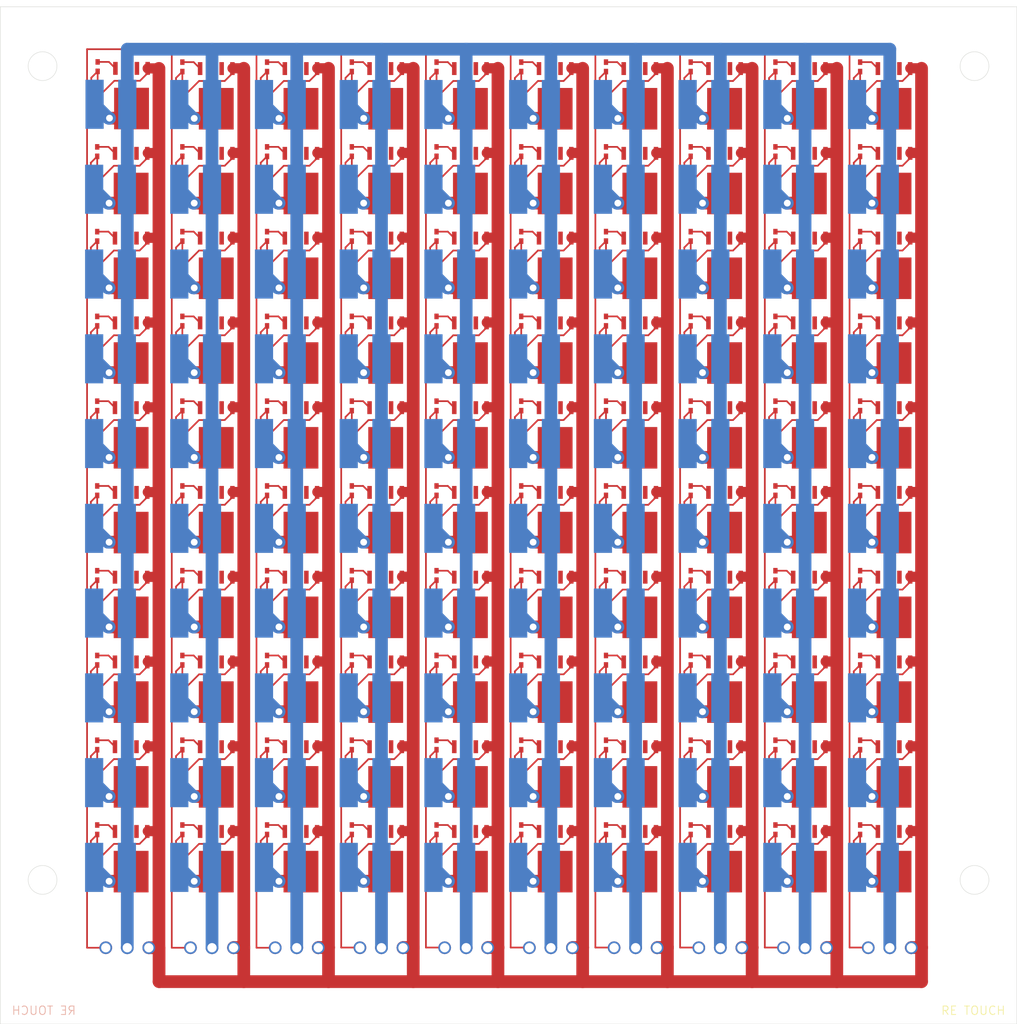
<source format=kicad_pcb>
(kicad_pcb (version 20241229) (generator "pcbnew") (generator_version "9.0")
  (layers (0 "F.Cu" signal) (2 "B.Cu" signal) (13 "F.Paste" user) (15 "B.Paste" user) (5 "F.SilkS" user "F.Silkscreen") (7 "B.SilkS" user "B.Silkscreen") (1 "F.Mask" user) (3 "B.Mask" user) (25 "Edge.Cuts" user))
  (net 0 "")
  (net 1 "+20V")
  (net 2 "Net-(Q2-D)")
  (net 3 "+10V")
  (net 4 "Net-(Q1-E)")
  (net 5 "GND")
  (net 6 "Net-(Q4-D)")
  (net 7 "Net-(Q6-D)")
  (net 8 "Net-(Q8-D)")
  (net 9 "Net-(Q10-D)")
  (net 10 "Net-(Q12-D)")
  (net 11 "Net-(Q14-D)")
  (net 12 "Net-(Q16-D)")
  (net 13 "Net-(Q18-D)")
  (net 14 "Net-(Q20-D)")
  (net 15 "Net-(Q22-D)")
  (net 16 "Net-(Q24-D)")
  (net 17 "Net-(Q26-D)")
  (net 18 "Net-(Q28-D)")
  (net 19 "Net-(Q30-D)")
  (net 20 "Net-(Q32-D)")
  (net 21 "Net-(Q34-D)")
  (net 22 "Net-(Q36-D)")
  (net 23 "Net-(Q38-D)")
  (net 24 "Net-(Q40-D)")
  (net 25 "Net-(Q42-D)")
  (net 26 "Net-(Q44-D)")
  (net 27 "Net-(Q46-D)")
  (net 28 "Net-(Q48-D)")
  (net 29 "Net-(Q50-D)")
  (net 30 "Net-(Q52-D)")
  (net 31 "Net-(Q54-D)")
  (net 32 "Net-(Q56-D)")
  (net 33 "Net-(Q58-D)")
  (net 34 "Net-(Q60-D)")
  (net 35 "Net-(Q62-D)")
  (net 36 "Net-(Q64-D)")
  (net 37 "Net-(Q66-D)")
  (net 38 "Net-(Q68-D)")
  (net 39 "Net-(Q70-D)")
  (net 40 "Net-(Q72-D)")
  (net 41 "Net-(Q74-D)")
  (net 42 "Net-(Q76-D)")
  (net 43 "Net-(Q78-D)")
  (net 44 "Net-(Q80-D)")
  (net 45 "Net-(Q82-D)")
  (net 46 "Net-(Q84-D)")
  (net 47 "Net-(Q86-D)")
  (net 48 "Net-(Q88-D)")
  (net 49 "Net-(Q90-D)")
  (net 50 "Net-(Q92-D)")
  (net 51 "Net-(Q94-D)")
  (net 52 "Net-(Q96-D)")
  (net 53 "Net-(Q98-D)")
  (net 54 "Net-(Q100-D)")
  (net 55 "Net-(Q102-D)")
  (net 56 "Net-(Q104-D)")
  (net 57 "Net-(Q106-D)")
  (net 58 "Net-(Q108-D)")
  (net 59 "Net-(Q110-D)")
  (net 60 "Net-(Q112-D)")
  (net 61 "Net-(Q114-D)")
  (net 62 "Net-(Q116-D)")
  (net 63 "Net-(Q118-D)")
  (net 64 "Net-(Q120-D)")
  (net 65 "Net-(Q122-D)")
  (net 66 "Net-(Q124-D)")
  (net 67 "Net-(Q126-D)")
  (net 68 "Net-(Q128-D)")
  (net 69 "Net-(Q130-D)")
  (net 70 "Net-(Q132-D)")
  (net 71 "Net-(Q134-D)")
  (net 72 "Net-(Q136-D)")
  (net 73 "Net-(Q138-D)")
  (net 74 "Net-(Q140-D)")
  (net 75 "Net-(Q142-D)")
  (net 76 "Net-(Q144-D)")
  (net 77 "Net-(Q146-D)")
  (net 78 "Net-(Q148-D)")
  (net 79 "Net-(Q150-D)")
  (net 80 "Net-(Q152-D)")
  (net 81 "Net-(Q154-D)")
  (net 82 "Net-(Q156-D)")
  (net 83 "Net-(Q158-D)")
  (net 84 "Net-(Q160-D)")
  (net 85 "Net-(Q162-D)")
  (net 86 "Net-(Q164-D)")
  (net 87 "Net-(Q166-D)")
  (net 88 "Net-(Q168-D)")
  (net 89 "Net-(Q170-D)")
  (net 90 "Net-(Q172-D)")
  (net 91 "Net-(Q174-D)")
  (net 92 "Net-(Q176-D)")
  (net 93 "Net-(Q178-D)")
  (net 94 "Net-(Q180-D)")
  (net 95 "Net-(Q182-D)")
  (net 96 "Net-(Q184-D)")
  (net 97 "Net-(Q186-D)")
  (net 98 "Net-(Q188-D)")
  (net 99 "Net-(Q190-D)")
  (net 100 "Net-(Q192-D)")
  (net 101 "Net-(Q194-D)")
  (net 102 "Net-(Q196-D)")
  (net 103 "Net-(Q198-D)")
  (net 104 "Net-(Q200-D)")
  (net 105 "Net-(Q3-E)")
  (net 106 "Net-(Q5-E)")
  (net 107 "Net-(Q7-E)")
  (net 108 "Net-(Q10-G)")
  (net 109 "Net-(Q11-E)")
  (net 110 "Net-(Q13-E)")
  (net 111 "Net-(Q15-E)")
  (net 112 "Net-(Q17-E)")
  (net 113 "Net-(Q19-E)")
  (net 114 "Net-(Q21-E)")
  (net 115 "Net-(Q23-E)")
  (net 116 "Net-(Q25-E)")
  (net 117 "Net-(Q27-E)")
  (net 118 "Net-(Q29-E)")
  (net 119 "Net-(Q31-E)")
  (net 120 "Net-(Q33-E)")
  (net 121 "Net-(Q35-E)")
  (net 122 "Net-(Q37-E)")
  (net 123 "Net-(Q39-E)")
  (net 124 "Net-(Q41-E)")
  (net 125 "Net-(Q43-E)")
  (net 126 "Net-(Q45-E)")
  (net 127 "Net-(Q47-E)")
  (net 128 "Net-(Q49-E)")
  (net 129 "Net-(Q51-E)")
  (net 130 "Net-(Q53-E)")
  (net 131 "Net-(Q55-E)")
  (net 132 "Net-(Q57-E)")
  (net 133 "Net-(Q59-E)")
  (net 134 "Net-(Q61-E)")
  (net 135 "Net-(Q63-E)")
  (net 136 "Net-(Q65-E)")
  (net 137 "Net-(Q67-E)")
  (net 138 "Net-(Q69-E)")
  (net 139 "Net-(Q71-E)")
  (net 140 "Net-(Q73-E)")
  (net 141 "Net-(Q75-E)")
  (net 142 "Net-(Q77-E)")
  (net 143 "Net-(Q79-E)")
  (net 144 "Net-(Q81-E)")
  (net 145 "Net-(Q83-E)")
  (net 146 "Net-(Q85-E)")
  (net 147 "Net-(Q87-E)")
  (net 148 "Net-(Q89-E)")
  (net 149 "Net-(Q91-E)")
  (net 150 "Net-(Q93-E)")
  (net 151 "Net-(Q95-E)")
  (net 152 "Net-(Q97-E)")
  (net 153 "Net-(Q100-G)")
  (net 154 "Net-(Q101-E)")
  (net 155 "Net-(Q103-E)")
  (net 156 "Net-(Q105-E)")
  (net 157 "Net-(Q107-E)")
  (net 158 "Net-(Q109-E)")
  (net 159 "Net-(Q111-E)")
  (net 160 "Net-(Q113-E)")
  (net 161 "Net-(Q115-E)")
  (net 162 "Net-(Q117-E)")
  (net 163 "Net-(Q119-E)")
  (net 164 "Net-(Q121-E)")
  (net 165 "Net-(Q123-E)")
  (net 166 "Net-(Q125-E)")
  (net 167 "Net-(Q127-E)")
  (net 168 "Net-(Q129-E)")
  (net 169 "Net-(Q131-E)")
  (net 170 "Net-(Q133-E)")
  (net 171 "Net-(Q135-E)")
  (net 172 "Net-(Q137-E)")
  (net 173 "Net-(Q139-E)")
  (net 174 "Net-(Q141-E)")
  (net 175 "Net-(Q143-E)")
  (net 176 "Net-(Q145-E)")
  (net 177 "Net-(Q147-E)")
  (net 178 "Net-(Q149-E)")
  (net 179 "Net-(Q151-E)")
  (net 180 "Net-(Q153-E)")
  (net 181 "Net-(Q155-E)")
  (net 182 "Net-(Q157-E)")
  (net 183 "Net-(Q159-E)")
  (net 184 "Net-(Q161-E)")
  (net 185 "Net-(Q163-E)")
  (net 186 "Net-(Q165-E)")
  (net 187 "Net-(Q167-E)")
  (net 188 "Net-(Q169-E)")
  (net 189 "Net-(Q171-E)")
  (net 190 "Net-(Q173-E)")
  (net 191 "Net-(Q175-E)")
  (net 192 "Net-(Q177-E)")
  (net 193 "Net-(Q179-E)")
  (net 194 "Net-(Q181-E)")
  (net 195 "Net-(Q183-E)")
  (net 196 "Net-(Q185-E)")
  (net 197 "Net-(Q187-E)")
  (net 198 "Net-(Q189-E)")
  (net 199 "Net-(Q191-E)")
  (net 200 "Net-(Q193-E)")
  (net 201 "Net-(Q195-E)")
  (net 202 "Net-(Q197-E)")
  (net 203 "Net-(Q199-E)")
  (net 404 "Net-(Q2-G)")
  (net 405 "Net-(Q4-G)")
  (net 406 "Net-(Q6-G)")
  (net 407 "Net-(Q8-G)")
  (net 408 "Net-(Q9-E)")
  (net 409 "Net-(Q12-G)")
  (net 410 "Net-(Q14-G)")
  (net 411 "Net-(Q16-G)")
  (net 412 "Net-(Q18-G)")
  (net 413 "Net-(Q20-G)")
  (net 414 "Net-(Q22-G)")
  (net 415 "Net-(Q24-G)")
  (net 416 "Net-(Q26-G)")
  (net 417 "Net-(Q28-G)")
  (net 418 "Net-(Q30-G)")
  (net 419 "Net-(Q32-G)")
  (net 420 "Net-(Q34-G)")
  (net 421 "Net-(Q36-G)")
  (net 422 "Net-(Q38-G)")
  (net 423 "Net-(Q40-G)")
  (net 424 "Net-(Q42-G)")
  (net 425 "Net-(Q44-G)")
  (net 426 "Net-(Q46-G)")
  (net 427 "Net-(Q48-G)")
  (net 428 "Net-(Q50-G)")
  (net 429 "Net-(Q52-G)")
  (net 430 "Net-(Q54-G)")
  (net 431 "Net-(Q56-G)")
  (net 432 "Net-(Q58-G)")
  (net 433 "Net-(Q60-G)")
  (net 434 "Net-(Q62-G)")
  (net 435 "Net-(Q64-G)")
  (net 436 "Net-(Q66-G)")
  (net 437 "Net-(Q68-G)")
  (net 438 "Net-(Q70-G)")
  (net 439 "Net-(Q72-G)")
  (net 440 "Net-(Q74-G)")
  (net 441 "Net-(Q76-G)")
  (net 442 "Net-(Q78-G)")
  (net 443 "Net-(Q80-G)")
  (net 444 "Net-(Q82-G)")
  (net 445 "Net-(Q84-G)")
  (net 446 "Net-(Q86-G)")
  (net 447 "Net-(Q88-G)")
  (net 448 "Net-(Q90-G)")
  (net 449 "Net-(Q92-G)")
  (net 450 "Net-(Q94-G)")
  (net 451 "Net-(Q96-G)")
  (net 452 "Net-(Q98-G)")
  (net 453 "Net-(Q99-E)")
  (net 454 "Net-(Q102-G)")
  (net 455 "Net-(Q104-G)")
  (net 456 "Net-(Q106-G)")
  (net 457 "Net-(Q108-G)")
  (net 458 "Net-(Q110-G)")
  (net 459 "Net-(Q112-G)")
  (net 460 "Net-(Q114-G)")
  (net 461 "Net-(Q116-G)")
  (net 462 "Net-(Q118-G)")
  (net 463 "Net-(Q120-G)")
  (net 464 "Net-(Q122-G)")
  (net 465 "Net-(Q124-G)")
  (net 466 "Net-(Q126-G)")
  (net 467 "Net-(Q128-G)")
  (net 468 "Net-(Q130-G)")
  (net 469 "Net-(Q132-G)")
  (net 470 "Net-(Q134-G)")
  (net 471 "Net-(Q136-G)")
  (net 472 "Net-(Q138-G)")
  (net 473 "Net-(Q140-G)")
  (net 474 "Net-(Q142-G)")
  (net 475 "Net-(Q144-G)")
  (net 476 "Net-(Q146-G)")
  (net 477 "Net-(Q148-G)")
  (net 478 "Net-(Q150-G)")
  (net 479 "Net-(Q152-G)")
  (net 480 "Net-(Q154-G)")
  (net 481 "Net-(Q156-G)")
  (net 482 "Net-(Q158-G)")
  (net 483 "Net-(Q160-G)")
  (net 484 "Net-(Q162-G)")
  (net 485 "Net-(Q164-G)")
  (net 486 "Net-(Q166-G)")
  (net 487 "Net-(Q168-G)")
  (net 488 "Net-(Q170-G)")
  (net 489 "Net-(Q172-G)")
  (net 490 "Net-(Q174-G)")
  (net 491 "Net-(Q176-G)")
  (net 492 "Net-(Q178-G)")
  (net 493 "Net-(Q180-G)")
  (net 494 "Net-(Q182-G)")
  (net 495 "Net-(Q184-G)")
  (net 496 "Net-(Q186-G)")
  (net 497 "Net-(Q188-G)")
  (net 498 "Net-(Q190-G)")
  (net 499 "Net-(Q192-G)")
  (net 500 "Net-(Q194-G)")
  (net 501 "Net-(Q196-G)")
  (net 502 "Net-(Q198-G)")
  (net 503 "Net-(Q200-G)")
  (footprint "footprints:RC0402N_YAG" (layer "F.Cu") (at 192.5 109.0821 -90)
    (property "Reference" "R164" (hide yes))
    (property "Value" "RC0402FR-07470RL")
  )
  (footprint "footprints:PowerPAK_SO-8L_3_VIS" (layer "F.Cu") (at 186.5 102.893 180)
    (property "Reference" "Q124" (hide yes))
    (property "Value" "SQJA26EP-T1_GE3")
  )
  (footprint "footprints:PowerPAK_SO-8L_3_VIS" (layer "F.Cu") (at 126.5 72.893 180)
    (property "Reference" "Q156" (hide yes))
    (property "Value" "SQJA26EP-T1_GE3")
  )
  (footprint "footprints:RC0402N_YAG" (layer "F.Cu") (at 122.5 59.0821 -90)
    (property "Reference" "R155" (hide yes))
    (property "Value" "RC0402FR-07470RL")
  )
  (footprint "footprints:RES_CRCW0402_VIS" (layer "F.Cu") (at 132.5 71.9932 -90)
    (property "Reference" "R14" (hide yes))
    (property "Value" "CRCW040250K0FKED")
  )
  (footprint "footprints:TRANS_RPM-075P_ROM" (layer "F.Cu") (at 172.25 105.0233 -90)
    (property "Reference" "Q121" (hide yes))
    (property "Value" "RPM-075PTT86")
  )
  (footprint "footprints:TRANS_RPM-075P_ROM" (layer "F.Cu") (at 152.25 65.0233 -90)
    (property "Reference" "Q187" (hide yes))
    (property "Value" "RPM-075PTT86")
  )
  (footprint "footprints:RES_CRCW0402_VIS" (layer "F.Cu") (at 122.5 81.9932 -90)
    (property "Reference" "R79" (hide yes))
    (property "Value" "CRCW040250K0FKED")
  )
  (footprint "footprints:RC0402N_YAG" (layer "F.Cu") (at 182.5 99.0821 -90)
    (property "Reference" "R162" (hide yes))
    (property "Value" "RC0402FR-07470RL")
  )
  (footprint "footprints:RC0402N_YAG" (layer "F.Cu") (at 152.5 69.0821 -90)
    (property "Reference" "R173" (hide yes))
    (property "Value" "RC0402FR-07470RL")
  )
  (footprint "footprints:RES_CRCW0402_VIS" (layer "F.Cu") (at 142.5 111.9932 -90)
    (property "Reference" "R95" (hide yes))
    (property "Value" "CRCW040250K0FKED")
  )
  (footprint "footprints:TRANS_RPM-075P_ROM" (layer "F.Cu") (at 142.25 125.0233 -90)
    (property "Reference" "Q165" (hide yes))
    (property "Value" "RPM-075PTT86")
  )
  (footprint "footprints:TRANS_RPM-075P_ROM" (layer "F.Cu") (at 122.25 105.0233 -90)
    (property "Reference" "Q59" (hide yes))
    (property "Value" "RPM-075PTT86")
  )
  (footprint "footprints:RES_CRCW0402_VIS" (layer "F.Cu") (at 202.5 61.9932 -90)
    (property "Reference" "R86" (hide yes))
    (property "Value" "CRCW040250K0FKED")
  )
  (footprint "footprints:TRANS_RPM-075P_ROM" (layer "F.Cu") (at 122.25 35.024 -90)
    (property "Reference" "Q199" (hide yes))
    (property "Value" "RPM-075PTT86")
  )
  (footprint "footprints:RES_CRCW0402_VIS" (layer "F.Cu") (at 152.5 51.9932 -90)
    (property "Reference" "R47" (hide yes))
    (property "Value" "CRCW040250K0FKED")
  )
  (footprint "footprints:PowerPAK_SO-8L_3_VIS" (layer "F.Cu") (at 146.5 62.893 180)
    (property "Reference" "Q130" (hide yes))
    (property "Value" "SQJA26EP-T1_GE3")
  )
  (footprint "footprints:RES_CRCW0402_VIS" (layer "F.Cu") (at 162.5 71.9932 -90)
    (property "Reference" "R67" (hide yes))
    (property "Value" "CRCW040250K0FKED")
  )
  (footprint "footprints:PowerPAK_SO-8L_3_VIS" (layer "F.Cu") (at 196.5 112.893 180)
    (property "Reference" "Q128" (hide yes))
    (property "Value" "SQJA26EP-T1_GE3")
  )
  (footprint "footprints:TRANS_RPM-075P_ROM" (layer "F.Cu") (at 192.25 105.0233 -90)
    (property "Reference" "Q131" (hide yes))
    (property "Value" "RPM-075PTT86")
  )
  (footprint "footprints:PowerPAK_SO-8L_3_VIS" (layer "F.Cu") (at 156.5 42.893 180)
    (property "Reference" "Q194" (hide yes))
    (property "Value" "SQJA26EP-T1_GE3")
  )
  (footprint "footprints:RC0402N_YAG" (layer "F.Cu") (at 132.5 119.0821 -90)
    (property "Reference" "R199" (hide yes))
    (property "Value" "RC0402FR-07470RL")
  )
  (footprint "footprints:RC0402N_YAG" (layer "F.Cu") (at 192.5 59.0821 -90)
    (property "Reference" "R124" (hide yes))
    (property "Value" "RC0402FR-07470RL")
  )
  (footprint "footprints:RC0402N_YAG" (layer "F.Cu") (at 132.5 39.0821 -90)
    (property "Reference" "R131" (hide yes))
    (property "Value" "RC0402FR-07470RL")
  )
  (footprint "footprints:PowerPAK_SO-8L_3_VIS" (layer "F.Cu") (at 166.5 122.893 180)
    (property "Reference" "Q100" (hide yes))
    (property "Value" "SQJA26EP-T1_GE3")
  )
  (footprint "footprints:RES_CRCW0402_VIS" (layer "F.Cu") (at 202.5 121.9932 -90)
    (property "Reference" "R80" (hide yes))
    (property "Value" "CRCW040250K0FKED")
  )
  (footprint "footprints:RES_CRCW0402_VIS" (layer "F.Cu") (at 202.5 31.9939 -90)
    (property "Reference" "R46" (hide yes))
    (property "Value" "CRCW040250K0FKED")
  )
  (footprint "footprints:PowerPAK_SO-8L_3_VIS" (layer "F.Cu") (at 206.5 82.893 180)
    (property "Reference" "Q44" (hide yes))
    (property "Value" "SQJA26EP-T1_GE3")
  )
  (footprint "footprints:TRANS_RPM-075P_ROM" (layer "F.Cu") (at 112.200001 105.0233 -90)
    (property "Reference" "Q95" (hide yes))
    (property "Value" "RPM-075PTT86")
  )
  (footprint "footprints:RES_CRCW0402_VIS" (layer "F.Cu") (at 202.5 81.9932 -90)
    (property "Reference" "R22" (hide yes))
    (property "Value" "CRCW040250K0FKED")
  )
  (footprint "footprints:TRANS_RPM-075P_ROM" (layer "F.Cu") (at 152.25 55.0233 -90)
    (property "Reference" "Q93" (hide yes))
    (property "Value" "RPM-075PTT86")
  )
  (footprint "footprints:RES_CRCW0402_VIS" (layer "F.Cu") (at 162.5 61.9932 -90)
    (property "Reference" "R59" (hide yes))
    (property "Value" "CRCW040250K0FKED")
  )
  (footprint "footprints:RC0402N_YAG" (layer "F.Cu") (at 112.450001 99.0821 -90)
    (property "Reference" "R148" (hide yes))
    (property "Value" "RC0402FR-07470RL")
  )
  (footprint "footprints:RC0402N_YAG" (layer "F.Cu") (at 112.450001 49.0821 -90)
    (property "Reference" "R104" (hide yes))
    (property "Value" "RC0402FR-07470RL")
  )
  (footprint "footprints:TRANS_RPM-075P_ROM" (layer "F.Cu") (at 202.25 95.0233 -90)
    (property "Reference" "Q135" (hide yes))
    (property "Value" "RPM-075PTT86")
  )
  (footprint "footprints:TRANS_RPM-075P_ROM" (layer "F.Cu") (at 172.25 95.0233 -90)
    (property "Reference" "Q89" (hide yes))
    (property "Value" "RPM-075PTT86")
  )
  (footprint "footprints:PowerPAK_SO-8L_3_VIS" (layer "F.Cu") (at 206.5 32.8937 180)
    (property "Reference" "Q92" (hide yes))
    (property "Value" "SQJA26EP-T1_GE3")
  )
  (footprint "footprints:RC0402N_YAG" (layer "F.Cu") (at 182.5 89.0821 -90)
    (property "Reference" "R141" (hide yes))
    (property "Value" "RC0402FR-07470RL")
  )
  (footprint "footprints:RC0402N_YAG" (layer "F.Cu") (at 192.5 29.0828 -90)
    (property "Reference" "R121" (hide yes))
    (property "Value" "RC0402FR-07470RL")
  )
  (footprint "footprints:RC0402N_YAG" (layer "F.Cu") (at 192.5 99.0821 -90)
    (property "Reference" "R166" (hide yes))
    (property "Value" "RC0402FR-07470RL")
  )
  (footprint "footprints:RES_CRCW0402_VIS" (layer "F.Cu") (at 122.5 51.9932 -90)
    (property "Reference" "R8" (hide yes))
    (property "Value" "CRCW040250K0FKED")
  )
  (footprint "footprints:TRANS_RPM-075P_ROM" (layer "F.Cu") (at 162.25 115.0233 -90)
    (property "Reference" "Q19" (hide yes))
    (property "Value" "RPM-075PTT86")
  )
  (footprint "footprints:PowerPAK_SO-8L_3_VIS" (layer "F.Cu") (at 166.5 72.893 180)
    (property "Reference" "Q134" (hide yes))
    (property "Value" "SQJA26EP-T1_GE3")
  )
  (footprint "footprints:PowerPAK_SO-8L_3_VIS" (layer "F.Cu") (at 146.5 82.893 180)
    (property "Reference" "Q86" (hide yes))
    (property "Value" "SQJA26EP-T1_GE3")
  )
  (footprint "footprints:RC0402N_YAG" (layer "F.Cu") (at 112.450001 59.0821 -90)
    (property "Reference" "R174" (hide yes))
    (property "Value" "RC0402FR-07470RL")
  )
  (footprint "footprints:TRANS_RPM-075P_ROM" (layer "F.Cu") (at 132.25 85.0233 -90)
    (property "Reference" "Q9" (hide yes))
    (property "Value" "RPM-075PTT86")
  )
  (footprint "footprints:RC0402N_YAG" (layer "F.Cu") (at 112.450001 109.0821 -90)
    (property "Reference" "R101" (hide yes))
    (property "Value" "RC0402FR-07470RL")
  )
  (footprint "footprints:TRANS_RPM-075P_ROM" (layer "F.Cu") (at 202.25 85.0233 -90)
    (property "Reference" "Q43" (hide yes))
    (property "Value" "RPM-075PTT86")
  )
  (footprint "footprints:TRANS_RPM-075P_ROM" (layer "F.Cu") (at 142.25 45.0233 -90)
    (property "Reference" "Q13" (hide yes))
    (property "Value" "RPM-075PTT86")
  )
  (footprint "footprints:RES_CRCW0402_VIS" (layer "F.Cu") (at 122.5 91.9932 -90)
    (property "Reference" "R54" (hide yes))
    (property "Value" "CRCW040250K0FKED")
  )
  (footprint "footprints:RES_CRCW0402_VIS" (layer "F.Cu") (at 142.5 121.9932 -90)
    (property "Reference" "R83" (hide yes))
    (property "Value" "CRCW040250K0FKED")
  )
  (footprint "footprints:TRANS_RPM-075P_ROM" (layer "F.Cu") (at 112.200001 75.0233 -90)
    (property "Reference" "Q139" (hide yes))
    (property "Value" "RPM-075PTT86")
  )
  (footprint "footprints:RC0402N_YAG" (layer "F.Cu") (at 152.5 29.0828 -90)
    (property "Reference" "R120" (hide yes))
    (property "Value" "RC0402FR-07470RL")
  )
  (footprint "footprints:RES_CRCW0402_VIS" (layer "F.Cu") (at 172.5 81.9932 -90)
    (property "Reference" "R89" (hide yes))
    (property "Value" "CRCW040250K0FKED")
  )
  (footprint "footprints:RES_CRCW0402_VIS" (layer "F.Cu") (at 152.5 41.9932 -90)
    (property "Reference" "R97" (hide yes))
    (property "Value" "CRCW040250K0FKED")
  )
  (footprint "footprints:PowerPAK_SO-8L_3_VIS" (layer "F.Cu") (at 146.5 102.893 180)
    (property "Reference" "Q56" (hide yes))
    (property "Value" "SQJA26EP-T1_GE3")
  )
  (footprint "footprints:RES_CRCW0402_VIS" (layer "F.Cu") (at 192.5 41.9932 -90)
    (property "Reference" "R44" (hide yes))
    (property "Value" "CRCW040250K0FKED")
  )
  (footprint "footprints:RES_CRCW0402_VIS" (layer "F.Cu") (at 142.5 71.9932 -90)
    (property "Reference" "R34" (hide yes))
    (property "Value" "CRCW040250K0FKED")
  )
  (footprint "footprints:TRANS_RPM-075P_ROM" (layer "F.Cu") (at 122.25 115.0233 -90)
    (property "Reference" "Q179" (hide yes))
    (property "Value" "RPM-075PTT86")
  )
  (footprint "footprints:RES_CRCW0402_VIS" (layer "F.Cu") (at 132.5 91.9932 -90)
    (property "Reference" "R15" (hide yes))
    (property "Value" "CRCW040250K0FKED")
  )
  (footprint "footprints:RES_CRCW0402_VIS" (layer "F.Cu") (at 202.5 91.9932 -90)
    (property "Reference" "R68" (hide yes))
    (property "Value" "CRCW040250K0FKED")
  )
  (footprint "footprints:PowerPAK_SO-8L_3_VIS" (layer "F.Cu") (at 206.5 92.893 180)
    (property "Reference" "Q136" (hide yes))
    (property "Value" "SQJA26EP-T1_GE3")
  )
  (footprint "footprints:RES_CRCW0402_VIS" (layer "F.Cu") (at 122.5 71.9932 -90)
    (property "Reference" "R78" (hide yes))
    (property "Value" "CRCW040250K0FKED")
  )
  (footprint "footprints:PowerPAK_SO-8L_3_VIS" (layer "F.Cu") (at 196.5 52.893 180)
    (property "Reference" "Q150" (hide yes))
    (property "Value" "SQJA26EP-T1_GE3")
  )
  (footprint "footprints:PowerPAK_SO-8L_3_VIS" (layer "F.Cu") (at 116.450001 42.893 180)
    (property "Reference" "Q80" (hide yes))
    (property "Value" "SQJA26EP-T1_GE3")
  )
  (footprint "footprints:PowerPAK_SO-8L_3_VIS" (layer "F.Cu") (at 176.5 42.893 180)
    (property "Reference" "Q152" (hide yes))
    (property "Value" "SQJA26EP-T1_GE3")
  )
  (footprint "footprints:TRANS_RPM-075P_ROM" (layer "F.Cu") (at 182.25 45.0233 -90)
    (property "Reference" "Q57" (hide yes))
    (property "Value" "RPM-075PTT86")
  )
  (footprint "footprints:RC0402N_YAG" (layer "F.Cu") (at 122.5 39.0821 -90)
    (property "Reference" "R125" (hide yes))
    (property "Value" "RC0402FR-07470RL")
  )
  (footprint "footprints:TRANS_RPM-075P_ROM" (layer "F.Cu") (at 202.25 55.0233 -90)
    (property "Reference" "Q167" (hide yes))
    (property "Value" "RPM-075PTT86")
  )
  (footprint "footprints:TRANS_RPM-075P_ROM" (layer "F.Cu") (at 162.25 95.0233 -90)
    (property "Reference" "Q183" (hide yes))
    (property "Value" "RPM-075PTT86")
  )
  (footprint "footprints:PowerPAK_SO-8L_3_VIS" (layer "F.Cu") (at 186.5 82.893 180)
    (property "Reference" "Q114" (hide yes))
    (property "Value" "SQJA26EP-T1_GE3")
  )
  (footprint "footprints:RES_CRCW0402_VIS" (layer "F.Cu") (at 202.5 111.9932 -90)
    (property "Reference" "R37" (hide yes))
    (property "Value" "CRCW040250K0FKED")
  )
  (footprint "footprints:TRANS_RPM-075P_ROM" (layer "F.Cu") (at 122.25 75.0233 -90)
    (property "Reference" "Q155" (hide yes))
    (property "Value" "RPM-075PTT86")
  )
  (footprint "footprints:RES_CRCW0402_VIS" (layer "F.Cu") (at 182.5 61.9932 -90)
    (property "Reference" "R35" (hide yes))
    (property "Value" "CRCW040250K0FKED")
  )
  (footprint "footprints:PowerPAK_SO-8L_3_VIS" (layer "F.Cu") (at 146.5 52.893 180)
    (property "Reference" "Q104" (hide yes))
    (property "Value" "SQJA26EP-T1_GE3")
  )
  (footprint "footprints:RES_CRCW0402_VIS" (layer "F.Cu") (at 172.5 121.9932 -90)
    (property "Reference" "R53" (hide yes))
    (property "Value" "CRCW040250K0FKED")
  )
  (footprint "footprints:RES_CRCW0402_VIS" (layer "F.Cu") (at 172.5 41.9932 -90)
    (property "Reference" "R76" (hide yes))
    (property "Value" "CRCW040250K0FKED")
  )
  (footprint "footprints:TRANS_RPM-075P_ROM" (layer "F.Cu") (at 182.25 115.0233 -90)
    (property "Reference" "Q101" (hide yes))
    (property "Value" "RPM-075PTT86")
  )
  (footprint "footprints:TRANS_RPM-075P_ROM" (layer "F.Cu") (at 182.25 95.0233 -90)
    (property "Reference" "Q81" (hide yes))
    (property "Value" "RPM-075PTT86")
  )
  (footprint "footprints:PowerPAK_SO-8L_3_VIS" (layer "F.Cu") (at 136.5 32.8937 180)
    (property "Reference" "Q4" (hide yes))
    (property "Value" "SQJA26EP-T1_GE3")
  )
  (footprint "footprints:RES_CRCW0402_VIS" (layer "F.Cu") (at 152.5 111.9932 -90)
    (property "Reference" "R33" (hide yes))
    (property "Value" "CRCW040250K0FKED")
  )
  (footprint "footprints:PowerPAK_SO-8L_3_VIS" (layer "F.Cu") (at 126.5 32.8937 180)
    (property "Reference" "Q200" (hide yes))
    (property "Value" "SQJA26EP-T1_GE3")
  )
  (footprint "footprints:RC0402N_YAG" (layer "F.Cu") (at 142.5 79.0821 -90)
    (property "Reference" "R143" (hide yes))
    (property "Value" "RC0402FR-07470RL")
  )
  (footprint "footprints:TRANS_RPM-075P_ROM" (layer "F.Cu") (at 152.25 45.0233 -90)
    (property "Reference" "Q193" (hide yes))
    (property "Value" "RPM-075PTT86")
  )
  (footprint "footprints:RC0402N_YAG" (layer "F.Cu") (at 172.5 49.0821 -90)
    (property "Reference" "R191" (hide yes))
    (property "Value" "RC0402FR-07470RL")
  )
  (footprint "footprints:TRANS_RPM-075P_ROM" (layer "F.Cu") (at 192.25 125.0233 -90)
    (property "Reference" "Q115" (hide yes))
    (property "Value" "RPM-075PTT86")
  )
  (footprint "footprints:TRANS_RPM-075P_ROM" (layer "F.Cu") (at 202.25 45.0233 -90)
    (property "Reference" "Q51" (hide yes))
    (property "Value" "RPM-075PTT86")
  )
  (footprint "footprints:RC0402N_YAG" (layer "F.Cu") (at 172.5 79.0821 -90)
    (property "Reference" "R189" (hide yes))
    (property "Value" "RC0402FR-07470RL")
  )
  (footprint "footprints:RES_CRCW0402_VIS" (layer "F.Cu") (at 182.5 71.9932 -90)
    (property "Reference" "R6" (hide yes))
    (property "Value" "CRCW040250K0FKED")
  )
  (footprint "footprints:RES_CRCW0402_VIS" (layer "F.Cu") (at 182.5 31.9939 -90)
    (property "Reference" "R81" (hide yes))
    (property "Value" "CRCW040250K0FKED")
  )
  (footprint "footprints:PowerPAK_SO-8L_3_VIS" (layer "F.Cu") (at 206.5 52.893 180)
    (property "Reference" "Q168" (hide yes))
    (property "Value" "SQJA26EP-T1_GE3")
  )
  (footprint "footprints:RC0402N_YAG" (layer "F.Cu") (at 182.5 109.0821 -90)
    (property "Reference" "R151" (hide yes))
    (property "Value" "RC0402FR-07470RL")
  )
  (footprint "footprints:RES_CRCW0402_VIS" (layer "F.Cu") (at 112.450001 111.9932 -90)
    (property "Reference" "R1" (hide yes))
    (property "Value" "CRCW040250K0FKED")
  )
  (footprint "footprints:PowerPAK_SO-8L_3_VIS" (layer "F.Cu") (at 196.5 62.893 180)
    (property "Reference" "Q48" (hide yes))
    (property "Value" "SQJA26EP-T1_GE3")
  )
  (footprint "footprints:RES_CRCW0402_VIS" (layer "F.Cu") (at 172.5 51.9932 -90)
    (property "Reference" "R91" (hide yes))
    (property "Value" "CRCW040250K0FKED")
  )
  (footprint "footprints:PowerPAK_SO-8L_3_VIS" (layer "F.Cu") (at 116.450001 102.893 180)
    (property "Reference" "Q96" (hide yes))
    (property "Value" "SQJA26EP-T1_GE3")
  )
  (footprint "footprints:TRANS_RPM-075P_ROM" (layer "F.Cu") (at 162.25 55.0233 -90)
    (property "Reference" "Q83" (hide yes))
    (property "Value" "RPM-075PTT86")
  )
  (footprint "footprints:TRANS_RPM-075P_ROM" (layer "F.Cu") (at 162.25 65.0233 -90)
    (property "Reference" "Q117" (hide yes))
    (property "Value" "RPM-075PTT86")
  )
  (footprint "footprints:RES_CRCW0402_VIS" (layer "F.Cu") (at 162.5 91.9932 -90)
    (property "Reference" "R92" (hide yes))
    (property "Value" "CRCW040250K0FKED")
  )
  (footprint "footprints:RES_CRCW0402_VIS" (layer "F.Cu") (at 192.5 111.9932 -90)
    (property "Reference" "R64" (hide yes))
    (property "Value" "CRCW040250K0FKED")
  )
  (footprint "footprints:RC0402N_YAG" (layer "F.Cu") (at 202.5 119.0821 -90)
    (property "Reference" "R180" (hide yes))
    (property "Value" "RC0402FR-07470RL")
  )
  (footprint "footprints:TRANS_RPM-075P_ROM" (layer "F.Cu") (at 192.25 35.024 -90)
    (property "Reference" "Q41" (hide yes))
    (property "Value" "RPM-075PTT86")
  )
  (footprint "footprints:TRANS_RPM-075P_ROM" (layer "F.Cu") (at 162.25 125.0233 -90)
    (property "Reference" "Q99" (hide yes))
    (property "Value" "RPM-075PTT86")
  )
  (footprint "footprints:RC0402N_YAG" (layer "F.Cu") (at 162.5 59.0821 -90)
    (property "Reference" "R159" (hide yes))
    (property "Value" "RC0402FR-07470RL")
  )
  (footprint "footprints:PowerPAK_SO-8L_3_VIS" (layer "F.Cu") (at 126.5 42.893 180)
    (property "Reference" "Q50" (hide yes))
    (property "Value" "SQJA26EP-T1_GE3")
  )
  (footprint "footprints:PowerPAK_SO-8L_3_VIS" (layer "F.Cu") (at 126.5 62.893 180)
    (property "Reference" "Q110" (hide yes))
    (property "Value" "SQJA26EP-T1_GE3")
  )
  (footprint "footprints:PowerPAK_SO-8L_3_VIS" (layer "F.Cu") (at 166.5 42.893 180)
    (property "Reference" "Q120" (hide yes))
    (property "Value" "SQJA26EP-T1_GE3")
  )
  (footprint "footprints:RC0402N_YAG" (layer "F.Cu") (at 112.450001 39.0821 -90)
    (property "Reference" "R140" (hide yes))
    (property "Value" "RC0402FR-07470RL")
  )
  (footprint "footprints:PowerPAK_SO-8L_3_VIS" (layer "F.Cu") (at 166.5 32.8937 180)
    (property "Reference" "Q76" (hide yes))
    (property "Value" "SQJA26EP-T1_GE3")
  )
  (footprint "footprints:RC0402N_YAG" (layer "F.Cu") (at 122.5 69.0821 -90)
    (property "Reference" "R178" (hide yes))
    (property "Value" "RC0402FR-07470RL")
  )
  (footprint "footprints:RES_CRCW0402_VIS" (layer "F.Cu") (at 182.5 91.9932 -90)
    (property "Reference" "R41" (hide yes))
    (property "Value" "CRCW040250K0FKED")
  )
  (footprint "footprints:RC0402N_YAG" (layer "F.Cu") (at 202.5 59.0821 -90)
    (property "Reference" "R186" (hide yes))
    (property "Value" "RC0402FR-07470RL")
  )
  (footprint "footprints:TRANS_RPM-075P_ROM" (layer "F.Cu") (at 172.25 75.0233 -90)
    (property "Reference" "Q191" (hide yes))
    (property "Value" "RPM-075PTT86")
  )
  (footprint "footprints:TRANS_RPM-075P_ROM" (layer "F.Cu") (at 132.25 125.0233 -90)
    (property "Reference" "Q197" (hide yes))
    (property "Value" "RPM-075PTT86")
  )
  (footprint "footprints:TRANS_RPM-075P_ROM" (layer "F.Cu") (at 132.25 75.0233 -90)
    (property "Reference" "Q27" (hide yes))
    (property "Value" "RPM-075PTT86")
  )
  (footprint "footprints:RES_CRCW0402_VIS" (layer "F.Cu") (at 152.5 31.9939 -90)
    (property "Reference" "R20" (hide yes))
    (property "Value" "CRCW040250K0FKED")
  )
  (footprint "footprints:TRANS_RPM-075P_ROM" (layer "F.Cu") (at 122.25 45.0233 -90)
    (property "Reference" "Q49" (hide yes))
    (property "Value" "RPM-075PTT86")
  )
  (footprint "footprints:RC0402N_YAG" (layer "F.Cu") (at 192.5 39.0821 -90)
    (property "Reference" "R144" (hide yes))
    (property "Value" "RC0402FR-07470RL")
  )
  (footprint "footprints:PowerPAK_SO-8L_3_VIS" (layer "F.Cu") (at 186.5 92.893 180)
    (property "Reference" "Q82" (hide yes))
    (property "Value" "SQJA26EP-T1_GE3")
  )
  (footprint "footprints:RC0402N_YAG" (layer "F.Cu") (at 132.5 49.0821 -90)
    (property "Reference" "R111" (hide yes))
    (property "Value" "RC0402FR-07470RL")
  )
  (footprint "footprints:RC0402N_YAG" (layer "F.Cu") (at 142.5 99.0821 -90)
    (property "Reference" "R128" (hide yes))
    (property "Value" "RC0402FR-07470RL")
  )
  (footprint "footprints:RC0402N_YAG" (layer "F.Cu") (at 162.5 69.0821 -90)
    (property "Reference" "R167" (hide yes))
    (property "Value" "RC0402FR-07470RL")
  )
  (footprint "footprints:RES_CRCW0402_VIS" (layer "F.Cu") (at 182.5 121.9932 -90)
    (property "Reference" "R27" (hide yes))
    (property "Value" "CRCW040250K0FKED")
  )
  (footprint "footprints:TRANS_RPM-075P_ROM" (layer "F.Cu") (at 172.25 45.0233 -90)
    (property "Reference" "Q151" (hide yes))
    (property "Value" "RPM-075PTT86")
  )
  (footprint "footprints:RES_CRCW0402_VIS" (layer "F.Cu") (at 132.5 61.9932 -90)
    (property "Reference" "R88" (hide yes))
    (property "Value" "CRCW040250K0FKED")
  )
  (footprint "footprints:TRANS_RPM-075P_ROM" (layer "F.Cu") (at 172.25 85.0233 -90)
    (property "Reference" "Q177" (hide yes))
    (property "Value" "RPM-075PTT86")
  )
  (footprint "footprints:TRANS_RPM-075P_ROM" (layer "F.Cu") (at 142.25 55.0233 -90)
    (property "Reference" "Q103" (hide yes))
    (property "Value" "RPM-075PTT86")
  )
  (footprint "footprints:RES_CRCW0402_VIS" (layer "F.Cu") (at 182.5 111.9932 -90)
    (property "Reference" "R51" (hide yes))
    (property "Value" "CRCW040250K0FKED")
  )
  (footprint "footprints:RES_CRCW0402_VIS" (layer "F.Cu") (at 162.5 111.9932 -90)
    (property "Reference" "R10" (hide yes))
    (property "Value" "CRCW040250K0FKED")
  )
  (footprint "footprints:PowerPAK_SO-8L_3_VIS" (layer "F.Cu") (at 136.5 122.893 180)
    (property "Reference" "Q198" (hide yes))
    (property "Value" "SQJA26EP-T1_GE3")
  )
  (footprint "footprints:PowerPAK_SO-8L_3_VIS" (layer "F.Cu") (at 116.450001 52.893 180)
    (property "Reference" "Q8" (hide yes))
    (property "Value" "SQJA26EP-T1_GE3")
  )
  (footprint "footprints:RC0402N_YAG" (layer "F.Cu") (at 182.5 79.0821 -90)
    (property "Reference" "R157" (hide yes))
    (property "Value" "RC0402FR-07470RL")
  )
  (footprint "footprints:RC0402N_YAG" (layer "F.Cu") (at 152.5 49.0821 -90)
    (property "Reference" "R147" (hide yes))
    (property "Value" "RC0402FR-07470RL")
  )
  (footprint "footprints:RES_CRCW0402_VIS" (layer "F.Cu") (at 192.5 31.9939 -90)
    (property "Reference" "R21" (hide yes))
    (property "Value" "CRCW040250K0FKED")
  )
  (footprint "footprints:TRANS_RPM-075P_ROM" (layer "F.Cu") (at 192.25 75.0233 -90)
    (property "Reference" "Q163" (hide yes))
    (property "Value" "RPM-075PTT86")
  )
  (footprint "footprints:PowerPAK_SO-8L_3_VIS" (layer "F.Cu") (at 136.5 42.893 180)
    (property "Reference" "Q62" (hide yes))
    (property "Value" "SQJA26EP-T1_GE3")
  )
  (footprint "footprints:TRANS_RPM-075P_ROM" (layer "F.Cu") (at 172.25 65.0233 -90)
    (property "Reference" "Q33" (hide yes))
    (property "Value" "RPM-075PTT86")
  )
  (footprint "footprints:TRANS_RPM-075P_ROM" (layer "F.Cu") (at 122.25 95.0233 -90)
    (property "Reference" "Q107" (hide yes))
    (property "Value" "RPM-075PTT86")
  )
  (footprint "footprints:TRANS_RPM-075P_ROM" (layer "F.Cu") (at 142.25 105.0233 -90)
    (property "Reference" "Q55" (hide yes))
    (property "Value" "RPM-075PTT86")
  )
  (footprint "footprints:PowerPAK_SO-8L_3_VIS" (layer "F.Cu") (at 206.5 112.893 180)
    (property "Reference" "Q74" (hide yes))
    (property "Value" "SQJA26EP-T1_GE3")
  )
  (footprint "footprints:TRANS_RPM-075P_ROM" (layer "F.Cu") (at 122.25 55.0233 -90)
    (property "Reference" "Q15" (hide yes))
    (property "Value" "RPM-075PTT86")
  )
  (footprint "footprints:TRANS_RPM-075P_ROM" (layer "F.Cu") (at 162.25 35.024 -90)
    (property "Reference" "Q75" (hide yes))
    (property "Value" "RPM-075PTT86")
  )
  (footprint "footprints:RES_CRCW0402_VIS" (layer "F.Cu") (at 122.5 41.9932 -90)
    (property "Reference" "R25" (hide yes))
    (property "Value" "CRCW040250K0FKED")
  )
  (footprint "footprints:RC0402N_YAG" (layer "F.Cu") (at 192.5 49.0821 -90)
    (property "Reference" "R175" (hide yes))
    (property "Value" "RC0402FR-07470RL")
  )
  (footprint "footprints:RC0402N_YAG" (layer "F.Cu") (at 162.5 109.0821 -90)
    (property "Reference" "R110" (hide yes))
    (property "Value" "RC0402FR-07470RL")
  )
  (footprint "footprints:PowerPAK_SO-8L_3_VIS" (layer "F.Cu") (at 116.450001 122.893 180)
    (property "Reference" "Q6" (hide yes))
    (property "Value" "SQJA26EP-T1_GE3")
  )
  (footprint "footprints:PowerPAK_SO-8L_3_VIS" (layer "F.Cu") (at 126.5 52.893 180)
    (property "Reference" "Q16" (hide yes))
    (property "Value" "SQJA26EP-T1_GE3")
  )
  (footprint "footprints:PowerPAK_SO-8L_3_VIS" (layer "F.Cu") (at 166.5 102.893 180)
    (property "Reference" "Q174" (hide yes))
    (property "Value" "SQJA26EP-T1_GE3")
  )
  (footprint "footprints:TRANS_RPM-075P_ROM" (layer "F.Cu") (at 202.25 65.0233 -90)
    (property "Reference" "Q171" (hide yes))
    (property "Value" "RPM-075PTT86")
  )
  (footprint "footprints:RC0402N_YAG" (layer "F.Cu") (at 182.5 49.0821 -90)
    (property "Reference" "R185" (hide yes))
    (property "Value" "RC0402FR-07470RL")
  )
  (footprint "footprints:RES_CRCW0402_VIS" (layer "F.Cu") (at 152.5 71.9932 -90)
    (property "Reference" "R73" (hide yes))
    (property "Value" "CRCW040250K0FKED")
  )
  (footprint "footprints:PowerPAK_SO-8L_3_VIS" (layer "F.Cu") (at 116.450001 72.893 180)
    (property "Reference" "Q140" (hide yes))
    (property "Value" "SQJA26EP-T1_GE3")
  )
  (footprint "footprints:RES_CRCW0402_VIS" (layer "F.Cu") (at 152.5 101.9932 -90)
    (property "Reference" "R23" (hide yes))
    (property "Value" "CRCW040250K0FKED")
  )
  (footprint "footprints:RC0402N_YAG" (layer "F.Cu") (at 152.5 109.0821 -90)
    (property "Reference" "R133" (hide yes))
    (property "Value" "RC0402FR-07470RL")
  )
  (footprint "footprints:RES_CRCW0402_VIS" (layer "F.Cu") (at 142.5 91.9932 -90)
    (property "Reference" "R69" (hide yes))
    (property "Value" "CRCW040250K0FKED")
  )
  (footprint "footprints:TRANS_RPM-075P_ROM" (layer "F.Cu") (at 152.25 125.0233 -90)
    (property "Reference" "Q185" (hide yes))
    (property "Value" "RPM-075PTT86")
  )
  (footprint "footprints:PowerPAK_SO-8L_3_VIS" (layer "F.Cu") (at 176.5 82.893 180)
    (property "Reference" "Q178" (hide yes))
    (property "Value" "SQJA26EP-T1_GE3")
  )
  (footprint "footprints:RES_CRCW0402_VIS" (layer "F.Cu") (at 112.450001 61.9932 -90)
    (property "Reference" "R74" (hide yes))
    (property "Value" "CRCW040250K0FKED")
  )
  (footprint "footprints:RC0402N_YAG" (layer "F.Cu") (at 112.450001 69.0821 -90)
    (property "Reference" "R170" (hide yes))
    (property "Value" "RC0402FR-07470RL")
  )
  (footprint "footprints:TRANS_RPM-075P_ROM" (layer "F.Cu") (at 132.25 95.0233 -90)
    (property "Reference" "Q29" (hide yes))
    (property "Value" "RPM-075PTT86")
  )
  (footprint "footprints:RC0402N_YAG" (layer "F.Cu") (at 142.5 89.0821 -90)
    (property "Reference" "R169" (hide yes))
    (property "Value" "RC0402FR-07470RL")
  )
  (footprint "footprints:RES_CRCW0402_VIS" (layer "F.Cu") (at 162.5 51.9932 -90)
    (property "Reference" "R42" (hide yes))
    (property "Value" "CRCW040250K0FKED")
  )
  (footprint "footprints:TRANS_RPM-075P_ROM" (layer "F.Cu") (at 162.25 45.0233 -90)
    (property "Reference" "Q119" (hide yes))
    (property "Value" "RPM-075PTT86")
  )
  (footprint "footprints:TRANS_RPM-075P_ROM" (layer "F.Cu") (at 182.25 105.0233 -90)
    (property "Reference" "Q123" (hide yes))
    (property "Value" "RPM-075PTT86")
  )
  (footprint "footprints:RC0402N_YAG" (layer "F.Cu") (at 112.450001 79.0821 -90)
    (property "Reference" "R177" (hide yes))
    (property "Value" "RC0402FR-07470RL")
  )
  (footprint "footprints:TRANS_RPM-075P_ROM" (layer "F.Cu") (at 202.25 115.0233 -90)
    (property "Reference" "Q73" (hide yes))
    (property "Value" "RPM-075PTT86")
  )
  (footprint "footprints:PowerPAK_SO-8L_3_VIS" (layer "F.Cu") (at 186.5 62.893 180)
    (property "Reference" "Q70" (hide yes))
    (property "Value" "SQJA26EP-T1_GE3")
  )
  (footprint "footprints:RES_CRCW0402_VIS" (layer "F.Cu") (at 132.5 121.9932 -90)
    (property "Reference" "R99" (hide yes))
    (property "Value" "CRCW040250K0FKED")
  )
  (footprint "footprints:TRANS_RPM-075P_ROM" (layer "F.Cu") (at 162.25 85.0233 -90)
    (property "Reference" "Q77" (hide yes))
    (property "Value" "RPM-075PTT86")
  )
  (footprint "footprints:PowerPAK_SO-8L_3_VIS" (layer "F.Cu") (at 156.5 82.893 180)
    (property "Reference" "Q72" (hide yes))
    (property "Value" "SQJA26EP-T1_GE3")
  )
  (footprint "footprints:RC0402N_YAG" (layer "F.Cu") (at 172.5 39.0821 -90)
    (property "Reference" "R176" (hide yes))
    (property "Value" "RC0402FR-07470RL")
  )
  (footprint "footprints:RC0402N_YAG" (layer "F.Cu") (at 182.5 119.0821 -90)
    (property "Reference" "R127" (hide yes))
    (property "Value" "RC0402FR-07470RL")
  )
  (footprint "footprints:PowerPAK_SO-8L_3_VIS" (layer "F.Cu") (at 136.5 102.893 180)
    (property "Reference" "Q144" (hide yes))
    (property "Value" "SQJA26EP-T1_GE3")
  )
  (footprint "footprints:PowerPAK_SO-8L_3_VIS" (layer "F.Cu") (at 206.5 102.893 180)
    (property "Reference" "Q26" (hide yes))
    (property "Value" "SQJA26EP-T1_GE3")
  )
  (footprint "footprints:RC0402N_YAG" (layer "F.Cu") (at 152.5 99.0821 -90)
    (property "Reference" "R123" (hide yes))
    (property "Value" "RC0402FR-07470RL")
  )
  (footprint "footprints:RES_CRCW0402_VIS" (layer "F.Cu") (at 132.5 41.9932 -90)
    (property "Reference" "R31" (hide yes))
    (property "Value" "CRCW040250K0FKED")
  )
  (footprint "footprints:RES_CRCW0402_VIS" (layer "F.Cu") (at 132.5 31.9939 -90)
    (property "Reference" "R2" (hide yes))
    (property "Value" "CRCW040250K0FKED")
  )
  (footprint "footprints:RES_CRCW0402_VIS" (layer "F.Cu") (at 132.5 51.9932 -90)
    (property "Reference" "R11" (hide yes))
    (property "Value" "CRCW040250K0FKED")
  )
  (footprint "footprints:TRANS_RPM-075P_ROM" (layer "F.Cu") (at 192.25 85.0233 -90)
    (property "Reference" "Q195" (hide yes))
    (property "Value" "RPM-075PTT86")
  )
  (footprint "footprints:RES_CRCW0402_VIS" (layer "F.Cu") (at 112.450001 81.9932 -90)
    (property "Reference" "R77" (hide yes))
    (property "Value" "CRCW040250K0FKED")
  )
  (footprint "footprints:RC0402N_YAG" (layer "F.Cu") (at 132.5 59.0821 -90)
    (property "Reference" "R188" (hide yes))
    (property "Value" "RC0402FR-07470RL")
  )
  (footprint "footprints:TRANS_RPM-075P_ROM" (layer "F.Cu") (at 112.200001 85.0233 -90)
    (property "Reference" "Q153" (hide yes))
    (property "Value" "RPM-075PTT86")
  )
  (footprint "footprints:TRANS_RPM-075P_ROM" (layer "F.Cu") (at 172.25 115.0233 -90)
    (property "Reference" "Q63" (hide yes))
    (property "Value" "RPM-075PTT86")
  )
  (footprint "footprints:RC0402N_YAG" (layer "F.Cu") (at 132.5 109.0821 -90)
    (property "Reference" "R163" (hide yes))
    (property "Value" "RC0402FR-07470RL")
  )
  (footprint "footprints:RES_CRCW0402_VIS" (layer "F.Cu") (at 182.5 81.9932 -90)
    (property "Reference" "R57" (hide yes))
    (property "Value" "CRCW040250K0FKED")
  )
  (footprint "footprints:RES_CRCW0402_VIS" (layer "F.Cu") (at 132.5 101.9932 -90)
    (property "Reference" "R72" (hide yes))
    (property "Value" "CRCW040250K0FKED")
  )
  (footprint "footprints:PowerPAK_SO-8L_3_VIS" (layer "F.Cu") (at 186.5 42.893 180)
    (property "Reference" "Q58" (hide yes))
    (property "Value" "SQJA26EP-T1_GE3")
  )
  (footprint "footprints:RES_CRCW0402_VIS" (layer "F.Cu") (at 132.5 111.9932 -90)
    (property "Reference" "R63" (hide yes))
    (property "Value" "CRCW040250K0FKED")
  )
  (footprint "footprints:RES_CRCW0402_VIS" (layer "F.Cu") (at 192.5 71.9932 -90)
    (property "Reference" "R82" (hide yes))
    (property "Value" "CRCW040250K0FKED")
  )
  (footprint "footprints:RC0402N_YAG" (layer "F.Cu") (at 152.5 79.0821 -90)
    (property "Reference" "R136" (hide yes))
    (property "Value" "RC0402FR-07470RL")
  )
  (footprint "footprints:RC0402N_YAG" (layer "F.Cu") (at 142.5 119.0821 -90)
    (property "Reference" "R183" (hide yes))
    (property "Value" "RC0402FR-07470RL")
  )
  (footprint "footprints:PowerPAK_SO-8L_3_VIS" (layer "F.Cu") (at 156.5 32.8937 180)
    (property "Reference" "Q40" (hide yes))
    (property "Value" "SQJA26EP-T1_GE3")
  )
  (footprint "footprints:PowerPAK_SO-8L_3_VIS" (layer "F.Cu") (at 136.5 82.893 180)
    (property "Reference" "Q10" (hide yes))
    (property "Value" "SQJA26EP-T1_GE3")
  )
  (footprint "footprints:RES_CRCW0402_VIS" (layer "F.Cu") (at 172.5 31.9939 -90)
    (property "Reference" "R16" (hide yes))
    (property "Value" "CRCW040250K0FKED")
  )
  (footprint "footprints:RES_CRCW0402_VIS" (layer "F.Cu") (at 202.5 101.9932 -90)
    (property "Reference" "R13" (hide yes))
    (property "Value" "CRCW040250K0FKED")
  )
  (footprint "footprints:RC0402N_YAG" (layer "F.Cu") (at 152.5 89.0821 -90)
    (property "Reference" "R112" (hide yes))
    (property "Value" "RC0402FR-07470RL")
  )
  (footprint "footprints:RES_CRCW0402_VIS" (layer "F.Cu") (at 152.5 91.9932 -90)
    (property "Reference" "R12" (hide yes))
    (property "Value" "CRCW040250K0FKED")
  )
  (footprint "footprints:PowerPAK_SO-8L_3_VIS" (layer "F.Cu") (at 196.5 42.893 180)
    (property "Reference" "Q88" (hide yes))
    (property "Value" "SQJA26EP-T1_GE3")
  )
  (footprint "footprints:PowerPAK_SO-8L_3_VIS" (layer "F.Cu") (at 146.5 32.8937 180)
    (property "Reference" "Q18" (hide yes))
    (property "Value" "SQJA26EP-T1_GE3")
  )
  (footprint "footprints:TRANS_RPM-075P_ROM" (layer "F.Cu") (at 142.25 115.0233 -90)
    (property "Reference" "Q189" (hide yes))
    (property "Value" "RPM-075PTT86")
  )
  (footprint "footprints:TRANS_RPM-075P_ROM" (layer "F.Cu") (at 152.25 105.0233 -90)
    (property "Reference" "Q45" (hide yes))
    (property "Value" "RPM-075PTT86")
  )
  (footprint "footprints:RC0402N_YAG" (layer "F.Cu") (at 172.5 109.0821 -90)
    (property "Reference" "R132" (hide yes))
    (property "Value" "RC0402FR-07470RL")
  )
  (footprint "footprints:RES_CRCW0402_VIS" (layer "F.Cu") (at 112.450001 41.9932 -90)
    (property "Reference" "R40" (hide yes))
    (property "Value" "CRCW040250K0FKED")
  )
  (footprint "footprints:TRANS_RPM-075P_ROM" (layer "F.Cu") (at 162.25 75.0233 -90)
    (property "Reference" "Q133" (hide yes))
    (property "Value" "RPM-075PTT86")
  )
  (footprint "footprints:RES_CRCW0402_VIS" (layer "F.Cu") (at 112.450001 101.9932 -90)
    (property "Reference" "R48" (hide yes))
    (property "Value" "CRCW040250K0FKED")
  )
  (footprint "footprints:TRANS_RPM-075P_ROM" (layer "F.Cu") (at 142.25 65.0233 -90)
    (property "Reference" "Q129" (hide yes))
    (property "Value" "RPM-075PTT86")
  )
  (footprint "footprints:RES_CRCW0402_VIS" (layer "F.Cu") (at 202.5 41.9932 -90)
    (property "Reference" "R26" (hide yes))
    (property "Value" "CRCW040250K0FKED")
  )
  (footprint "footprints:PowerPAK_SO-8L_3_VIS" (layer "F.Cu") (at 146.5 112.893 180)
    (property "Reference" "Q190" (hide yes))
    (property "Value" "SQJA26EP-T1_GE3")
  )
  (footprint "footprints:RES_CRCW0402_VIS" (layer "F.Cu") (at 202.5 51.9932 -90)
    (property "Reference" "R84" (hide yes))
    (property "Value" "CRCW040250K0FKED")
  )
  (footprint "footprints:PowerPAK_SO-8L_3_VIS" (layer "F.Cu") (at 196.5 82.893 180)
    (property "Reference" "Q196" (hide yes))
    (property "Value" "SQJA26EP-T1_GE3")
  )
  (footprint "footprints:RC0402N_YAG" (layer "F.Cu") (at 202.5 99.0821 -90)
    (property "Reference" "R113" (hide yes))
    (property "Value" "RC0402FR-07470RL")
  )
  (footprint "footprints:RC0402N_YAG" (layer "F.Cu") (at 162.5 49.0821 -90)
    (property "Reference" "R142" (hide yes))
    (property "Value" "RC0402FR-07470RL")
  )
  (footprint "footprints:TRANS_RPM-075P_ROM" (layer "F.Cu") (at 182.25 35.024 -90)
    (property "Reference" "Q161" (hide yes))
    (property "Value" "RPM-075PTT86")
  )
  (footprint "footprints:PowerPAK_SO-8L_3_VIS" (layer "F.Cu") (at 166.5 52.893 180)
    (property "Reference" "Q84" (hide yes))
    (property "Value" "SQJA26EP-T1_GE3")
  )
  (footprint "footprints:TRANS_RPM-075P_ROM" (layer "F.Cu") (at 132.25 45.0233 -90)
    (property "Reference" "Q61" (hide yes))
    (property "Value" "RPM-075PTT86")
  )
  (footprint "footprints:RC0402N_YAG" (layer "F.Cu") (at 182.5 69.0821 -90)
    (property "Reference" "R106" (hide yes))
    (property "Value" "RC0402FR-07470RL")
  )
  (footprint "footprints:TRANS_RPM-075P_ROM" (layer "F.Cu") (at 112.200001 65.0233 -90)
    (property "Reference" "Q147" (hide yes))
    (property "Value" "RPM-075PTT86")
  )
  (footprint "footprints:RC0402N_YAG" (layer "F.Cu") (at 132.5 69.0821 -90)
    (property "Reference" "R114" (hide yes))
    (property "Value" "RC0402FR-07470RL")
  )
  (footprint "footprints:RC0402N_YAG" (layer "F.Cu") (at 132.5 89.0821 -90)
    (property "Reference" "R115" (hide yes))
    (property "Value" "RC0402FR-07470RL")
  )
  (footprint "footprints:RES_CRCW0402_VIS" (layer "F.Cu") (at 182.5 41.9932 -90)
    (property "Reference" "R29" (hide yes))
    (property "Value" "CRCW040250K0FKED")
  )
  (footprint "footprints:RC0402N_YAG" (layer "F.Cu") (at 112.450001 119.0821 -90)
    (property "Reference" "R103" (hide yes))
    (property "Value" "RC0402FR-07470RL")
  )
  (footprint "footprints:TRANS_RPM-075P_ROM" (layer "F.Cu") (at 132.25 65.0233 -90)
    (property "Reference" "Q175" (hide yes))
    (property "Value" "RPM-075PTT86")
  )
  (footprint "footprints:RES_CRCW0402_VIS" (layer "F.Cu") (at 162.5 31.9939 -90)
    (property "Reference" "R38" (hide yes))
    (property "Value" "CRCW040250K0FKED")
  )
  (footprint "footprints:RC0402N_YAG" (layer "F.Cu") (at 112.5 29.0588 -90)
    (property "Reference" "R156" (hide yes))
    (property "Value" "RC0402FR-07470RL")
  )
  (footprint "footprints:RES_CRCW0402_VIS" (layer "F.Cu") (at 192.5 91.9932 -90)
    (property "Reference" "R19" (hide yes))
    (property "Value" "CRCW040250K0FKED")
  )
  (footprint "footprints:PowerPAK_SO-8L_3_VIS" (layer "F.Cu") (at 176.5 52.893 180)
    (property "Reference" "Q182" (hide yes))
    (property "Value" "SQJA26EP-T1_GE3")
  )
  (footprint "footprints:RES_CRCW0402_VIS" (layer "F.Cu") (at 192.5 61.9932 -90)
    (property "Reference" "R24" (hide yes))
    (property "Value" "CRCW040250K0FKED")
  )
  (footprint "footprints:TRANS_RPM-075P_ROM" (layer "F.Cu") (at 202.25 125.0233 -90)
    (property "Reference" "Q159" (hide yes))
    (property "Value" "RPM-075PTT86")
  )
  (footprint "footprints:RC0402N_YAG" (layer "F.Cu") (at 142.5 109.0821 -90)
    (property "Reference" "R195" (hide yes))
    (property "Value" "RC0402FR-07470RL")
  )
  (footprint "footprints:RC0402N_YAG" (layer "F.Cu") (at 142.5 49.0821 -90)
    (property "Reference" "R152" (hide yes))
    (property "Value" "RC0402FR-07470RL")
  )
  (footprint "footprints:RES_CRCW0402_VIS" (layer "F.Cu") (at 192.5 121.9932 -90)
    (property "Reference" "R58" (hide yes))
    (property "Value" "CRCW040250K0FKED")
  )
  (footprint "footprints:TRANS_RPM-075P_ROM" (layer "F.Cu") (at 182.25 125.0233 -90)
    (property "Reference" "Q53" (hide yes))
    (property "Value" "RPM-075PTT86")
  )
  (footprint "footprints:TRANS_RPM-075P_ROM" (layer "F.Cu") (at 112.200001 115.0233 -90)
    (property "Reference" "Q1" (hide yes))
    (property "Value" "RPM-075PTT86")
  )
  (footprint "footprints:PowerPAK_SO-8L_3_VIS" (layer "F.Cu") (at 116.450001 92.893 180)
    (property "Reference" "Q36" (hide yes))
    (property "Value" "SQJA26EP-T1_GE3")
  )
  (footprint "footprints:RES_CRCW0402_VIS" (layer "F.Cu") (at 152.5 81.9932 -90)
    (property "Reference" "R36" (hide yes))
    (property "Value" "CRCW040250K0FKED")
  )
  (footprint "footprints:TRANS_RPM-075P_ROM" (layer "F.Cu") (at 142.25 35.024 -90)
    (property "Reference" "Q17" (hide yes))
    (property "Value" "RPM-075PTT86")
  )
  (footprint "footprints:RES_CRCW0402_VIS" (layer "F.Cu") (at 142.5 31.9939 -90)
    (property "Reference" "R9" (hide yes))
    (property "Value" "CRCW040250K0FKED")
  )
  (footprint "footprints:RES_CRCW0402_VIS" (layer "F.Cu") (at 182.5 51.9932 -90)
    (property "Reference" "R85" (hide yes))
    (property "Value" "CRCW040250K0FKED")
  )
  (footprint "footprints:RES_CRCW0402_VIS" (layer "F.Cu") (at 152.5 121.9932 -90)
    (property "Reference" "R93" (hide yes))
    (property "Value" "CRCW040250K0FKED")
  )
  (footprint "footprints:TRANS_RPM-075P_ROM" (layer "F.Cu") (at 112.200001 95.0233 -90)
    (property "Reference" "Q35" (hide yes))
    (property "Value" "RPM-075PTT86")
  )
  (footprint "footprints:PowerPAK_SO-8L_3_VIS" (layer "F.Cu") (at 156.5 92.893 180)
    (property "Reference" "Q24" (hide yes))
    (property "Value" "SQJA26EP-T1_GE3")
  )
  (footprint "footprints:RC0402N_YAG" (layer "F.Cu") (at 202.5 79.0821 -90)
    (property "Reference" "R122" (hide yes))
    (property "Value" "RC0402FR-07470RL")
  )
  (footprint "footprints:TRANS_RPM-075P_ROM" (layer "F.Cu") (at 142.25 85.0233 -90)
    (property "Reference" "Q85" (hide yes))
    (property "Value" "RPM-075PTT86")
  )
  (footprint "footprints:RC0402N_YAG" (layer "F.Cu") (at 202.5 69.0821 -90)
    (property "Reference" "R171" (hide yes))
    (property "Value" "RC0402FR-07470RL")
  )
  (footprint "footprints:PowerPAK_SO-8L_3_VIS" (layer "F.Cu") (at 126.5 92.893 180)
    (property "Reference" "Q108" (hide yes))
    (property "Value" "SQJA26EP-T1_GE3")
  )
  (footprint "footprints:PowerPAK_SO-8L_3_VIS" (layer "F.Cu") (at 126.5 82.893 180)
    (property "Reference" "Q158" (hide yes))
    (property "Value" "SQJA26EP-T1_GE3")
  )
  (footprint "footprints:RC0402N_YAG" (layer "F.Cu") (at 122.5 79.0821 -90)
    (property "Reference" "R179" (hide yes))
    (property "Value" "RC0402FR-07470RL")
  )
  (footprint "footprints:TRANS_RPM-075P_ROM" (layer "F.Cu") (at 112.200001 55.0233 -90)
    (property "Reference" "Q7" (hide yes))
    (property "Value" "RPM-075PTT86")
  )
  (footprint "footprints:PowerPAK_SO-8L_3_VIS" (layer "F.Cu") (at 146.5 92.893 180)
    (property "Reference" "Q138" (hide yes))
    (property "Value" "SQJA26EP-T1_GE3")
  )
  (footprint "footprints:PowerPAK_SO-8L_3_VIS" (layer "F.Cu") (at 116.5 32.8697 180)
    (property "Reference" "Q112" (hide yes))
    (property "Value" "SQJA26EP-T1_GE3")
  )
  (footprint "footprints:TRANS_RPM-075P_ROM" (layer "F.Cu") (at 152.25 35.024 -90)
    (property "Reference" "Q39" (hide yes))
    (property "Value" "RPM-075PTT86")
  )
  (footprint "footprints:RES_CRCW0402_VIS" (layer "F.Cu") (at 142.5 41.9932 -90)
    (property "Reference" "R7" (hide yes))
    (property "Value" "CRCW040250K0FKED")
  )
  (footprint "footprints:RC0402N_YAG" (layer "F.Cu") (at 162.5 79.0821 -90)
    (property "Reference" "R139" (hide yes))
    (property "Value" "RC0402FR-07470RL")
  )
  (footprint "footprints:PowerPAK_SO-8L_3_VIS" (layer "F.Cu") (at 156.5 72.893 180)
    (property "Reference" "Q146" (hide yes))
    (property "Value" "SQJA26EP-T1_GE3")
  )
  (footprint "footprints:TRANS_RPM-075P_ROM" (layer "F.Cu") (at 122.25 125.0233 -90)
    (property "Reference" "Q97" (hide yes))
    (property "Value" "RPM-075PTT86")
  )
  (footprint "footprints:RC0402N_YAG" (layer "F.Cu") (at 192.5 119.0821 -90)
    (property "Reference" "R158" (hide yes))
    (property "Value" "RC0402FR-07470RL")
  )
  (footprint "footprints:TRANS_RPM-075P_ROM" (layer "F.Cu") (at 132.25 35.024 -90)
    (property "Reference" "Q3" (hide yes))
    (property "Value" "RPM-075PTT86")
  )
  (footprint "footprints:RES_CRCW0402_VIS" (layer "F.Cu") (at 112.450001 71.9932 -90)
    (property "Reference" "R70" (hide yes))
    (property "Value" "CRCW040250K0FKED")
  )
  (footprint "footprints:PowerPAK_SO-8L_3_VIS" (layer "F.Cu") (at 116.450001 82.893 180)
    (property "Reference" "Q154" (hide yes))
    (property "Value" "SQJA26EP-T1_GE3")
  )
  (footprint "footprints:TRANS_RPM-075P_ROM" (layer "F.Cu") (at 202.25 75.0233 -90)
    (property "Reference" "Q141" (hide yes))
    (property "Value" "RPM-075PTT86")
  )
  (footprint "footprints:RES_CRCW0402_VIS" (layer "F.Cu") (at 192.5 51.9932 -90)
    (property "Reference" "R75" (hide yes))
    (property "Value" "CRCW040250K0FKED")
  )
  (footprint "footprints:TRANS_RPM-075P_ROM" (layer "F.Cu") (at 122.25 65.0233 -90)
    (property "Reference" "Q109" (hide yes))
    (property "Value" "RPM-075PTT86")
  )
  (footprint "footprints:TRANS_RPM-075P_ROM" (layer "F.Cu") (at 132.25 55.0233 -90)
    (property "Reference" "Q21" (hide yes))
    (property "Value" "RPM-075PTT86")
  )
  (footprint "footprints:TRANS_RPM-075P_ROM" (layer "F.Cu") (at 122.25 85.0233 -90)
    (property "Reference" "Q157" (hide yes))
    (property "Value" "RPM-075PTT86")
  )
  (footprint "footprints:PowerPAK_SO-8L_3_VIS" (layer "F.Cu") (at 156.5 112.893 180)
    (property "Reference" "Q66" (hide yes))
    (property "Value" "SQJA26EP-T1_GE3")
  )
  (footprint "footprints:RC0402N_YAG" (layer "F.Cu") (at 142.5 39.0821 -90)
    (property "Reference" "R107" (hide yes))
    (property "Value" "RC0402FR-07470RL")
  )
  (footprint "footprints:RES_CRCW0402_VIS" (layer "F.Cu") (at 172.5 71.9932 -90)
    (property "Reference" "R96" (hide yes))
    (property "Value" "CRCW040250K0FKED")
  )
  (footprint "footprints:PowerPAK_SO-8L_3_VIS" (layer "F.Cu") (at 206.5 62.893 180)
    (property "Reference" "Q172" (hide yes))
    (property "Value" "SQJA26EP-T1_GE3")
  )
  (footprint "footprints:PowerPAK_SO-8L_3_VIS" (layer "F.Cu") (at 206.5 42.893 180)
    (property "Reference" "Q52" (hide yes))
    (property "Value" "SQJA26EP-T1_GE3")
  )
  (footprint "footprints:PowerPAK_SO-8L_3_VIS" (layer "F.Cu") (at 156.5 122.893 180)
    (property "Reference" "Q186" (hide yes))
    (property "Value" "SQJA26EP-T1_GE3")
  )
  (footprint "footprints:TRANS_RPM-075P_ROM" (layer "F.Cu") (at 152.25 75.0233 -90)
    (property "Reference" "Q145" (hide yes))
    (property "Value" "RPM-075PTT86")
  )
  (footprint "footprints:PowerPAK_SO-8L_3_VIS" (layer "F.Cu") (at 186.5 32.8937 180)
    (property "Reference" "Q162" (hide yes))
    (property "Value" "SQJA26EP-T1_GE3")
  )
  (footprint "footprints:RC0402N_YAG" (layer "F.Cu") (at 132.5 99.0821 -90)
    (property "Reference" "R172" (hide yes))
    (property "Value" "RC0402FR-07470RL")
  )
  (footprint "footprints:RC0402N_YAG" (layer "F.Cu") (at 162.5 39.0821 -90)
    (property "Reference" "R160" (hide yes))
    (property "Value" "RC0402FR-07470RL")
  )
  (footprint "footprints:RES_CRCW0402_VIS" (layer "F.Cu") (at 132.5 81.9932 -90)
    (property "Reference" "R5" (hide yes))
    (property "Value" "CRCW040250K0FKED")
  )
  (footprint "footprints:RES_CRCW0402_VIS" (layer "F.Cu") (at 142.5 81.9932 -90)
    (property "Reference" "R43" (hide yes))
    (property "Value" "CRCW040250K0FKED")
  )
  (footprint "footprints:RC0402N_YAG" (layer "F.Cu") (at 152.5 39.0821 -90)
    (property "Reference" "R197" (hide yes))
    (property "Value" "RC0402FR-07470RL")
  )
  (footprint "footprints:RC0402N_YAG" (layer "F.Cu") (at 192.5 89.0821 -90)
    (property "Reference" "R119" (hide yes))
    (property "Value" "RC0402FR-07470RL")
  )
  (footprint "footprints:TRANS_RPM-075P_ROM" (layer "F.Cu") (at 152.25 85.0233 -90)
    (property "Reference" "Q71" (hide yes))
    (property "Value" "RPM-075PTT86")
  )
  (footprint "footprints:PowerPAK_SO-8L_3_VIS" (layer "F.Cu") (at 186.5 112.893 180)
    (property "Reference" "Q102" (hide yes))
    (property "Value" "SQJA26EP-T1_GE3")
  )
  (footprint "footprints:PowerPAK_SO-8L_3_VIS" (layer "F.Cu") (at 156.5 52.893 180)
    (property "Reference" "Q94" (hide yes))
    (property "Value" "SQJA26EP-T1_GE3")
  )
  (footprint "footprints:RES_CRCW0402_VIS" (layer "F.Cu") (at 192.5 81.9932 -90)
    (property "Reference" "R98" (hide yes))
    (property "Value" "CRCW040250K0FKED")
  )
  (footprint "footprints:TRANS_RPM-075P_ROM" (layer "F.Cu") (at 152.25 115.0233 -90)
    (property "Reference" "Q65" (hide yes))
    (property "Value" "RPM-075PTT86")
  )
  (footprint "footprints:PowerPAK_SO-8L_3_VIS" (layer "F.Cu") (at 156.5 62.893 180)
    (property "Reference" "Q188" (hide yes))
    (property "Value" "SQJA26EP-T1_GE3")
  )
  (footprint "footprints:RC0402N_YAG" (layer "F.Cu") (at 172.5 69.0821 -90)
    (property "Reference" "R196" (hide yes))
    (property "Value" "RC0402FR-07470RL")
  )
  (footprint "footprints:RES_CRCW0402_VIS" (layer "F.Cu") (at 172.5 91.9932 -90)
    (property "Reference" "R45" (hide yes))
    (property "Value" "CRCW040250K0FKED")
  )
  (footprint "footprints:PowerPAK_SO-8L_3_VIS" (layer "F.Cu") (at 146.5 42.893 180)
    (property "Reference" "Q14" (hide yes))
    (property "Value" "SQJA26EP-T1_GE3")
  )
  (footprint "footprints:TRANS_RPM-075P_ROM" (layer "F.Cu") (at 182.25 85.0233 -90)
    (property "Reference" "Q113" (hide yes))
    (property "Value" "RPM-075PTT86")
  )
  (footprint "footprints:TRANS_RPM-075P_ROM" (layer "F.Cu") (at 172.25 125.0233 -90)
    (property "Reference" "Q105" (hide yes))
    (property "Value" "RPM-075PTT86")
  )
  (footprint "footprints:PowerPAK_SO-8L_3_VIS" (layer "F.Cu") (at 126.5 102.893 180)
    (property "Reference" "Q60" (hide yes))
    (property "Value" "SQJA26EP-T1_GE3")
  )
  (footprint "footprints:RES_CRCW0402_VIS" (layer "F.Cu") (at 172.5 61.9932 -90)
    (property "Reference" "R17" (hide yes))
    (property "Value" "CRCW040250K0FKED")
  )
  (footprint "footprints:PowerPAK_SO-8L_3_VIS" (layer "F.Cu") (at 206.5 72.893 180)
    (property "Reference" "Q142" (hide yes))
    (property "Value" "SQJA26EP-T1_GE3")
  )
  (footprint "footprints:RC0402N_YAG" (layer "F.Cu") (at 192.5 79.0821 -90)
    (property "Reference" "R198" (hide yes))
    (property "Value" "RC0402FR-07470RL")
  )
  (footprint "footprints:PowerPAK_SO-8L_3_VIS" (layer "F.Cu") (at 166.5 92.893 180)
    (property "Reference" "Q184" (hide yes))
    (property "Value" "SQJA26EP-T1_GE3")
  )
  (footprint "footprints:PowerPAK_SO-8L_3_VIS" (layer "F.Cu") (at 206.5 122.893 180)
    (property "Reference" "Q160" (hide yes))
    (property "Value" "SQJA26EP-T1_GE3")
  )
  (footprint "footprints:TRANS_RPM-075P_ROM" (layer "F.Cu") (at 112.25 35 -90)
    (property "Reference" "Q111" (hide yes))
    (property "Value" "RPM-075PTT86")
  )
  (footprint "footprints:RC0402N_YAG" (layer "F.Cu") (at 132.5 29.0828 -90)
    (property "Reference" "R102" (hide yes))
    (property "Value" "RC0402FR-07470RL")
  )
  (footprint "footprints:TRANS_RPM-075P_ROM" (layer "F.Cu") (at 182.25 75.0233 -90)
    (property "Reference" "Q11" (hide yes))
    (property "Value" "RPM-075PTT86")
  )
  (footprint "footprints:RC0402N_YAG" (layer "F.Cu") (at 162.5 29.0828 -90)
    (property "Reference" "R138" (hide yes))
    (property "Value" "RC0402FR-07470RL")
  )
  (footprint "footprints:PowerPAK_SO-8L_3_VIS" (layer "F.Cu") (at 146.5 122.893 180)
    (property "Reference" "Q166" (hide yes))
    (property "Value" "SQJA26EP-T1_GE3")
  )
  (footprint "footprints:RC0402N_YAG" (layer "F.Cu") (at 112.450001 89.0821 -90)
    (property "Reference" "R118" (hide yes))
    (property "Value" "RC0402FR-07470RL")
  )
  (footprint "footprints:RES_CRCW0402_VIS" (layer "F.Cu") (at 122.5 31.9939 -90)
    (property "Reference" "R100" (hide yes))
    (property "Value" "CRCW040250K0FKED")
  )
  (footprint "footprints:PowerPAK_SO-8L_3_VIS" (layer "F.Cu") (at 136.5 72.893 180)
    (property "Reference" "Q28" (hide yes))
    (property "Value" "SQJA26EP-T1_GE3")
  )
  (footprint "footprints:TRANS_RPM-075P_ROM" (layer "F.Cu") (at 202.25 35.024 -90)
    (property "Reference" "Q91" (hide yes))
    (property "Value" "RPM-075PTT86")
  )
  (footprint "footprints:RES_CRCW0402_VIS" (layer "F.Cu") (at 112.5 31.9699 -90)
    (property "Reference" "R56" (hide yes))
    (property "Value" "CRCW040250K0FKED")
  )
  (footprint "footprints:RC0402N_YAG" (layer "F.Cu") (at 182.5 29.0828 -90)
    (property "Reference" "R181" (hide yes))
    (property "Value" "RC0402FR-07470RL")
  )
  (footprint "footprints:RES_CRCW0402_VIS" (layer "F.Cu") (at 152.5 61.9932 -90)
    (property "Reference" "R94" (hide yes))
    (property "Value" "CRCW040250K0FKED")
  )
  (footprint "footprints:PowerPAK_SO-8L_3_VIS" (layer "F.Cu") (at 166.5 82.893 180)
    (property "Reference" "Q78" (hide yes))
    (property "Value" "SQJA26EP-T1_GE3")
  )
  (footprint "footprints:RES_CRCW0402_VIS" (layer "F.Cu") (at 112.450001 51.9932 -90)
    (property "Reference" "R4" (hide yes))
    (property "Value" "CRCW040250K0FKED")
  )
  (footprint "footprints:RES_CRCW0402_VIS" (layer "F.Cu") (at 162.5 81.9932 -90)
    (property "Reference" "R39" (hide yes))
    (property "Value" "CRCW040250K0FKED")
  )
  (footprint "footprints:PowerPAK_SO-8L_3_VIS" (layer "F.Cu") (at 166.5 112.893 180)
    (property "Reference" "Q20" (hide yes))
    (property "Value" "SQJA26EP-T1_GE3")
  )
  (footprint "footprints:TRANS_RPM-075P_ROM" (layer "F.Cu") (at 112.200001 125.0233 -90)
    (property "Reference" "Q5" (hide yes))
    (property "Value" "RPM-075PTT86")
  )
  (footprint "footprints:RC0402N_YAG" (layer "F.Cu") (at 162.5 119.0821 -90)
    (property "Reference" "R150" (hide yes))
    (property "Value" "RC0402FR-07470RL")
  )
  (footprint "footprints:RC0402N_YAG" (layer "F.Cu") (at 122.5 119.0821 -90)
    (property "Reference" "R149" (hide yes))
    (property "Value" "RC0402FR-07470RL")
  )
  (footprint "footprints:TRANS_RPM-075P_ROM" (layer "F.Cu") (at 192.25 95.0233 -90)
    (property "Reference" "Q37" (hide yes))
    (property "Value" "RPM-075PTT86")
  )
  (footprint "footprints:RC0402N_YAG" (layer "F.Cu") (at 202.5 89.0821 -90)
    (property "Reference" "R168" (hide yes))
    (property "Value" "RC0402FR-07470RL")
  )
  (footprint "footprints:RES_CRCW0402_VIS" (layer "F.Cu") (at 182.5 101.9932 -90)
    (property "Reference" "R62" (hide yes))
    (property "Value" "CRCW040250K0FKED")
  )
  (footprint "footprints:RC0402N_YAG" (layer "F.Cu") (at 132.5 79.0821 -90)
    (property "Reference" "R105" (hide yes))
    (property "Value" "RC0402FR-07470RL")
  )
  (footprint "footprints:PowerPAK_SO-8L_3_VIS" (layer "F.Cu") (at 136.5 62.893 180)
    (property "Reference" "Q176" (hide yes))
    (property "Value" "SQJA26EP-T1_GE3")
  )
  (footprint "footprints:RC0402N_YAG" (layer "F.Cu") (at 202.5 39.0821 -90)
    (property "Reference" "R126" (hide yes))
    (property "Value" "RC0402FR-07470RL")
  )
  (footprint "footprints:RC0402N_YAG" (layer "F.Cu") (at 172.5 59.0821 -90)
    (property "Reference" "R117" (hide yes))
    (property "Value" "RC0402FR-07470RL")
  )
  (footprint "footprints:RC0402N_YAG" (layer "F.Cu") (at 162.5 99.0821 -90)
    (property "Reference" "R187" (hide yes))
    (property "Value" "RC0402FR-07470RL")
  )
  (footprint "footprints:TRANS_RPM-075P_ROM" (layer "F.Cu") (at 182.25 65.0233 -90)
    (property "Reference" "Q69" (hide yes))
    (property "Value" "RPM-075PTT86")
  )
  (footprint "footprints:PowerPAK_SO-8L_3_VIS" (layer "F.Cu") (at 126.5 112.893 180)
    (property "Reference" "Q180" (hide yes))
    (property "Value" "SQJA26EP-T1_GE3")
  )
  (footprint "footprints:RC0402N_YAG" (layer "F.Cu") (at 122.5 29.0828 -90)
    (property "Reference" "R200" (hide yes))
    (property "Value" "RC0402FR-07470RL")
  )
  (footprint "footprints:PowerPAK_SO-8L_3_VIS" (layer "F.Cu") (at 196.5 92.893 180)
    (property "Reference" "Q38" (hide yes))
    (property "Value" "SQJA26EP-T1_GE3")
  )
  (footprint "footprints:RC0402N_YAG" (layer "F.Cu") (at 192.5 69.0821 -90)
    (property "Reference" "R182" (hide yes))
    (property "Value" "RC0402FR-07470RL")
  )
  (footprint "footprints:PowerPAK_SO-8L_3_VIS" (layer "F.Cu") (at 136.5 112.893 180)
    (property "Reference" "Q126" (hide yes))
    (property "Value" "SQJA26EP-T1_GE3")
  )
  (footprint "footprints:RC0402N_YAG" (layer "F.Cu") (at 122.5 89.0821 -90)
    (property "Reference" "R154" (hide yes))
    (property "Value" "RC0402FR-07470RL")
  )
  (footprint "footprints:RES_CRCW0402_VIS" (layer "F.Cu") (at 122.5 101.9932 -90)
    (property "Reference" "R30" (hide yes))
    (property "Value" "CRCW040250K0FKED")
  )
  (footprint "footprints:TRANS_RPM-075P_ROM" (layer "F.Cu") (at 202.25 105.0233 -90)
    (property "Reference" "Q25" (hide yes))
    (property "Value" "RPM-075PTT86")
  )
  (footprint "footprints:PowerPAK_SO-8L_3_VIS" (layer "F.Cu") (at 176.5 122.893 180)
    (property "Reference" "Q106" (hide yes))
    (property "Value" "SQJA26EP-T1_GE3")
  )
  (footprint "footprints:PowerPAK_SO-8L_3_VIS" (layer "F.Cu") (at 176.5 72.893 180)
    (property "Reference" "Q192" (hide yes))
    (property "Value" "SQJA26EP-T1_GE3")
  )
  (footprint "footprints:RC0402N_YAG" (layer "F.Cu") (at 202.5 109.0821 -90)
    (property "Reference" "R137" (hide yes))
    (property "Value" "RC0402FR-07470RL")
  )
  (footprint "footprints:RES_CRCW0402_VIS" (layer "F.Cu") (at 142.5 51.9932 -90)
    (property "Reference" "R52" (hide yes))
    (property "Value" "CRCW040250K0FKED")
  )
  (footprint "footprints:TRANS_RPM-075P_ROM" (layer "F.Cu") (at 142.25 95.0233 -90)
    (property "Reference" "Q137" (hide yes))
    (property "Value" "RPM-075PTT86")
  )
  (footprint "footprints:PowerPAK_SO-8L_3_VIS" (layer "F.Cu") (at 176.5 112.893 180)
    (property "Reference" "Q64" (hide yes))
    (property "Value" "SQJA26EP-T1_GE3")
  )
  (footprint "footprints:RES_CRCW0402_VIS" (layer "F.Cu") (at 202.5 71.9932 -90)
    (property "Reference" "R71" (hide yes))
    (property "Value" "CRCW040250K0FKED")
  )
  (footprint "footprints:PowerPAK_SO-8L_3_VIS" (layer "F.Cu") (at 186.5 72.893 180)
    (property "Reference" "Q12" (hide yes))
    (property "Value" "SQJA26EP-T1_GE3")
  )
  (footprint "footprints:RC0402N_YAG" (layer "F.Cu") (at 122.5 49.0821 -90)
    (property "Reference" "R108" (hide yes))
    (property "Value" "RC0402FR-07470RL")
  )
  (footprint "footprints:TRANS_RPM-075P_ROM" (layer "F.Cu") (at 192.25 45.0233 -90)
    (property "Reference" "Q87" (hide yes))
    (property "Value" "RPM-075PTT86")
  )
  (footprint "footprints:TRANS_RPM-075P_ROM" (layer "F.Cu") (at 192.25 55.0233 -90)
    (property "Reference" "Q149" (hide yes))
    (property "Value" "RPM-075PTT86")
  )
  (footprint "footprints:TRANS_RPM-075P_ROM" (layer "F.Cu") (at 142.25 75.0233 -90)
    (property "Reference" "Q67" (hide yes))
    (property "Value" "RPM-075PTT86")
  )
  (footprint "footprints:RC0402N_YAG" (layer "F.Cu") (at 142.5 69.0821 -90)
    (property "Reference" "R134" (hide yes))
    (property "Value" "RC0402FR-07470RL")
  )
  (footprint "footprints:TRANS_RPM-075P_ROM" (layer "F.Cu") (at 132.25 105.0233 -90)
    (property "Reference" "Q143" (hide yes))
    (property "Value" "RPM-075PTT86")
  )
  (footprint "footprints:RES_CRCW0402_VIS" (layer "F.Cu") (at 172.5 101.9932 -90)
    (property "Reference" "R61" (hide yes))
    (property "Value" "CRCW040250K0FKED")
  )
  (footprint "footprints:RES_CRCW0402_VIS" (layer "F.Cu") (at 162.5 41.9932 -90)
    (property "Reference" "R60" (hide yes))
    (property "Value" "CRCW040250K0FKED")
  )
  (footprint "footprints:RES_CRCW0402_VIS" (layer "F.Cu") (at 192.5 101.9932 -90)
    (property "Reference" "R66" (hide yes))
    (property "Value" "CRCW040250K0FKED")
  )
  (footprint "footprints:PowerPAK_SO-8L_3_VIS" (layer "F.Cu") (at 176.5 92.893 180)
    (property "Reference" "Q90" (hide yes))
    (property "Value" "SQJA26EP-T1_GE3")
  )
  (footprint "footprints:RC0402N_YAG" (layer "F.Cu") (at 162.5 89.0821 -90)
    (property "Reference" "R192" (hide yes))
    (property "Value" "RC0402FR-07470RL")
  )
  (footprint "footprints:PowerPAK_SO-8L_3_VIS" (layer "F.Cu") (at 136.5 52.893 180)
    (property "Reference" "Q22" (hide yes))
    (property "Value" "SQJA26EP-T1_GE3")
  )
  (footprint "footprints:RES_CRCW0402_VIS" (layer "F.Cu") (at 172.5 111.9932 -90)
    (property "Reference" "R32" (hide yes))
    (property "Value" "CRCW040250K0FKED")
  )
  (footprint "footprints:PowerPAK_SO-8L_3_VIS" (layer "F.Cu") (at 176.5 102.893 180)
    (property "Reference" "Q122" (hide yes))
    (property "Value" "SQJA26EP-T1_GE3")
  )
  (footprint "footprints:RC0402N_YAG" (layer "F.Cu") (at 202.5 29.0828 -90)
    (property "Reference" "R146" (hide yes))
    (property "Value" "RC0402FR-07470RL")
  )
  (footprint "footprints:RC0402N_YAG" (layer "F.Cu") (at 152.5 59.0821 -90)
    (property "Reference" "R194" (hide yes))
    (property "Value" "RC0402FR-07470RL")
  )
  (footprint "footprints:RC0402N_YAG" (layer "F.Cu") (at 152.5 119.0821 -90)
    (property "Reference" "R193" (hide yes))
    (property "Value" "RC0402FR-07470RL")
  )
  (footprint "footprints:PowerPAK_SO-8L_3_VIS" (layer "F.Cu") (at 196.5 72.893 180)
    (property "Reference" "Q164" (hide yes))
    (property "Value" "SQJA26EP-T1_GE3")
  )
  (footprint "footprints:RC0402N_YAG" (layer "F.Cu") (at 172.5 29.0828 -90)
    (property "Reference" "R116" (hide yes))
    (property "Value" "RC0402FR-07470RL")
  )
  (footprint "footprints:RES_CRCW0402_VIS" (layer "F.Cu") (at 142.5 61.9932 -90)
    (property "Reference" "R65" (hide yes))
    (property "Value" "CRCW040250K0FKED")
  )
  (footprint "footprints:PowerPAK_SO-8L_3_VIS" (layer "F.Cu") (at 186.5 52.893 180)
    (property "Reference" "Q170" (hide yes))
    (property "Value" "SQJA26EP-T1_GE3")
  )
  (footprint "footprints:TRANS_RPM-075P_ROM" (layer "F.Cu") (at 182.25 55.0233 -90)
    (property "Reference" "Q169" (hide yes))
    (property "Value" "RPM-075PTT86")
  )
  (footprint "footprints:PowerPAK_SO-8L_3_VIS" (layer "F.Cu") (at 116.450001 62.893 180)
    (property "Reference" "Q148" (hide yes))
    (property "Value" "SQJA26EP-T1_GE3")
  )
  (footprint "footprints:TRANS_RPM-075P_ROM" (layer "F.Cu") (at 132.25 115.0233 -90)
    (property "Reference" "Q125" (hide yes))
    (property "Value" "RPM-075PTT86")
  )
  (footprint "footprints:TRANS_RPM-075P_ROM" (layer "F.Cu") (at 192.25 65.0233 -90)
    (property "Reference" "Q47" (hide yes))
    (property "Value" "RPM-075PTT86")
  )
  (footprint "footprints:RES_CRCW0402_VIS" (layer "F.Cu") (at 112.450001 121.9932 -90)
    (property "Reference" "R3" (hide yes))
    (property "Value" "CRCW040250K0FKED")
  )
  (footprint "footprints:PowerPAK_SO-8L_3_VIS" (layer "F.Cu") (at 146.5 72.893 180)
    (property "Reference" "Q68" (hide yes))
    (property "Value" "SQJA26EP-T1_GE3")
  )
  (footprint "footprints:PowerPAK_SO-8L_3_VIS" (layer "F.Cu") (at 186.5 122.893 180)
    (property "Reference" "Q54" (hide yes))
    (property "Value" "SQJA26EP-T1_GE3")
  )
  (footprint "footprints:RES_CRCW0402_VIS" (layer "F.Cu") (at 162.5 101.9932 -90)
    (property "Reference" "R87" (hide yes))
    (property "Value" "CRCW040250K0FKED")
  )
  (footprint "footprints:PowerPAK_SO-8L_3_VIS" (layer "F.Cu") (at 116.450001 112.893 180)
    (property "Reference" "Q2" (hide yes))
    (property "Value" "SQJA26EP-T1_GE3")
  )
  (footprint "footprints:PowerPAK_SO-8L_3_VIS" (layer "F.Cu") (at 196.5 122.893 180)
    (property "Reference" "Q116" (hide yes))
    (property "Value" "SQJA26EP-T1_GE3")
  )
  (footprint "footprints:RC0402N_YAG" (layer "F.Cu") (at 122.5 99.0821 -90)
    (property "Reference" "R130" (hide yes))
    (property "Value" "RC0402FR-07470RL")
  )
  (footprint "footprints:RC0402N_YAG" (layer "F.Cu") (at 182.5 59.0821 -90)
    (property "Reference" "R135" (hide yes))
    (property "Value" "RC0402FR-07470RL")
  )
  (footprint "footprints:PowerPAK_SO-8L_3_VIS" (layer "F.Cu") (at 166.5 62.893 180)
    (property "Reference" "Q118" (hide yes))
    (property "Value" "SQJA26EP-T1_GE3")
  )
  (footprint "footprints:RES_CRCW0402_VIS" (layer "F.Cu") (at 122.5 111.9932 -90)
    (property "Reference" "R90" (hide yes))
    (property "Value" "CRCW040250K0FKED")
  )
  (footprint "footprints:RC0402N_YAG" (layer "F.Cu") (at 172.5 119.0821 -90)
    (property "Reference" "R153" (hide yes))
    (property "Value" "RC0402FR-07470RL")
  )
  (footprint "footprints:TRANS_RPM-075P_ROM" (layer "F.Cu") (at 112.200001 45.0233 -90)
    (property "Reference" "Q79" (hide yes))
    (property "Value" "RPM-075PTT86")
  )
  (footprint "footprints:RES_CRCW0402_VIS" (layer "F.Cu") (at 112.450001 91.9932 -90)
    (property "Reference" "R18" (hide yes))
    (property "Value" "CRCW040250K0FKED")
  )
  (footprint "footprints:RC0402N_YAG" (layer "F.Cu") (at 142.5 59.0821 -90)
    (property "Reference" "R165" (hide yes))
    (property "Value" "RC0402FR-07470RL")
  )
  (footprint "footprints:PowerPAK_SO-8L_3_VIS" (layer "F.Cu") (at 176.5 32.8937 180)
    (property "Reference" "Q32" (hide yes))
    (property "Value" "SQJA26EP-T1_GE3")
  )
  (footprint "footprints:TRANS_RPM-075P_ROM" (layer "F.Cu") (at 172.25 55.0233 -90)
    (property "Reference" "Q181" (hide yes))
    (property "Value" "RPM-075PTT86")
  )
  (footprint "footprints:RC0402N_YAG" (layer "F.Cu") (at 182.5 39.0821 -90)
    (property "Reference" "R129" (hide yes))
    (property "Value" "RC0402FR-07470RL")
  )
  (footprint "footprints:PowerPAK_SO-8L_3_VIS" (layer "F.Cu") (at 156.5 102.893 180)
    (property "Reference" "Q46" (hide yes))
    (property "Value" "SQJA26EP-T1_GE3")
  )
  (footprint "footprints:PowerPAK_SO-8L_3_VIS" (layer "F.Cu") (at 196.5 32.8937 180)
    (property "Reference" "Q42" (hide yes))
    (property "Value" "SQJA26EP-T1_GE3")
  )
  (footprint "footprints:RC0402N_YAG" (layer "F.Cu") (at 142.5 29.0828 -90)
    (property "Reference" "R109" (hide yes))
    (property "Value" "RC0402FR-07470RL")
  )
  (footprint "footprints:RES_CRCW0402_VIS" (layer "F.Cu") (at 122.5 61.9932 -90)
    (property "Reference" "R55" (hide yes))
    (property "Value" "CRCW040250K0FKED")
  )
  (footprint "footprints:RES_CRCW0402_VIS" (layer "F.Cu") (at 142.5 101.9932 -90)
    (property "Reference" "R28" (hide yes))
    (property "Value" "CRCW040250K0FKED")
  )
  (footprint "footprints:TRANS_RPM-075P_ROM" (layer "F.Cu") (at 192.25 115.0233 -90)
    (property "Reference" "Q127" (hide yes))
    (property "Value" "RPM-075PTT86")
  )
  (footprint "footprints:PowerPAK_SO-8L_3_VIS" (layer "F.Cu") (at 176.5 62.893 180)
    (property "Reference" "Q34" (hide yes))
    (property "Value" "SQJA26EP-T1_GE3")
  )
  (footprint "footprints:RC0402N_YAG" (layer "F.Cu") (at 202.5 49.0821 -90)
    (property "Reference" "R184" (hide yes))
    (property "Value" "RC0402FR-07470RL")
  )
  (footprint "footprints:PowerPAK_SO-8L_3_VIS" (layer "F.Cu") (at 196.5 102.893 180)
    (property "Reference" "Q132" (hide yes))
    (property "Value" "SQJA26EP-T1_GE3")
  )
  (footprint "footprints:TRANS_RPM-075P_ROM" (layer "F.Cu") (at 172.25 35.024 -90)
    (property "Reference" "Q31" (hide yes))
    (property "Value" "RPM-075PTT86")
  )
  (footprint "footprints:TRANS_RPM-075P_ROM" (layer "F.Cu") (at 162.25 105.0233 -90)
    (property "Reference" "Q173" (hide yes))
    (property "Value" "RPM-075PTT86")
  )
  (footprint "footprints:PowerPAK_SO-8L_3_VIS" (layer "F.Cu") (at 126.5 122.893 180)
    (property "Reference" "Q98" (hide yes))
    (property "Value" "SQJA26EP-T1_GE3")
  )
  (footprint "footprints:RC0402N_YAG" (layer "F.Cu") (at 172.5 89.0821 -90)
    (property "Reference" "R145" (hide yes))
    (property "Value" "RC0402FR-07470RL")
  )
  (footprint "footprints:TRANS_RPM-075P_ROM" (layer "F.Cu") (at 152.25 95.0233 -90)
    (property "Reference" "Q23" (hide yes))
    (property "Value" "RPM-075PTT86")
  )
  (footprint "footprints:RC0402N_YAG" (layer "F.Cu") (at 172.5 99.0821 -90)
    (property "Reference" "R161" (hide yes))
    (property "Value" "RC0402FR-07470RL")
  )
  (footprint "footprints:RC0402N_YAG" (layer "F.Cu") (at 122.5 109.0821 -90)
    (property "Reference" "R190" (hide yes))
    (property "Value" "RC0402FR-07470RL")
  )
  (footprint "footprints:PowerPAK_SO-8L_3_VIS" (layer "F.Cu") (at 136.5 92.893 180)
    (property "Reference" "Q30" (hide yes))
    (property "Value" "SQJA26EP-T1_GE3")
  )
  (footprint "footprints:RES_CRCW0402_VIS" (layer "F.Cu") (at 162.5 121.9932 -90)
    (property "Reference" "R50" (hide yes))
    (property "Value" "CRCW040250K0FKED")
  )
  (footprint "footprints:RES_CRCW0402_VIS" (layer "F.Cu") (at 122.5 121.9932 -90)
    (property "Reference" "R49" (hide yes))
    (property "Value" "CRCW040250K0FKED")
  )
  (footprint "footprints:IND_BOURNS_SDR0604" (layer "B.Cu") (at 124.0696 123.5233 180)
    (property "Reference" "L49" (hide yes))
    (property "Value" "SDR0604- 821KL")
  )
  (footprint "footprints:IND_BOURNS_SDR0604" (layer "B.Cu") (at 114.019601 53.5233 180)
    (property "Reference" "L4" (hide yes))
    (property "Value" "SDR0604- 821KL")
  )
  (footprint "footprints:IND_BOURNS_SDR0604" (layer "B.Cu") (at 134.0696 63.5233 180)
    (property "Reference" "L88" (hide yes))
    (property "Value" "SDR0604- 821KL")
  )
  (footprint "footprints:IND_BOURNS_SDR0604" (layer "B.Cu") (at 124.0696 33.524 180)
    (property "Reference" "L100" (hide yes))
    (property "Value" "SDR0604- 821KL")
  )
  (footprint "footprints:IND_BOURNS_SDR0604" (layer "B.Cu") (at 184.0696 63.5233 180)
    (property "Reference" "L35" (hide yes))
    (property "Value" "SDR0604- 821KL")
  )
  (footprint "footprints:IND_BOURNS_SDR0604" (layer "B.Cu") (at 124.0696 63.5233 180)
    (property "Reference" "L55" (hide yes))
    (property "Value" "SDR0604- 821KL")
  )
  (footprint "footprints:IND_BOURNS_SDR0604" (layer "B.Cu") (at 174.0696 53.5233 180)
    (property "Reference" "L91" (hide yes))
    (property "Value" "SDR0604- 821KL")
  )
  (footprint "footprints:IND_BOURNS_SDR0604" (layer "B.Cu") (at 144.0696 83.5233 180)
    (property "Reference" "L43" (hide yes))
    (property "Value" "SDR0604- 821KL")
  )
  (footprint "footprints:IND_BOURNS_SDR0604" (layer "B.Cu") (at 154.0696 33.524 180)
    (property "Reference" "L20" (hide yes))
    (property "Value" "SDR0604- 821KL")
  )
  (footprint "footprints:IND_BOURNS_SDR0604" (layer "B.Cu") (at 124.0696 83.5233 180)
    (property "Reference" "L79" (hide yes))
    (property "Value" "SDR0604- 821KL")
  )
  (footprint "footprints:IND_BOURNS_SDR0604" (layer "B.Cu") (at 194.0696 63.5233 180)
    (property "Reference" "L24" (hide yes))
    (property "Value" "SDR0604- 821KL")
  )
  (footprint "footprints:IND_BOURNS_SDR0604" (layer "B.Cu") (at 134.0696 113.5233 180)
    (property "Reference" "L63" (hide yes))
    (property "Value" "SDR0604- 821KL")
  )
  (footprint "footprints:IND_BOURNS_SDR0604" (layer "B.Cu") (at 204.0696 113.5233 180)
    (property "Reference" "L37" (hide yes))
    (property "Value" "SDR0604- 821KL")
  )
  (footprint "footprints:IND_BOURNS_SDR0604" (layer "B.Cu") (at 114.019601 43.5233 180)
    (property "Reference" "L40" (hide yes))
    (property "Value" "SDR0604- 821KL")
  )
  (footprint "footprints:IND_BOURNS_SDR0604" (layer "B.Cu") (at 154.0696 73.5233 180)
    (property "Reference" "L73" (hide yes))
    (property "Value" "SDR0604- 821KL")
  )
  (footprint "footprints:IND_BOURNS_SDR0604" (layer "B.Cu") (at 144.0696 53.5233 180)
    (property "Reference" "L52" (hide yes))
    (property "Value" "SDR0604- 821KL")
  )
  (footprint "footprints:IND_BOURNS_SDR0604" (layer "B.Cu") (at 124.0696 103.5233 180)
    (property "Reference" "L30" (hide yes))
    (property "Value" "SDR0604- 821KL")
  )
  (footprint "footprints:IND_BOURNS_SDR0604" (layer "B.Cu") (at 204.0696 63.5233 180)
    (property "Reference" "L86" (hide yes))
    (property "Value" "SDR0604- 821KL")
  )
  (footprint "footprints:IND_BOURNS_SDR0604" (layer "B.Cu") (at 164.0696 83.5233 180)
    (property "Reference" "L39" (hide yes))
    (property "Value" "SDR0604- 821KL")
  )
  (footprint "footprints:IND_BOURNS_SDR0604" (layer "B.Cu") (at 144.0696 63.5233 180)
    (property "Reference" "L65" (hide yes))
    (property "Value" "SDR0604- 821KL")
  )
  (footprint "footprints:IND_BOURNS_SDR0604" (layer "B.Cu") (at 194.0696 33.524 180)
    (property "Reference" "L21" (hide yes))
    (property "Value" "SDR0604- 821KL")
  )
  (footprint "footprints:IND_BOURNS_SDR0604" (layer "B.Cu") (at 114.0696 33.5 180)
    (property "Reference" "L56" (hide yes))
    (property "Value" "SDR0604- 821KL")
  )
  (footprint "footprints:IND_BOURNS_SDR0604" (layer "B.Cu") (at 134.0696 73.5233 180)
    (property "Reference" "L14" (hide yes))
    (property "Value" "SDR0604- 821KL")
  )
  (footprint "footprints:IND_BOURNS_SDR0604" (layer "B.Cu") (at 164.0696 53.5233 180)
    (property "Reference" "L42" (hide yes))
    (property "Value" "SDR0604- 821KL")
  )
  (footprint "footprints:IND_BOURNS_SDR0604" (layer "B.Cu") (at 204.0696 93.5233 180)
    (property "Reference" "L68" (hide yes))
    (property "Value" "SDR0604- 821KL")
  )
  (footprint "footprints:IND_BOURNS_SDR0604" (layer "B.Cu") (at 174.0696 73.5233 180)
    (property "Reference" "L96" (hide yes))
    (property "Value" "SDR0604- 821KL")
  )
  (footprint "footprints:IND_BOURNS_SDR0604" (layer "B.Cu") (at 184.0696 53.5233 180)
    (property "Reference" "L85" (hide yes))
    (property "Value" "SDR0604- 821KL")
  )
  (footprint "footprints:IND_BOURNS_SDR0604" (layer "B.Cu") (at 134.0696 123.5233 180)
    (property "Reference" "L99" (hide yes))
    (property "Value" "SDR0604- 821KL")
  )
  (footprint "footprints:IND_BOURNS_SDR0604" (layer "B.Cu") (at 154.0696 43.5233 180)
    (property "Reference" "L97" (hide yes))
    (property "Value" "SDR0604- 821KL")
  )
  (footprint "footprints:IND_BOURNS_SDR0604" (layer "B.Cu") (at 184.0696 73.5233 180)
    (property "Reference" "L6" (hide yes))
    (property "Value" "SDR0604- 821KL")
  )
  (footprint "footprints:IND_BOURNS_SDR0604" (layer "B.Cu") (at 194.0696 53.5233 180)
    (property "Reference" "L75" (hide yes))
    (property "Value" "SDR0604- 821KL")
  )
  (footprint "footprints:IND_BOURNS_SDR0604" (layer "B.Cu") (at 184.0696 93.5233 180)
    (property "Reference" "L41" (hide yes))
    (property "Value" "SDR0604- 821KL")
  )
  (footprint "footprints:IND_BOURNS_SDR0604" (layer "B.Cu") (at 134.0696 83.5233 180)
    (property "Reference" "L5" (hide yes))
    (property "Value" "SDR0604- 821KL")
  )
  (footprint "footprints:IND_BOURNS_SDR0604" (layer "B.Cu") (at 204.0696 123.5233 180)
    (property "Reference" "L80" (hide yes))
    (property "Value" "SDR0604- 821KL")
  )
  (footprint "footprints:IND_BOURNS_SDR0604" (layer "B.Cu") (at 144.0696 113.5233 180)
    (property "Reference" "L95" (hide yes))
    (property "Value" "SDR0604- 821KL")
  )
  (footprint "footprints:IND_BOURNS_SDR0604" (layer "B.Cu") (at 154.0696 103.5233 180)
    (property "Reference" "L23" (hide yes))
    (property "Value" "SDR0604- 821KL")
  )
  (footprint "footprints:IND_BOURNS_SDR0604" (layer "B.Cu") (at 114.019601 63.5233 180)
    (property "Reference" "L74" (hide yes))
    (property "Value" "SDR0604- 821KL")
  )
  (footprint "footprints:IND_BOURNS_SDR0604" (layer "B.Cu") (at 164.0696 103.5233 180)
    (property "Reference" "L87" (hide yes))
    (property "Value" "SDR0604- 821KL")
  )
  (footprint "footprints:IND_BOURNS_SDR0604" (layer "B.Cu") (at 114.019601 73.5233 180)
    (property "Reference" "L70" (hide yes))
    (property "Value" "SDR0604- 821KL")
  )
  (footprint "footprints:IND_BOURNS_SDR0604" (layer "B.Cu") (at 174.0696 123.5233 180)
    (property "Reference" "L53" (hide yes))
    (property "Value" "SDR0604- 821KL")
  )
  (footprint "footprints:IND_BOURNS_SDR0604" (layer "B.Cu") (at 114.019601 83.5233 180)
    (property "Reference" "L77" (hide yes))
    (property "Value" "SDR0604- 821KL")
  )
  (footprint "footprints:IND_BOURNS_SDR0604" (layer "B.Cu") (at 124.0696 43.5233 180)
    (property "Reference" "L25" (hide yes))
    (property "Value" "SDR0604- 821KL")
  )
  (footprint "footprints:IND_BOURNS_SDR0604" (layer "B.Cu") (at 174.0696 63.5233 180)
    (property "Reference" "L17" (hide yes))
    (property "Value" "SDR0604- 821KL")
  )
  (footprint "footprints:IND_BOURNS_SDR0604" (layer "B.Cu") (at 114.019601 93.5233 180)
    (property "Reference" "L18" (hide yes))
    (property "Value" "SDR0604- 821KL")
  )
  (footprint "footprints:IND_BOURNS_SDR0604" (layer "B.Cu") (at 144.0696 73.5233 180)
    (property "Reference" "L34" (hide yes))
    (property "Value" "SDR0604- 821KL")
  )
  (footprint "footprints:IND_BOURNS_SDR0604" (layer "B.Cu") (at 164.0696 63.5233 180)
    (property "Reference" "L59" (hide yes))
    (property "Value" "SDR0604- 821KL")
  )
  (footprint "footprints:IND_BOURNS_SDR0604" (layer "B.Cu") (at 174.0696 93.5233 180)
    (property "Reference" "L45" (hide yes))
    (property "Value" "SDR0604- 821KL")
  )
  (footprint "footprints:IND_BOURNS_SDR0604" (layer "B.Cu") (at 184.0696 113.5233 180)
    (property "Reference" "L51" (hide yes))
    (property "Value" "SDR0604- 821KL")
  )
  (footprint "footprints:IND_BOURNS_SDR0604" (layer "B.Cu") (at 124.0696 73.5233 180)
    (property "Reference" "L78" (hide yes))
    (property "Value" "SDR0604- 821KL")
  )
  (footprint "footprints:IND_BOURNS_SDR0604" (layer "B.Cu") (at 154.0696 53.5233 180)
    (property "Reference" "L47" (hide yes))
    (property "Value" "SDR0604- 821KL")
  )
  (footprint "footprints:IND_BOURNS_SDR0604" (layer "B.Cu") (at 174.0696 103.5233 180)
    (property "Reference" "L61" (hide yes))
    (property "Value" "SDR0604- 821KL")
  )
  (footprint "footprints:IND_BOURNS_SDR0604" (layer "B.Cu") (at 194.0696 73.5233 180)
    (property "Reference" "L82" (hide yes))
    (property "Value" "SDR0604- 821KL")
  )
  (footprint "footprints:IND_BOURNS_SDR0604" (layer "B.Cu") (at 194.0696 123.5233 180)
    (property "Reference" "L58" (hide yes))
    (property "Value" "SDR0604- 821KL")
  )
  (footprint "footprints:IND_BOURNS_SDR0604" (layer "B.Cu") (at 184.0696 33.524 180)
    (property "Reference" "L81" (hide yes))
    (property "Value" "SDR0604- 821KL")
  )
  (footprint "footprints:IND_BOURNS_SDR0604" (layer "B.Cu") (at 174.0696 43.5233 180)
    (property "Reference" "L76" (hide yes))
    (property "Value" "SDR0604- 821KL")
  )
  (footprint "footprints:IND_BOURNS_SDR0604" (layer "B.Cu") (at 154.0696 63.5233 180)
    (property "Reference" "L94" (hide yes))
    (property "Value" "SDR0604- 821KL")
  )
  (footprint "footprints:IND_BOURNS_SDR0604" (layer "B.Cu") (at 184.0696 123.5233 180)
    (property "Reference" "L27" (hide yes))
    (property "Value" "SDR0604- 821KL")
  )
  (footprint "footprints:IND_BOURNS_SDR0604" (layer "B.Cu") (at 134.0696 53.5233 180)
    (property "Reference" "L11" (hide yes))
    (property "Value" "SDR0604- 821KL")
  )
  (footprint "footprints:IND_BOURNS_SDR0604" (layer "B.Cu") (at 144.0696 93.5233 180)
    (property "Reference" "L69" (hide yes))
    (property "Value" "SDR0604- 821KL")
  )
  (footprint "footprints:IND_BOURNS_SDR0604" (layer "B.Cu") (at 184.0696 103.5233 180)
    (property "Reference" "L62" (hide yes))
    (property "Value" "SDR0604- 821KL")
  )
  (footprint "footprints:IND_BOURNS_SDR0604" (layer "B.Cu") (at 144.0696 43.5233 180)
    (property "Reference" "L7" (hide yes))
    (property "Value" "SDR0604- 821KL")
  )
  (footprint "footprints:IND_BOURNS_SDR0604" (layer "B.Cu") (at 164.0696 123.5233 180)
    (property "Reference" "L50" (hide yes))
    (property "Value" "SDR0604- 821KL")
  )
  (footprint "footprints:IND_BOURNS_SDR0604" (layer "B.Cu") (at 124.0696 53.5233 180)
    (property "Reference" "L8" (hide yes))
    (property "Value" "SDR0604- 821KL")
  )
  (footprint "footprints:IND_BOURNS_SDR0604" (layer "B.Cu") (at 114.019601 123.5233 180)
    (property "Reference" "L3" (hide yes))
    (property "Value" "SDR0604- 821KL")
  )
  (footprint "footprints:IND_BOURNS_SDR0604" (layer "B.Cu") (at 184.0696 43.5233 180)
    (property "Reference" "L29" (hide yes))
    (property "Value" "SDR0604- 821KL")
  )
  (footprint "footprints:IND_BOURNS_SDR0604" (layer "B.Cu") (at 134.0696 103.5233 180)
    (property "Reference" "L72" (hide yes))
    (property "Value" "SDR0604- 821KL")
  )
  (footprint "footprints:IND_BOURNS_SDR0604" (layer "B.Cu") (at 174.0696 83.5233 180)
    (property "Reference" "L89" (hide yes))
    (property "Value" "SDR0604- 821KL")
  )
  (footprint "footprints:IND_BOURNS_SDR0604" (layer "B.Cu") (at 194.0696 83.5233 180)
    (property "Reference" "L98" (hide yes))
    (property "Value" "SDR0604- 821KL")
  )
  (footprint "footprints:IND_BOURNS_SDR0604" (layer "B.Cu") (at 164.0696 93.5233 180)
    (property "Reference" "L92" (hide yes))
    (property "Value" "SDR0604- 821KL")
  )
  (footprint "footprints:IND_BOURNS_SDR0604" (layer "B.Cu") (at 154.0696 93.5233 180)
    (property "Reference" "L12" (hide yes))
    (property "Value" "SDR0604- 821KL")
  )
  (footprint "footprints:IND_BOURNS_SDR0604" (layer "B.Cu") (at 114.019601 103.5233 180)
    (property "Reference" "L48" (hide yes))
    (property "Value" "SDR0604- 821KL")
  )
  (footprint "footprints:IND_BOURNS_SDR0604" (layer "B.Cu") (at 134.0696 43.5233 180)
    (property "Reference" "L31" (hide yes))
    (property "Value" "SDR0604- 821KL")
  )
  (footprint "footprints:IND_BOURNS_SDR0604" (layer "B.Cu") (at 204.0696 103.5233 180)
    (property "Reference" "L13" (hide yes))
    (property "Value" "SDR0604- 821KL")
  )
  (footprint "footprints:IND_BOURNS_SDR0604" (layer "B.Cu") (at 154.0696 123.5233 180)
    (property "Reference" "L93" (hide yes))
    (property "Value" "SDR0604- 821KL")
  )
  (footprint "footprints:IND_BOURNS_SDR0604" (layer "B.Cu") (at 194.0696 43.5233 180)
    (property "Reference" "L44" (hide yes))
    (property "Value" "SDR0604- 821KL")
  )
  (footprint "footprints:IND_BOURNS_SDR0604" (layer "B.Cu") (at 124.0696 93.5233 180)
    (property "Reference" "L54" (hide yes))
    (property "Value" "SDR0604- 821KL")
  )
  (footprint "footprints:IND_BOURNS_SDR0604" (layer "B.Cu") (at 164.0696 113.5233 180)
    (property "Reference" "L10" (hide yes))
    (property "Value" "SDR0604- 821KL")
  )
  (footprint "footprints:IND_BOURNS_SDR0604" (layer "B.Cu") (at 154.0696 113.5233 180)
    (property "Reference" "L33" (hide yes))
    (property "Value" "SDR0604- 821KL")
  )
  (footprint "footprints:IND_BOURNS_SDR0604" (layer "B.Cu") (at 184.0696 83.5233 180)
    (property "Reference" "L57" (hide yes))
    (property "Value" "SDR0604- 821KL")
  )
  (footprint "footprints:IND_BOURNS_SDR0604" (layer "B.Cu") (at 154.0696 83.5233 180)
    (property "Reference" "L36" (hide yes))
    (property "Value" "SDR0604- 821KL")
  )
  (footprint "footprints:IND_BOURNS_SDR0604" (layer "B.Cu") (at 204.0696 53.5233 180)
    (property "Reference" "L84" (hide yes))
    (property "Value" "SDR0604- 821KL")
  )
  (footprint "footprints:IND_BOURNS_SDR0604" (layer "B.Cu") (at 174.0696 33.524 180)
    (property "Reference" "L16" (hide yes))
    (property "Value" "SDR0604- 821KL")
  )
  (footprint "footprints:IND_BOURNS_SDR0604" (layer "B.Cu") (at 144.0696 103.5233 180)
    (property "Reference" "L28" (hide yes))
    (property "Value" "SDR0604- 821KL")
  )
  (footprint "footprints:IND_BOURNS_SDR0604" (layer "B.Cu") (at 164.0696 33.524 180)
    (property "Reference" "L38" (hide yes))
    (property "Value" "SDR0604- 821KL")
  )
  (footprint "footprints:IND_BOURNS_SDR0604" (layer "B.Cu") (at 134.0696 93.5233 180)
    (property "Reference" "L15" (hide yes))
    (property "Value" "SDR0604- 821KL")
  )
  (footprint "footprints:IND_BOURNS_SDR0604" (layer "B.Cu") (at 134.0696 33.524 180)
    (property "Reference" "L2" (hide yes))
    (property "Value" "SDR0604- 821KL")
  )
  (footprint "footprints:IND_BOURNS_SDR0604" (layer "B.Cu") (at 194.0696 113.5233 180)
    (property "Reference" "L64" (hide yes))
    (property "Value" "SDR0604- 821KL")
  )
  (footprint "footprints:IND_BOURNS_SDR0604" (layer "B.Cu") (at 204.0696 43.5233 180)
    (property "Reference" "L26" (hide yes))
    (property "Value" "SDR0604- 821KL")
  )
  (footprint "footprints:IND_BOURNS_SDR0604" (layer "B.Cu") (at 174.0696 113.5233 180)
    (property "Reference" "L32" (hide yes))
    (property "Value" "SDR0604- 821KL")
  )
  (footprint "footprints:IND_BOURNS_SDR0604" (layer "B.Cu") (at 204.0696 33.524 180)
    (property "Reference" "L46" (hide yes))
    (property "Value" "SDR0604- 821KL")
  )
  (footprint "footprints:IND_BOURNS_SDR0604" (layer "B.Cu") (at 124.0696 113.5233 180)
    (property "Reference" "L90" (hide yes))
    (property "Value" "SDR0604- 821KL")
  )
  (footprint "footprints:IND_BOURNS_SDR0604" (layer "B.Cu") (at 204.0696 83.5233 180)
    (property "Reference" "L22" (hide yes))
    (property "Value" "SDR0604- 821KL")
  )
  (footprint "footprints:IND_BOURNS_SDR0604" (layer "B.Cu") (at 144.0696 33.524 180)
    (property "Reference" "L9" (hide yes))
    (property "Value" "SDR0604- 821KL")
  )
  (footprint "footprints:IND_BOURNS_SDR0604" (layer "B.Cu") (at 144.0696 123.5233 180)
    (property "Reference" "L83" (hide yes))
    (property "Value" "SDR0604- 821KL")
  )
  (footprint "footprints:IND_BOURNS_SDR0604" (layer "B.Cu") (at 114.019601 113.5233 180)
    (property "Reference" "L1" (hide yes))
    (property "Value" "SDR0604- 821KL")
  )
  (footprint "footprints:IND_BOURNS_SDR0604" (layer "B.Cu") (at 164.0696 43.5233 180)
    (property "Reference" "L60" (hide yes))
    (property "Value" "SDR0604- 821KL")
  )
  (footprint "footprints:IND_BOURNS_SDR0604" (layer "B.Cu") (at 194.0696 103.5233 180)
    (property "Reference" "L66" (hide yes))
    (property "Value" "SDR0604- 821KL")
  )
  (footprint "footprints:IND_BOURNS_SDR0604" (layer "B.Cu") (at 164.0696 73.5233 180)
    (property "Reference" "L67" (hide yes))
    (property "Value" "SDR0604- 821KL")
  )
  (footprint "footprints:IND_BOURNS_SDR0604" (layer "B.Cu") (at 204.0696 73.5233 180)
    (property "Reference" "L71" (hide yes))
    (property "Value" "SDR0604- 821KL")
  )
  (footprint "footprints:IND_BOURNS_SDR0604" (layer "B.Cu") (at 194.0696 93.5233 180)
    (property "Reference" "L19" (hide yes))
    (property "Value" "SDR0604- 821KL")
  )
  (gr_circle (center 106 125) (end 107.7 125) (stroke (width 0.05)) (fill no) (layer "Edge.Cuts"))
  (gr_circle (center 216 125) (end 217.7 125) (stroke (width 0.05)) (fill no) (layer "Edge.Cuts"))
  (gr_circle (center 216 29) (end 217.7 29) (stroke (width 0.05)) (fill no) (layer "Edge.Cuts"))
  (gr_circle (center 106 29) (end 107.7 29) (stroke (width 0.05)) (fill no) (layer "Edge.Cuts"))
  (gr_rect (start 101 22) (end 221 142) (stroke (width 0.05)) (fill no) (layer "Edge.Cuts"))
  (gr_text "RE TOUCH" (at 212 141 0) (layer "F.SilkS") (effects (font (size 1 1) (thickness 0.1)) (justify left bottom)))
  (gr_text "RE TOUCH" (at 110 141 0) (layer "B.SilkS") (effects (font (size 1 1) (thickness 0.1)) (justify left bottom mirror)))
  (via (at 176 133) (size 1.5) (drill 1.1) (layers "F.Cu" "B.Cu") (net 1))
  (via (at 126 133) (size 1.5) (drill 1.1) (layers "F.Cu" "B.Cu") (net 1))
  (via (at 116 133) (size 1.5) (drill 1.1) (layers "F.Cu" "B.Cu") (net 1))
  (via (at 186 133) (size 1.5) (drill 1.1) (layers "F.Cu" "B.Cu") (net 1))
  (via (at 196 133) (size 1.5) (drill 1.1) (layers "F.Cu" "B.Cu") (net 1))
  (via (at 156 133) (size 1.5) (drill 1.1) (layers "F.Cu" "B.Cu") (net 1))
  (via (at 206 133) (size 1.5) (drill 1.1) (layers "F.Cu" "B.Cu") (net 1))
  (via (at 146 133) (size 1.5) (drill 1.1) (layers "F.Cu" "B.Cu") (net 1))
  (via (at 136 133) (size 1.5) (drill 1.1) (layers "F.Cu" "B.Cu") (net 1))
  (via (at 166 133) (size 1.5) (drill 1.1) (layers "F.Cu" "B.Cu") (net 1))
  (segment (start 146 27) (end 146 133) (width 1.5) (layer "B.Cu") (net 1))
  (segment (start 176 27) (end 176 133) (width 1.5) (layer "B.Cu") (net 1))
  (segment (start 186 27) (end 186 133) (width 1.5) (layer "B.Cu") (net 1))
  (segment (start 206 27) (end 206 133) (width 1.5) (layer "B.Cu") (net 1))
  (segment (start 116 33.5) (end 116 27) (width 1.5) (layer "B.Cu") (net 1))
  (segment (start 166 27) (end 166 133) (width 1.5) (layer "B.Cu") (net 1))
  (segment (start 126 27) (end 126 133) (width 1.5) (layer "B.Cu") (net 1))
  (segment (start 136 27) (end 136 133) (width 1.5) (layer "B.Cu") (net 1))
  (segment (start 116 33.5) (end 116 133) (width 1.5) (layer "B.Cu") (net 1))
  (segment (start 196 27) (end 196 133) (width 1.5) (layer "B.Cu") (net 1))
  (segment (start 116 27) (end 206 27) (width 1.5) (layer "B.Cu") (net 1))
  (segment (start 156 27) (end 156 133) (width 1.5) (layer "B.Cu") (net 1))
  (segment (start 115.315832 115.157469) (end 113.849528 115.157469) (width 1.5) (layer "F.Cu") (net 2))
  (segment (start 116.450001 114.0233) (end 115.315832 115.157469) (width 1.5) (layer "F.Cu") (net 2))
  (via (at 113.849528 115.157469) (size 1.5) (drill 0.8) (layers "F.Cu" "B.Cu") (net 2))
  (segment (start 113.72337 115.157469) (end 112.089201 113.5233) (width 1.5) (layer "B.Cu") (net 2))
  (segment (start 113.849528 115.157469) (end 113.72337 115.157469) (width 1.5) (layer "B.Cu") (net 2))
  (segment (start 172.25 55.8742) (end 171.3509 55.8742) (width 0.2) (layer "F.Cu") (net 3))
  (segment (start 192.25 35.8749) (end 191.3509 35.8749) (width 0.2) (layer "F.Cu") (net 3))
  (segment (start 172.25 85.8742) (end 171.3509 85.8742) (width 0.2) (layer "F.Cu") (net 3))
  (segment (start 112.200001 95.8742) (end 111.300901 95.8742) (width 0.2) (layer "F.Cu") (net 3))
  (segment (start 162.25 115.8742) (end 161.3509 115.8742) (width 0.2) (layer "F.Cu") (net 3))
  (segment (start 182.25 55.8742) (end 181.3509 55.8742) (width 0.2) (layer "F.Cu") (net 3))
  (segment (start 191.25 26.976) (end 191.25 132.976) (width 0.2) (layer "F.Cu") (net 3))
  (segment (start 131.25 133) (end 133.46 133) (width 0.2) (layer "F.Cu") (net 3))
  (segment (start 132.25 105.8742) (end 131.3509 105.8742) (width 0.2) (layer "F.Cu") (net 3))
  (segment (start 152.25 35.8749) (end 151.3509 35.8749) (width 0.2) (layer "F.Cu") (net 3))
  (segment (start 202.25 65.8742) (end 201.3509 65.8742) (width 0.2) (layer "F.Cu") (net 3))
  (segment (start 112.200001 125.8742) (end 111.300901 125.8742) (width 0.2) (layer "F.Cu") (net 3))
  (segment (start 181.25 132.976) (end 183.436 132.976) (width 0.2) (layer "F.Cu") (net 3))
  (segment (start 201.25 27) (end 201.25 132.976) (width 0.2) (layer "F.Cu") (net 3))
  (segment (start 142.25 125.8742) (end 141.3509 125.8742) (width 0.2) (layer "F.Cu") (net 3))
  (segment (start 203.436 132.976) (end 203.46 133) (width 0.2) (layer "F.Cu") (net 3))
  (segment (start 132.25 35.8749) (end 131.3509 35.8749) (width 0.2) (layer "F.Cu") (net 3))
  (segment (start 151.25 132.976) (end 153.436 132.976) (width 0.2) (layer "F.Cu") (net 3))
  (segment (start 152.25 65.8742) (end 151.3509 65.8742) (width 0.2) (layer "F.Cu") (net 3))
  (segment (start 202.25 85.8742) (end 201.3509 85.8742) (width 0.2) (layer "F.Cu") (net 3))
  (segment (start 162.25 95.8742) (end 161.3509 95.8742) (width 0.2) (layer "F.Cu") (net 3))
  (segment (start 142.25 85.8742) (end 141.3509 85.8742) (width 0.2) (layer "F.Cu") (net 3))
  (segment (start 131.25 35.774) (end 131.25 27) (width 0.2) (layer "F.Cu") (net 3))
  (segment (start 163.436 132.976) (end 163.46 133) (width 0.2) (layer "F.Cu") (net 3))
  (segment (start 152.25 105.8742) (end 151.3509 105.8742) (width 0.2) (layer "F.Cu") (net 3))
  (segment (start 162.25 55.8742) (end 161.3509 55.8742) (width 0.2) (layer "F.Cu") (net 3))
  (segment (start 162.25 35.8749) (end 161.3509 35.8749) (width 0.2) (layer "F.Cu") (net 3))
  (segment (start 132.25 115.8742) (end 131.3509 115.8742) (width 0.2) (layer "F.Cu") (net 3))
  (segment (start 112.200001 115.8742) (end 111.300901 115.8742) (width 0.2) (layer "F.Cu") (net 3))
  (segment (start 192.25 125.8742) (end 191.3509 125.8742) (width 0.2) (layer "F.Cu") (net 3))
  (segment (start 142.25 95.8742) (end 141.3509 95.8742) (width 0.2) (layer "F.Cu") (net 3))
  (segment (start 202.25 105.8742) (end 201.3509 105.8742) (width 0.2) (layer "F.Cu") (net 3))
  (segment (start 142.25 55.8742) (end 141.3509 55.8742) (width 0.2) (layer "F.Cu") (net 3))
  (segment (start 122.25 95.8742) (end 121.3509 95.8742) (width 0.2) (layer "F.Cu") (net 3))
  (segment (start 171.25 132.976) (end 173.436 132.976) (width 0.2) (layer "F.Cu") (net 3))
  (segment (start 142.25 105.8742) (end 141.3509 105.8742) (width 0.2) (layer "F.Cu") (net 3))
  (segment (start 152.25 75.8742) (end 151.3509 75.8742) (width 0.2) (layer "F.Cu") (net 3))
  (segment (start 201.25 132.976) (end 203.436 132.976) (width 0.2) (layer "F.Cu") (net 3))
  (segment (start 192.25 65.8742) (end 191.3509 65.8742) (width 0.2) (layer "F.Cu") (net 3))
  (segment (start 111.25 133) (end 113.46 133) (width 0.2) (layer "F.Cu") (net 3))
  (segment (start 122.25 85.8742) (end 121.3509 85.8742) (width 0.2) (layer "F.Cu") (net 3))
  (segment (start 112.200001 75.8742) (end 111.300901 75.8742) (width 0.2) (layer "F.Cu") (net 3))
  (segment (start 152.25 95.8742) (end 151.3509 95.8742) (width 0.2) (layer "F.Cu") (net 3))
  (segment (start 182.25 35.8749) (end 181.3509 35.8749) (width 0.2) (layer "F.Cu") (net 3))
  (segment (start 173.436 132.976) (end 173.46 133) (width 0.2) (layer "F.Cu") (net 3))
  (segment (start 172.25 105.8742) (end 171.3509 105.8742) (width 0.2) (layer "F.Cu") (net 3))
  (segment (start 142.25 115.8742) (end 141.3509 115.8742) (width 0.2) (layer "F.Cu") (net 3))
  (segment (start 162.25 125.8742) (end 161.3509 125.8742) (width 0.2) (layer "F.Cu") (net 3))
  (segment (start 202.25 75.8742) (end 201.3509 75.8742) (width 0.2) (layer "F.Cu") (net 3))
  (segment (start 121.25 35.774) (end 121.25 133) (width 0.2) (layer "F.Cu") (net 3))
  (segment (start 183.436 132.976) (end 183.46 133) (width 0.2) (layer "F.Cu") (net 3))
  (segment (start 132.25 75.8742) (end 131.3509 75.8742) (width 0.2) (layer "F.Cu") (net 3))
  (segment (start 162.25 65.8742) (end 161.3509 65.8742) (width 0.2) (layer "F.Cu") (net 3))
  (segment (start 172.25 125.8742) (end 171.3509 125.8742) (width 0.2) (layer "F.Cu") (net 3))
  (segment (start 202.25 125.8742) (end 201.3509 125.8742) (width 0.2) (layer "F.Cu") (net 3))
  (segment (start 112.200001 105.8742) (end 111.300901 105.8742) (width 0.2) (layer "F.Cu") (net 3))
  (segment (start 162.25 75.8742) (end 161.3509 75.8742) (width 0.2) (layer "F.Cu") (net 3))
  (segment (start 152.25 115.8742) (end 151.3509 115.8742) (width 0.2) (layer "F.Cu") (net 3))
  (segment (start 181.25 26.976) (end 181.25 132.976) (width 0.2) (layer "F.Cu") (net 3))
  (segment (start 142.25 35.8749) (end 141.3509 35.8749) (width 0.2) (layer "F.Cu") (net 3))
  (segment (start 132.25 45.8742) (end 131.3509 45.8742) (width 0.2) (layer "F.Cu") (net 3))
  (segment (start 161.25 26.976) (end 161.25 132.976) (width 0.2) (layer "F.Cu") (net 3))
  (segment (start 172.25 35.8749) (end 171.3509 35.8749) (width 0.2) (layer "F.Cu") (net 3))
  (segment (start 152.25 55.8742) (end 151.3509 55.8742) (width 0.2) (layer "F.Cu") (net 3))
  (segment (start 182.25 65.8742) (end 181.3509 65.8742) (width 0.2) (layer "F.Cu") (net 3))
  (segment (start 182.25 125.8742) (end 181.3509 125.8742) (width 0.2) (layer "F.Cu") (net 3))
  (segment (start 182.25 115.8742) (end 181.3509 115.8742) (width 0.2) (layer "F.Cu") (net 3))
  (segment (start 182.25 105.8742) (end 181.3509 105.8742) (width 0.2) (layer "F.Cu") (net 3))
  (segment (start 122.25 125.8742) (end 121.3509 125.8742) (width 0.2) (layer "F.Cu") (net 3))
  (segment (start 202.25 45.8742) (end 201.3509 45.8742) (width 0.2) (layer "F.Cu") (net 3))
  (segment (start 142.25 45.8742) (end 141.3509 45.8742) (width 0.2) (layer "F.Cu") (net 3))
  (segment (start 122.25 55.8742) (end 121.3509 55.8742) (width 0.2) (layer "F.Cu") (net 3))
  (segment (start 162.25 45.8742) (end 161.3509 45.8742) (width 0.2) (layer "F.Cu") (net 3))
  (segment (start 132.25 85.8742) (end 131.3509 85.8742) (width 0.2) (layer "F.Cu") (net 3))
  (segment (start 153.436 132.976) (end 153.46 133) (width 0.2) (layer "F.Cu") (net 3))
  (segment (start 141.25 132.976) (end 143.436 132.976) (width 0.2) (layer "F.Cu") (net 3))
  (segment (start 182.25 75.8742) (end 181.3509 75.8742) (width 0.2) (layer "F.Cu") (net 3))
  (segment (start 122.25 65.8742) (end 121.3509 65.8742) (width 0.2) (layer "F.Cu") (net 3))
  (segment (start 171.25 26.976) (end 171.25 132.976) (width 0.2) (layer "F.Cu") (net 3))
  (segment (start 112.25 35.8509) (end 111.3509 35.8509) (width 0.2) (layer "F.Cu") (net 3))
  (segment (start 122.25 45.8742) (end 121.3509 45.8742) (width 0.2) (layer "F.Cu") (net 3))
  (segment (start 172.25 115.8742) (end 171.3509 115.8742) (width 0.2) (layer "F.Cu") (net 3))
  (segment (start 122.25 115.8742) (end 121.3509 115.8742) (width 0.2) (layer "F.Cu") (net 3))
  (segment (start 172.25 45.8742) (end 171.3509 45.8742) (width 0.2) (layer "F.Cu") (net 3))
  (segment (start 151.25 26.976) (end 151.25 132.976) (width 0.2) (layer "F.Cu") (net 3))
  (segment (start 132.25 95.8742) (end 131.3509 95.8742) (width 0.2) (layer "F.Cu") (net 3))
  (segment (start 122.25 75.8742) (end 121.3509 75.8742) (width 0.2) (layer "F.Cu") (net 3))
  (segment (start 121.25 133) (end 123.46 133) (width 0.2) (layer "F.Cu") (net 3))
  (segment (start 152.25 45.8742) (end 151.3509 45.8742) (width 0.2) (layer "F.Cu") (net 3))
  (segment (start 162.25 85.8742) (end 161.3509 85.8742) (width 0.2) (layer "F.Cu") (net 3))
  (segment (start 193.436 132.976) (end 193.46 133) (width 0.2) (layer "F.Cu") (net 3))
  (segment (start 192.25 85.8742) (end 191.3509 85.8742) (width 0.2) (layer "F.Cu") (net 3))
  (segment (start 132.25 55.8742) (end 131.3509 55.8742) (width 0.2) (layer "F.Cu") (net 3))
  (segment (start 111.25 35.75) (end 111.25 27) (width 0.2) (layer "F.Cu") (net 3))
  (segment (start 122.25 105.8742) (end 121.3509 105.8742) (width 0.2) (layer "F.Cu") (net 3))
  (segment (start 182.25 45.8742) (end 181.3509 45.8742) (width 0.2) (layer "F.Cu") (net 3))
  (segment (start 112.200001 65.8742) (end 111.300901 65.8742) (width 0.2) (layer "F.Cu") (net 3))
  (segment (start 192.25 45.8742) (end 191.3509 45.8742) (width 0.2) (layer "F.Cu") (net 3))
  (segment (start 142.25 65.8742) (end 141.3509 65.8742) (width 0.2) (layer "F.Cu") (net 3))
  (segment (start 112.200001 45.8742) (end 111.300901 45.8742) (width 0.2) (layer "F.Cu") (net 3))
  (segment (start 112.200001 55.8742) (end 111.300901 55.8742) (width 0.2) (layer "F.Cu") (net 3))
  (segment (start 172.25 65.8742) (end 171.3509 65.8742) (width 0.2) (layer "F.Cu") (net 3))
  (segment (start 202.25 115.8742) (end 201.3509 115.8742) (width 0.2) (layer "F.Cu") (net 3))
  (segment (start 112.200001 85.8742) (end 111.300901 85.8742) (width 0.2) (layer "F.Cu") (net 3))
  (segment (start 132.25 65.8742) (end 131.3509 65.8742) (width 0.2) (layer "F.Cu") (net 3))
  (segment (start 143.436 132.976) (end 143.46 133) (width 0.2) (layer "F.Cu") (net 3))
  (segment (start 131.25 35.774) (end 131.25 133) (width 0.2) (layer "F.Cu") (net 3))
  (segment (start 152.25 125.8742) (end 151.3509 125.8742) (width 0.2) (layer "F.Cu") (net 3))
  (segment (start 111.25 35.75) (end 111.25 133) (width 0.2) (layer "F.Cu") (net 3))
  (segment (start 192.25 55.8742) (end 191.3509 55.8742) (width 0.2) (layer "F.Cu") (net 3))
  (segment (start 152.25 85.8742) (end 151.3509 85.8742) (width 0.2) (layer "F.Cu") (net 3))
  (segment (start 191.25 132.976) (end 193.436 132.976) (width 0.2) (layer "F.Cu") (net 3))
  (segment (start 182.25 85.8742) (end 181.3509 85.8742) (width 0.2) (layer "F.Cu") (net 3))
  (segment (start 172.25 95.8742) (end 171.3509 95.8742) (width 0.2) (layer "F.Cu") (net 3))
  (segment (start 142.25 75.8742) (end 141.3509 75.8742) (width 0.2) (layer "F.Cu") (net 3))
  (segment (start 172.25 75.8742) (end 171.3509 75.8742) (width 0.2) (layer "F.Cu") (net 3))
  (segment (start 192.25 115.8742) (end 191.3509 115.8742) (width 0.2) (layer "F.Cu") (net 3))
  (segment (start 162.25 105.8742) (end 161.3509 105.8742) (width 0.2) (layer "F.Cu") (net 3))
  (segment (start 161.25 132.976) (end 163.436 132.976) (width 0.2) (layer "F.Cu") (net 3))
  (segment (start 202.25 95.8742) (end 201.3509 95.8742) (width 0.2) (layer "F.Cu") (net 3))
  (segment (start 192.25 75.8742) (end 191.3509 75.8742) (width 0.2) (layer "F.Cu") (net 3))
  (segment (start 192.25 105.8742) (end 191.3509 105.8742) (width 0.2) (layer "F.Cu") (net 3))
  (segment (start 141.25 26.976) (end 141.25 132.976) (width 0.2) (layer "F.Cu") (net 3))
  (segment (start 111.25 27) (end 201.25 27) (width 0.2) (layer "F.Cu") (net 3))
  (segment (start 192.25 95.8742) (end 191.3509 95.8742) (width 0.2) (layer "F.Cu") (net 3))
  (segment (start 202.25 35.8749) (end 201.3509 35.8749) (width 0.2) (layer "F.Cu") (net 3))
  (segment (start 132.25 125.8742) (end 131.3509 125.8742) (width 0.2) (layer "F.Cu") (net 3))
  (segment (start 202.25 55.8742) (end 201.3509 55.8742) (width 0.2) (layer "F.Cu") (net 3))
  (segment (start 121.25 35.774) (end 121.25 27) (width 0.2) (layer "F.Cu") (net 3))
  (segment (start 122.25 35.8749) (end 121.3509 35.8749) (width 0.2) (layer "F.Cu") (net 3))
  (segment (start 182.25 95.8742) (end 181.3509 95.8742) (width 0.2) (layer "F.Cu") (net 3))
  (via (at 183.46 133) (size 1.5) (drill 1.1) (layers "F.Cu" "B.Cu") (net 3))
  (via (at 173.46 133) (size 1.5) (drill 1.1) (layers "F.Cu" "B.Cu") (net 3))
  (via (at 133.46 133) (size 1.5) (drill 1.1) (layers "F.Cu" "B.Cu") (net 3))
  (via (at 193.46 133) (size 1.5) (drill 1.1) (layers "F.Cu" "B.Cu") (net 3))
  (via (at 143.46 133) (size 1.5) (drill 1.1) (layers "F.Cu" "B.Cu") (net 3))
  (via (at 163.46 133) (size 1.5) (drill 1.1) (layers "F.Cu" "B.Cu") (net 3))
  (via (at 153.46 133) (size 1.5) (drill 1.1) (layers "F.Cu" "B.Cu") (net 3))
  (via (at 113.46 133) (size 1.5) (drill 1.1) (layers "F.Cu" "B.Cu") (net 3))
  (via (at 203.46 133) (size 1.5) (drill 1.1) (layers "F.Cu" "B.Cu") (net 3))
  (via (at 123.46 133) (size 1.5) (drill 1.1) (layers "F.Cu" "B.Cu") (net 3))
  (segment (start 111.700001 113.6724) (end 111.700001 110.3909) (width 0.2) (layer "F.Cu") (net 4))
  (segment (start 111.700001 110.3909) (end 112.450001 109.6409) (width 0.2) (layer "F.Cu") (net 4))
  (segment (start 112.450001 111.5233) (end 112.450001 109.6409) (width 0.2) (layer "F.Cu") (net 4))
  (segment (start 112.200001 114.1724) (end 111.700001 113.6724) (width 0.2) (layer "F.Cu") (net 4))
  (segment (start 117.450001 60.7493) (end 118.355001 59.8443) (width 0.2) (layer "F.Cu") (net 5))
  (segment (start 124.4699 90.7493) (end 122.7561 92.4631) (width 0.2) (layer "F.Cu") (net 5))
  (segment (start 174.4699 70.7493) (end 177.5 70.7493) (width 0.2) (layer "F.Cu") (net 5))
  (segment (start 118.355001 39.8443) (end 118.355001 39.2862) (width 0.2) (layer "F.Cu") (net 5))
  (segment (start 147.5 120.7493) (end 148.405 119.8443) (width 0.2) (layer "F.Cu") (net 5))
  (segment (start 164.4699 80.7493) (end 167.5 80.7493) (width 0.2) (layer "F.Cu") (net 5))
  (segment (start 174.4699 110.7493) (end 172.7561 112.4631) (width 0.2) (layer "F.Cu") (net 5))
  (segment (start 129.7629 39.2371) (end 128.4308 39.2371) (width 1.2) (layer "F.Cu") (net 5))
  (segment (start 182.7561 122.4631) (end 182.5 122.4631) (width 0.2) (layer "F.Cu") (net 5))
  (segment (start 134.4699 100.7493) (end 137.5 100.7493) (width 0.2) (layer "F.Cu") (net 5))
  (segment (start 132.7561 52.4631) (end 132.5 52.4631) (width 0.2) (layer "F.Cu") (net 5))
  (segment (start 202.7561 42.4631) (end 202.5 42.4631) (width 0.2) (layer "F.Cu") (net 5))
  (segment (start 122.7561 72.4631) (end 122.5 72.4631) (width 0.2) (layer "F.Cu") (net 5))
  (segment (start 194.4699 110.7493) (end 192.7561 112.4631) (width 0.2) (layer "F.Cu") (net 5))
  (segment (start 204.4699 80.7493) (end 202.7561 82.4631) (width 0.2) (layer "F.Cu") (net 5))
  (segment (start 117.450001 120.7493) (end 118.355001 119.8443) (width 0.2) (layer "F.Cu") (net 5))
  (segment (start 128.405 39.8443) (end 128.405 39.2862) (width 0.2) (layer "F.Cu") (net 5))
  (segment (start 114.419901 50.7493) (end 117.450001 50.7493) (width 0.2) (layer "F.Cu") (net 5))
  (segment (start 117.450001 90.7493) (end 118.355001 89.8443) (width 0.2) (layer "F.Cu") (net 5))
  (segment (start 168.405 29.845) (end 168.405 29.2869) (width 0.2) (layer "F.Cu") (net 5))
  (segment (start 164.4699 120.7493) (end 162.7561 122.4631) (width 0.2) (layer "F.Cu") (net 5))
  (segment (start 159.7629 69.2371) (end 158.4308 69.2371) (width 1.2) (layer "F.Cu") (net 5))
  (segment (start 194.4699 50.7493) (end 197.5 50.7493) (width 0.2) (layer "F.Cu") (net 5))
  (segment (start 152.7561 82.4631) (end 152.5 82.4631) (width 0.2) (layer "F.Cu") (net 5))
  (segment (start 164.4699 80.7493) (end 162.7561 82.4631) (width 0.2) (layer "F.Cu") (net 5))
  (segment (start 148.405 119.8443) (end 148.405 119.2862) (width 0.2) (layer "F.Cu") (net 5))
  (segment (start 172.7561 32.4638) (end 172.5 32.4638) (width 0.2) (layer "F.Cu") (net 5))
  (segment (start 124.4699 110.7493) (end 122.7561 112.4631) (width 0.2) (layer "F.Cu") (net 5))
  (segment (start 194.4699 120.7493) (end 197.5 120.7493) (width 0.2) (layer "F.Cu") (net 5))
  (segment (start 122.7561 112.4631) (end 122.5 112.4631) (width 0.2) (layer "F.Cu") (net 5))
  (segment (start 124.4699 100.7493) (end 127.5 100.7493) (width 0.2) (layer "F.Cu") (net 5))
  (segment (start 159.7629 109.2371) (end 158.4308 109.2371) (width 1.2) (layer "F.Cu") (net 5))
  (segment (start 124.4699 80.7493) (end 122.7561 82.4631) (width 0.2) (layer "F.Cu") (net 5))
  (segment (start 204.4699 80.7493) (end 207.5 80.7493) (width 0.2) (layer "F.Cu") (net 5))
  (segment (start 142.7561 42.4631) (end 142.5 42.4631) (width 0.2) (layer "F.Cu") (net 5))
  (segment (start 148.405 79.8443) (end 148.405 79.2862) (width 0.2) (layer "F.Cu") (net 5))
  (segment (start 164.4699 40.7493) (end 162.7561 42.4631) (width 0.2) (layer "F.Cu") (net 5))
  (segment (start 178.405 69.8443) (end 178.405 69.2862) (width 0.2) (layer "F.Cu") (net 5))
  (segment (start 147.5 110.7493) (end 148.405 109.8443) (width 0.2) (layer "F.Cu") (net 5))
  (segment (start 138.405 39.8443) (end 138.405 39.2862) (width 0.2) (layer "F.Cu") (net 5))
  (segment (start 204.4699 30.75) (end 202.7561 32.4638) (width 0.2) (layer "F.Cu") (net 5))
  (segment (start 168.405 119.8443) (end 168.405 119.2862) (width 0.2) (layer "F.Cu") (net 5))
  (segment (start 159.7629 39.2371) (end 158.4308 39.2371) (width 1.2) (layer "F.Cu") (net 5))
  (segment (start 149.75 132.9742) (end 149.75 137) (width 1.5) (layer "F.Cu") (net 5))
  (segment (start 122.7561 102.4631) (end 122.5 102.4631) (width 0.2) (layer "F.Cu") (net 5))
  (segment (start 118.355001 69.8443) (end 118.355001 69.2862) (width 0.2) (layer "F.Cu") (net 5))
  (segment (start 169.7629 99.2371) (end 168.4308 99.2371) (width 1.2) (layer "F.Cu") (net 5))
  (segment (start 142.7561 92.4631) (end 142.5 92.4631) (width 0.2) (layer "F.Cu") (net 5))
  (segment (start 117.450001 70.7493) (end 118.355001 69.8443) (width 0.2) (layer "F.Cu") (net 5))
  (segment (start 157.5 100.7493) (end 158.405 99.8443) (width 0.2) (layer "F.Cu") (net 5))
  (segment (start 208.405 29.845) (end 208.405 29.2869) (width 0.2) (layer "F.Cu") (net 5))
  (segment (start 154.4699 120.7493) (end 157.5 120.7493) (width 0.2) (layer "F.Cu") (net 5))
  (segment (start 169.7629 79.2371) (end 168.4308 79.2371) (width 1.2) (layer "F.Cu") (net 5))
  (segment (start 204.4699 50.7493) (end 207.5 50.7493) (width 0.2) (layer "F.Cu") (net 5))
  (segment (start 122.7561 122.4631) (end 122.5 122.4631) (width 0.2) (layer "F.Cu") (net 5))
  (segment (start 134.4699 40.7493) (end 132.7561 42.4631) (width 0.2) (layer "F.Cu") (net 5))
  (segment (start 124.4699 60.7493) (end 122.7561 62.4631) (width 0.2) (layer "F.Cu") (net 5))
  (segment (start 139.75 132.9742) (end 138.5658 132.9742) (width 1.5) (layer "F.Cu") (net 5))
  (segment (start 134.4699 120.7493) (end 137.5 120.7493) (width 0.2) (layer "F.Cu") (net 5))
  (segment (start 174.4699 120.7493) (end 177.5 120.7493) (width 0.2) (layer "F.Cu") (net 5))
  (segment (start 119.7371 132.9871) (end 119.7242 133) (width 1.5) (layer "F.Cu") (net 5))
  (segment (start 129.75 29.25) (end 128.4179 29.25) (width 1.2) (layer "F.Cu") (net 5))
  (segment (start 188.405 79.8443) (end 188.405 79.2862) (width 0.2) (layer "F.Cu") (net 5))
  (segment (start 204.4699 40.7493) (end 202.7561 42.4631) (width 0.2) (layer "F.Cu") (net 5))
  (segment (start 118.355001 109.8443) (end 118.355001 109.2862) (width 0.2) (layer "F.Cu") (net 5))
  (segment (start 179.7629 89.2371) (end 178.4308 89.2371) (width 1.2) (layer "F.Cu") (net 5))
  (segment (start 118.355001 89.8443) (end 118.355001 89.2862) (width 0.2) (layer "F.Cu") (net 5))
  (segment (start 169.7629 39.2371) (end 168.4308 39.2371) (width 1.2) (layer "F.Cu") (net 5))
  (segment (start 174.4699 80.7493) (end 177.5 80.7493) (width 0.2) (layer "F.Cu") (net 5))
  (segment (start 202.7561 82.4631) (end 202.5 82.4631) (width 0.2) (layer "F.Cu") (net 5))
  (segment (start 202.7561 32.4638) (end 202.5 32.4638) (width 0.2) (layer "F.Cu") (net 5))
  (segment (start 144.4699 50.7493) (end 147.5 50.7493) (width 0.2) (layer "F.Cu") (net 5))
  (segment (start 122.7561 92.4631) (end 122.5 92.4631) (width 0.2) (layer "F.Cu") (net 5))
  (segment (start 147.5 40.7493) (end 148.405 39.8443) (width 0.2) (layer "F.Cu") (net 5))
  (segment (start 207.5 90.7493) (end 208.405 89.8443) (width 0.2) (layer "F.Cu") (net 5))
  (segment (start 184.4699 100.7493) (end 182.7561 102.4631) (width 0.2) (layer "F.Cu") (net 5))
  (segment (start 144.4699 50.7493) (end 142.7561 52.4631) (width 0.2) (layer "F.Cu") (net 5))
  (segment (start 158.405 49.8443) (end 158.405 49.2862) (width 0.2) (layer "F.Cu") (net 5))
  (segment (start 124.4699 50.7493) (end 122.7561 52.4631) (width 0.2) (layer "F.Cu") (net 5))
  (segment (start 174.4699 70.7493) (end 172.7561 72.4631) (width 0.2) (layer "F.Cu") (net 5))
  (segment (start 112.706101 82.4631) (end 112.450001 82.4631) (width 0.2) (layer "F.Cu") (net 5))
  (segment (start 179.7629 59.2371) (end 178.4308 59.2371) (width 1.2) (layer "F.Cu") (net 5))
  (segment (start 142.7561 62.4631) (end 142.5 62.4631) (width 0.2) (layer "F.Cu") (net 5))
  (segment (start 158.405 99.8443) (end 158.405 99.2862) (width 0.2) (layer "F.Cu") (net 5))
  (segment (start 184.4699 40.7493) (end 182.7561 42.4631) (width 0.2) (layer "F.Cu") (net 5))
  (segment (start 187.5 50.7493) (end 188.405 49.8443) (width 0.2) (layer "F.Cu") (net 5))
  (segment (start 194.4699 70.7493) (end 192.7561 72.4631) (width 0.2) (layer "F.Cu") (net 5))
  (segment (start 117.450001 80.7493) (end 118.355001 79.8443) (width 0.2) (layer "F.Cu") (net 5))
  (segment (start 147.5 60.7493) (end 148.405 59.8443) (width 0.2) (layer "F.Cu") (net 5))
  (segment (start 194.4699 90.7493) (end 197.5 90.7493) (width 0.2) (layer "F.Cu") (net 5))
  (segment (start 204.4699 60.7493) (end 207.5 60.7493) (width 0.2) (layer "F.Cu") (net 5))
  (segment (start 168.405 39.8443) (end 168.405 39.2862) (width 0.2) (layer "F.Cu") (net 5))
  (segment (start 152.7561 42.4631) (end 152.5 42.4631) (width 0.2) (layer "F.Cu") (net 5))
  (segment (start 154.4699 110.7493) (end 157.5 110.7493) (width 0.2) (layer "F.Cu") (net 5))
  (segment (start 132.7561 102.4631) (end 132.5 102.4631) (width 0.2) (layer "F.Cu") (net 5))
  (segment (start 199.7629 109.2371) (end 198.4308 109.2371) (width 1.2) (layer "F.Cu") (net 5))
  (segment (start 184.4699 40.7493) (end 187.5 40.7493) (width 0.2) (layer "F.Cu") (net 5))
  (segment (start 204.4699 60.7493) (end 202.7561 62.4631) (width 0.2) (layer "F.Cu") (net 5))
  (segment (start 167.5 80.7493) (end 168.405 79.8443) (width 0.2) (layer "F.Cu") (net 5))
  (segment (start 162.7561 52.4631) (end 162.5 52.4631) (width 0.2) (layer "F.Cu") (net 5))
  (segment (start 207.5 60.7493) (end 208.405 59.8443) (width 0.2) (layer "F.Cu") (net 5))
  (segment (start 134.4699 60.7493) (end 132.7561 62.4631) (width 0.2) (layer "F.Cu") (net 5))
  (segment (start 164.4699 60.7493) (end 162.7561 62.4631) (width 0.2) (layer "F.Cu") (net 5))
  (segment (start 184.4699 100.7493) (end 187.5 100.7493) (width 0.2) (layer "F.Cu") (net 5))
  (segment (start 199.7629 119.2371) (end 198.4308 119.2371) (width 1.2) (layer "F.Cu") (net 5))
  (segment (start 197.5 120.7493) (end 198.405 119.8443) (width 0.2) (layer "F.Cu") (net 5))
  (segment (start 124.4699 100.7493) (end 122.7561 102.4631) (width 0.2) (layer "F.Cu") (net 5))
  (segment (start 208.405 69.8443) (end 208.405 69.2862) (width 0.2) (layer "F.Cu") (net 5))
  (segment (start 178.5658 132.9742) (end 178.54 133) (width 1.5) (layer "F.Cu") (net 5))
  (segment (start 144.4699 40.7493) (end 142.7561 42.4631) (width 0.2) (layer "F.Cu") (net 5))
  (segment (start 174.4699 90.7493) (end 172.7561 92.4631) (width 0.2) (layer "F.Cu") (net 5))
  (segment (start 209.7629 79.2371) (end 208.4308 79.2371) (width 1.2) (layer "F.Cu") (net 5))
  (segment (start 159.7629 49.2371) (end 158.4308 49.2371) (width 1.2) (layer "F.Cu") (net 5))
  (segment (start 119.75 109.25) (end 118.4179 109.25) (width 1.2) (layer "F.Cu") (net 5))
  (segment (start 174.4699 50.7493) (end 172.7561 52.4631) (width 0.2) (layer "F.Cu") (net 5))
  (segment (start 172.7561 42.4631) (end 172.5 42.4631) (width 0.2) (layer "F.Cu") (net 5))
  (segment (start 208.405 49.8443) (end 208.405 49.2862) (width 0.2) (layer "F.Cu") (net 5))
  (segment (start 199.7629 69.2371) (end 198.4308 69.2371) (width 1.2) (layer "F.Cu") (net 5))
  (segment (start 182.7561 82.4631) (end 182.5 82.4631) (width 0.2) (layer "F.Cu") (net 5))
  (segment (start 194.4699 30.75) (end 192.7561 32.4638) (width 0.2) (layer "F.Cu") (net 5))
  (segment (start 128.5658 132.9742) (end 128.54 133) (width 1.5) (layer "F.Cu") (net 5))
  (segment (start 194.4699 80.7493) (end 197.5 80.7493) (width 0.2) (layer "F.Cu") (net 5))
  (segment (start 132.7561 72.4631) (end 132.5 72.4631) (width 0.2) (layer "F.Cu") (net 5))
  (segment (start 144.4699 60.7493) (end 142.7561 62.4631) (width 0.2) (layer "F.Cu") (net 5))
  (segment (start 157.5 110.7493) (end 158.405 109.8443) (width 0.2) (layer "F.Cu") (net 5))
  (segment (start 182.7561 52.4631) (end 182.5 52.4631) (width 0.2) (layer "F.Cu") (net 5))
  (segment (start 112.706101 52.4631) (end 112.450001 52.4631) (width 0.2) (layer "F.Cu") (net 5))
  (segment (start 197.5 80.7493) (end 198.405 79.8443) (width 0.2) (layer "F.Cu") (net 5))
  (segment (start 139.75 132.9742) (end 139.75 137) (width 1.5) (layer "F.Cu") (net 5))
  (segment (start 209.7629 119.2371) (end 208.4308 119.2371) (width 1.2) (layer "F.Cu") (net 5))
  (segment (start 154.4699 90.7493) (end 157.5 90.7493) (width 0.2) (layer "F.Cu") (net 5))
  (segment (start 152.7561 112.4631) (end 152.5 112.4631) (width 0.2) (layer "F.Cu") (net 5))
  (segment (start 148.5658 132.9742) (end 148.54 133) (width 1.5) (layer "F.Cu") (net 5))
  (segment (start 159.7629 89.2371) (end 158.4308 89.2371) (width 1.2) (layer "F.Cu") (net 5))
  (segment (start 158.5658 132.9742) (end 158.54 133) (width 1.5) (layer "F.Cu") (net 5))
  (segment (start 208.405 79.8443) (end 208.405 79.2862) (width 0.2) (layer "F.Cu") (net 5))
  (segment (start 178.405 119.8443) (end 178.405 119.2862) (width 0.2) (layer "F.Cu") (net 5))
  (segment (start 178.405 109.8443) (end 178.405 109.2862) (width 0.2) (layer "F.Cu") (net 5))
  (segment (start 184.4699 70.7493) (end 182.7561 72.4631) (width 0.2) (layer "F.Cu") (net 5))
  (segment (start 174.4699 100.7493) (end 172.7561 102.4631) (width 0.2) (layer "F.Cu") (net 5))
  (segment (start 139.7629 49.2371) (end 138.4308 49.2371) (width 1.2) (layer "F.Cu") (net 5))
  (segment (start 189.7629 49.2371) (end 188.4308 49.2371) (width 1.2) (layer "F.Cu") (net 5))
  (segment (start 164.4699 40.7493) (end 167.5 40.7493) (width 0.2) (layer "F.Cu") (net 5))
  (segment (start 119.75 39.25) (end 118.4179 39.25) (width 1.2) (layer "F.Cu") (net 5))
  (segment (start 114.4699 30.726) (end 117.5 30.726) (width 0.2) (layer "F.Cu") (net 5))
  (segment (start 174.4699 100.7493) (end 177.5 100.7493) (width 0.2) (layer "F.Cu") (net 5))
  (segment (start 152.7561 122.4631) (end 152.5 122.4631) (width 0.2) (layer "F.Cu") (net 5))
  (segment (start 182.7561 42.4631) (end 182.5 42.4631) (width 0.2) (layer "F.Cu") (net 5))
  (segment (start 152.7561 92.4631) (end 152.5 92.4631) (width 0.2) (layer "F.Cu") (net 5))
  (segment (start 122.7561 42.4631) (end 122.5 42.4631) (width 0.2) (layer "F.Cu") (net 5))
  (segment (start 144.4699 100.7493) (end 142.7561 102.4631) (width 0.2) (layer "F.Cu") (net 5))
  (segment (start 187.5 70.7493) (end 188.405 69.8443) (width 0.2) (layer "F.Cu") (net 5))
  (segment (start 174.4699 50.7493) (end 177.5 50.7493) (width 0.2) (layer "F.Cu") (net 5))
  (segment (start 137.5 120.7493) (end 138.405 119.8443) (width 0.2) (layer "F.Cu") (net 5))
  (segment (start 144.4699 70.7493) (end 147.5 70.7493) (width 0.2) (layer "F.Cu") (net 5))
  (segment (start 129.7629 79.2371) (end 128.4308 79.2371) (width 1.2) (layer "F.Cu") (net 5))
  (segment (start 177.5 80.7493) (end 178.405 79.8443) (width 0.2) (layer "F.Cu") (net 5))
  (segment (start 144.4699 90.7493) (end 142.7561 92.4631) (width 0.2) (layer "F.Cu") (net 5))
  (segment (start 209.75 132.9742) (end 208.5658 132.9742) (width 1.5) (layer "F.Cu") (net 5))
  (segment (start 112.706101 122.4631) (end 112.450001 122.4631) (width 0.2) (layer "F.Cu") (net 5))
  (segment (start 137.5 80.7493) (end 138.405 79.8443) (width 0.2) (layer "F.Cu") (net 5))
  (segment (start 157.5 70.7493) (end 158.405 69.8443) (width 0.2) (layer "F.Cu") (net 5))
  (segment (start 154.4699 50.7493) (end 152.7561 52.4631) (width 0.2) (layer "F.Cu") (net 5))
  (segment (start 142.7561 52.4631) (end 142.5 52.4631) (width 0.2) (layer "F.Cu") (net 5))
  (segment (start 179.7629 109.2371) (end 178.4308 109.2371) (width 1.2) (layer "F.Cu") (net 5))
  (segment (start 137.5 50.7493) (end 138.405 49.8443) (width 0.2) (layer "F.Cu") (net 5))
  (segment (start 189.7629 69.2371) (end 188.4308 69.2371) (width 1.2) (layer "F.Cu") (net 5))
  (segment (start 147.5 90.7493) (end 148.405 89.8443) (width 0.2) (layer "F.Cu") (net 5))
  (segment (start 198.405 39.8443) (end 198.405 39.2862) (width 0.2) (layer "F.Cu") (net 5))
  (segment (start 178.405 29.845) (end 178.405 29.2869) (width 0.2) (layer "F.Cu") (net 5))
  (segment (start 197.5 40.7493) (end 198.405 39.8443) (width 0.2) (layer "F.Cu") (net 5))
  (segment (start 114.419901 90.7493) (end 112.706101 92.4631) (width 0.2) (layer "F.Cu") (net 5))
  (segment (start 118.405 29.821) (end 118.405 29.2629) (width 0.2) (layer "F.Cu") (net 5))
  (segment (start 144.4699 60.7493) (end 147.5 60.7493) (width 0.2) (layer "F.Cu") (net 5))
  (segment (start 117.450001 50.7493) (end 118.355001 49.8443) (width 0.2) (layer "F.Cu") (net 5))
  (segment (start 164.4699 100.7493) (end 167.5 100.7493) (width 0.2) (layer "F.Cu") (net 5))
  (segment (start 188.405 109.8443) (end 188.405 109.2862) (width 0.2) (layer "F.Cu") (net 5))
  (segment (start 188.405 49.8443) (end 188.405 49.2862) (width 0.2) (layer "F.Cu") (net 5))
  (segment (start 202.7561 112.4631) (end 202.5 112.4631) (width 0.2) (layer "F.Cu") (net 5))
  (segment (start 139.7629 99.2371) (end 138.4308 99.2371) (width 1.2) (layer "F.Cu") (net 5))
  (segment (start 158.405 109.8443) (end 158.405 109.2862) (width 0.2) (layer "F.Cu") (net 5))
  (segment (start 127.5 70.7493) (end 128.405 69.8443) (width 0.2) (layer "F.Cu") (net 5))
  (segment (start 144.4699 30.75) (end 142.7561 32.4638) (width 0.2) (layer "F.Cu") (net 5))
  (segment (start 114.419901 40.7493) (end 117.450001 40.7493) (width 0.2) (layer "F.Cu") (net 5))
  (segment (start 197.5 60.7493) (end 198.405 59.8443) (width 0.2) (layer "F.Cu") (net 5))
  (segment (start 168.5658 132.9742) (end 168.54 133) (width 1.5) (layer "F.Cu") (net 5))
  (segment (start 118.355001 59.8443) (end 118.355001 59.2862) (width 0.2) (layer "F.Cu") (net 5))
  (segment (start 204.4699 70.7493) (end 202.7561 72.4631) (width 0.2) (layer "F.Cu") (net 5))
  (segment (start 198.405 69.8443) (end 198.405 69.2862) (width 0.2) (layer "F.Cu") (net 5))
  (segment (start 114.419901 50.7493) (end 112.706101 52.4631) (width 0.2) (layer "F.Cu") (net 5))
  (segment (start 137.5 100.7493) (end 138.405 99.8443) (width 0.2) (layer "F.Cu") (net 5))
  (segment (start 124.4699 120.7493) (end 122.7561 122.4631) (width 0.2) (layer "F.Cu") (net 5))
  (segment (start 137.5 90.7493) (end 138.405 89.8443) (width 0.2) (layer "F.Cu") (net 5))
  (segment (start 194.4699 110.7493) (end 197.5 110.7493) (width 0.2) (layer "F.Cu") (net 5))
  (segment (start 177.5 60.7493) (end 178.405 59.8443) (width 0.2) (layer "F.Cu") (net 5))
  (segment (start 179.7629 79.2371) (end 178.4308 79.2371) (width 1.2) (layer "F.Cu") (net 5))
  (segment (start 182.7561 112.4631) (end 182.5 112.4631) (width 0.2) (layer "F.Cu") (net 5))
  (segment (start 167.5 30.75) (end 168.405 29.845) (width 0.2) (layer "F.Cu") (net 5))
  (segment (start 117.450001 40.7493) (end 118.355001 39.8443) (width 0.2) (layer "F.Cu") (net 5))
  (segment (start 128.405 29.845) (end 128.405 29.2869) (width 0.2) (layer "F.Cu") (net 5))
  (segment (start 209.7629 69.2371) (end 208.4308 69.2371) (width 1.2) (layer "F.Cu") (net 5))
  (segment (start 164.4699 110.7493) (end 162.7561 112.4631) (width 0.2) (layer "F.Cu") (net 5))
  (segment (start 189.75 29.25) (end 188.4179 29.25) (width 1.2) (layer "F.Cu") (net 5))
  (segment (start 134.4699 90.7493) (end 132.7561 92.4631) (width 0.2) (layer "F.Cu") (net 5))
  (segment (start 162.7561 82.4631) (end 162.5 82.4631) (width 0.2) (layer "F.Cu") (net 5))
  (segment (start 184.4699 60.7493) (end 187.5 60.7493) (width 0.2) (layer "F.Cu") (net 5))
  (segment (start 202.7561 92.4631) (end 202.5 92.4631) (width 0.2) (layer "F.Cu") (net 5))
  (segment (start 129.75 132.9742) (end 129.75 137) (width 1.5) (layer "F.Cu") (net 5))
  (segment (start 198.405 29.845) (end 198.405 29.2869) (width 0.2) (layer "F.Cu") (net 5))
  (segment (start 204.4699 90.7493) (end 207.5 90.7493) (width 0.2) (layer "F.Cu") (net 5))
  (segment (start 148.405 109.8443) (end 148.405 109.2862) (width 0.2) (layer "F.Cu") (net 5))
  (segment (start 128.405 119.8443) (end 128.405 119.2862) (width 0.2) (layer "F.Cu") (net 5))
  (segment (start 128.405 49.8443) (end 128.405 49.2862) (width 0.2) (layer "F.Cu") (net 5))
  (segment (start 122.7561 52.4631) (end 122.5 52.4631) (width 0.2) (layer "F.Cu") (net 5))
  (segment (start 172.7561 102.4631) (end 172.5 102.4631) (width 0.2) (layer "F.Cu") (net 5))
  (segment (start 192.7561 92.4631) (end 192.5 92.4631) (width 0.2) (layer "F.Cu") (net 5))
  (segment (start 189.7629 59.2371) (end 188.4308 59.2371) (width 1.2) (layer "F.Cu") (net 5))
  (segment (start 119.75 89.25) (end 118.4179 89.25) (width 1.2) (layer "F.Cu") (net 5))
  (segment (start 179.7629 119.2371) (end 178.4308 119.2371) (width 1.2) (layer "F.Cu") (net 5))
  (segment (start 158.405 39.8443) (end 158.405 39.2862) (width 0.2) (layer "F.Cu") (net 5))
  (segment (start 194.4699 30.75) (end 197.5 30.75) (width 0.2) (layer "F.Cu") (net 5))
  (segment (start 127.5 90.7493) (end 128.405 89.8443) (width 0.2) (layer "F.Cu") (net 5))
  (segment (start 208.405 119.8443) (end 208.405 119.2862) (width 0.2) (layer "F.Cu") (net 5))
  (segment (start 198.5658 132.9742) (end 198.54 133) (width 1.5) (layer "F.Cu") (net 5))
  (segment (start 114.419901 70.7493) (end 112.706101 72.4631) (width 0.2) (layer "F.Cu") (net 5))
  (segment (start 164.4699 90.7493) (end 167.5 90.7493) (width 0.2) (layer "F.Cu") (net 5))
  (segment (start 114.419901 60.7493) (end 112.706101 62.4631) (width 0.2) (layer "F.Cu") (net 5))
  (segment (start 132.7561 92.4631) (end 132.5 92.4631) (width 0.2) (layer "F.Cu") (net 5))
  (segment (start 168.405 69.8443) (end 168.405 69.2862) (width 0.2) (layer "F.Cu") (net 5))
  (segment (start 179.7629 99.2371) (end 178.4308 99.2371) (width 1.2) (layer "F.Cu") (net 5))
  (segment (start 129.7629 49.2371) (end 128.4308 49.2371) (width 1.2) (layer "F.Cu") (net 5))
  (segment (start 128.405 99.8443) (end 128.405 99.2862) (width 0.2) (layer "F.Cu") (net 5))
  (segment (start 174.4699 30.75) (end 172.7561 32.4638) (width 0.2) (layer "F.Cu") (net 5))
  (segment (start 128.405 69.8443) (end 128.405 69.2862) (width 0.2) (layer "F.Cu") (net 5))
  (segment (start 207.5 30.75) (end 208.405 29.845) (width 0.2) (layer "F.Cu") (net 5))
  (segment (start 138.405 49.8443) (end 138.405 49.2862) (width 0.2) (layer "F.Cu") (net 5))
  (segment (start 208.405 89.8443) (end 208.405 89.2862) (width 0.2) (layer "F.Cu") (net 5))
  (segment (start 194.4699 50.7493) (end 192.7561 52.4631) (width 0.2) (layer "F.Cu") (net 5))
  (segment (start 149.7629 119.2371) (end 148.4308 119.2371) (width 1.2) (layer "F.Cu") (net 5))
  (segment (start 169.75 132.9742) (end 168.5658 132.9742) (width 1.5) (layer "F.Cu") (net 5))
  (segment (start 182.7561 32.4638) (end 182.5 32.4638) (width 0.2) (layer "F.Cu") (net 5))
  (segment (start 138.405 99.8443) (end 138.405 99.2862) (width 0.2) (layer "F.Cu") (net 5))
  (segment (start 189.75 29.25) (end 189.75 132.9742) (width 1.5) (layer "F.Cu") (net 5))
  (segment (start 152.7561 62.4631) (end 152.5 62.4631) (width 0.2) (layer "F.Cu") (net 5))
  (segment (start 184.4699 30.75) (end 182.7561 32.4638) (width 0.2) (layer "F.Cu") (net 5))
  (segment (start 134.4699 80.7493) (end 137.5 80.7493) (width 0.2) (layer "F.Cu") (net 5))
  (segment (start 119.75 59.25) (end 118.4179 59.25) (width 1.2) (layer "F.Cu") (net 5))
  (segment (start 149.75 29.25) (end 148.4179 29.25) (width 1.2) (layer "F.Cu") (net 5))
  (segment (start 128.405 59.8443) (end 128.405 59.2862) (width 0.2) (layer "F.Cu") (net 5))
  (segment (start 117.5 30.726) (end 118.405 29.821) (width 0.2) (layer "F.Cu") (net 5))
  (segment (start 114.419901 90.7493) (end 117.450001 90.7493) (width 0.2) (layer "F.Cu") (net 5))
  (segment (start 162.7561 62.4631) (end 162.5 62.4631) (width 0.2) (layer "F.Cu") (net 5))
  (segment (start 208.5658 132.9742) (end 208.54 133) (width 1.5) (layer "F.Cu") (net 5))
  (segment (start 194.4699 40.7493) (end 197.5 40.7493) (width 0.2) (layer "F.Cu") (net 5))
  (segment (start 119.7371 132.9871) (end 119.7371 29.2629) (width 1.5) (layer "F.Cu") (net 5))
  (segment (start 188.405 99.8443) (end 188.405 99.2862) (width 0.2) (layer "F.Cu") (net 5))
  (segment (start 194.4699 70.7493) (end 197.5 70.7493) (width 0.2) (layer "F.Cu") (net 5))
  (segment (start 172.7561 52.4631) (end 172.5 52.4631) (width 0.2) (layer "F.Cu") (net 5))
  (segment (start 157.5 80.7493) (end 158.405 79.8443) (width 0.2) (layer "F.Cu") (net 5))
  (segment (start 178.405 39.8443) (end 178.405 39.2862) (width 0.2) (layer "F.Cu") (net 5))
  (segment (start 129.7629 89.2371) (end 128.4308 89.2371) (width 1.2) (layer "F.Cu") (net 5))
  (segment (start 164.4699 100.7493) (end 162.7561 102.4631) (width 0.2) (layer "F.Cu") (net 5))
  (segment (start 158.405 89.8443) (end 158.405 89.2862) (width 0.2) (layer "F.Cu") (net 5))
  (segment (start 142.7561 102.4631) (end 142.5 102.4631) (width 0.2) (layer "F.Cu") (net 5))
  (segment (start 188.405 59.8443) (end 188.405 59.2862) (width 0.2) (layer "F.Cu") (net 5))
  (segment (start 159.7629 99.2371) (end 158.4308 99.2371) (width 1.2) (layer "F.Cu") (net 5))
  (segment (start 159.7629 79.2371) (end 158.4308 79.2371) (width 1.2) (layer "F.Cu") (net 5))
  (segment (start 134.4699 80.7493) (end 132.7561 82.4631) (width 0.2) (layer "F.Cu") (net 5))
  (segment (start 198.405 89.8443) (end 198.405 89.2862) (width 0.2) (layer "F.Cu") (net 5))
  (segment (start 188.405 39.8443) (end 188.405 39.2862) (width 0.2) (layer "F.Cu") (net 5))
  (segment (start 209.75 29.25) (end 209.75 132.9742) (width 1.5) (layer "F.Cu") (net 5))
  (segment (start 187.5 90.7493) (end 188.405 89.8443) (width 0.2) (layer "F.Cu") (net 5))
  (segment (start 199.75 29.25) (end 198.4179 29.25) (width 1.2) (layer "F.Cu") (net 5))
  (segment (start 144.4699 120.7493) (end 147.5 120.7493) (width 0.2) (layer "F.Cu") (net 5))
  (segment (start 174.4699 110.7493) (end 177.5 110.7493) (width 0.2) (layer "F.Cu") (net 5))
  (segment (start 118.355001 99.8443) (end 118.355001 99.2862) (width 0.2) (layer "F.Cu") (net 5))
  (segment (start 167.5 60.7493) (end 168.405 59.8443) (width 0.2) (layer "F.Cu") (net 5))
  (segment (start 154.4699 70.7493) (end 157.5 70.7493) (width 0.2) (layer "F.Cu") (net 5))
  (segment (start 158.405 29.845) (end 158.405 29.2869) (width 0.2) (layer "F.Cu") (net 5))
  (segment (start 168.405 59.8443) (end 168.405 59.2862) (width 0.2) (layer "F.Cu") (net 5))
  (segment (start 119.75 49.25) (end 118.4179 49.25) (width 1.2) (layer "F.Cu") (net 5))
  (segment (start 114.419901 110.7493) (end 117.450001 110.7493) (width 0.2) (layer "F.Cu") (net 5))
  (segment (start 118.355001 49.8443) (end 118.355001 49.2862) (width 0.2) (layer "F.Cu") (net 5))
  (segment (start 177.5 40.7493) (end 178.405 39.8443) (width 0.2) (layer "F.Cu") (net 5))
  (segment (start 127.5 110.7493) (end 128.405 109.8443) (width 0.2) (layer "F.Cu") (net 5))
  (segment (start 169.7629 69.2371) (end 168.4308 69.2371) (width 1.2) (layer "F.Cu") (net 5))
  (segment (start 114.419901 80.7493) (end 112.706101 82.4631) (width 0.2) (layer "F.Cu") (net 5))
  (segment (start 178.405 89.8443) (end 178.405 89.2862) (width 0.2) (layer "F.Cu") (net 5))
  (segment (start 188.405 29.845) (end 188.405 29.2869) (width 0.2) (layer "F.Cu") (net 5))
  (segment (start 134.4699 110.7493) (end 137.5 110.7493) (width 0.2) (layer "F.Cu") (net 5))
  (segment (start 174.4699 30.75) (end 177.5 30.75) (width 0.2) (layer "F.Cu") (net 5))
  (segment (start 189.75 132.9742) (end 189.75 137) (width 1.5) (layer "F.Cu") (net 5))
  (segment (start 138.405 29.845) (end 138.405 29.2869) (width 0.2) (layer "F.Cu") (net 5))
  (segment (start 198.405 49.8443) (end 198.405 49.2862) (width 0.2) (layer "F.Cu") (net 5))
  (segment (start 149.7629 109.2371) (end 148.4308 109.2371) (width 1.2) (layer "F.Cu") (net 5))
  (segment (start 139.7629 69.2371) (end 138.4308 69.2371) (width 1.2) (layer "F.Cu") (net 5))
  (segment (start 132.7561 112.4631) (end 132.5 112.4631) (width 0.2) (layer "F.Cu") (net 5))
  (segment (start 199.7629 79.2371) (end 198.4308 79.2371) (width 1.2) (layer "F.Cu") (net 5))
  (segment (start 127.5 30.75) (end 128.405 29.845) (width 0.2) (layer "F.Cu") (net 5))
  (segment (start 162.7561 102.4631) (end 162.5 102.4631) (width 0.2) (layer "F.Cu") (net 5))
  (segment (start 154.4699 60.7493) (end 157.5 60.7493) (width 0.2) (layer "F.Cu") (net 5))
  (segment (start 168.405 99.8443) (end 168.405 99.2862) (width 0.2) (layer "F.Cu") (net 5))
  (segment (start 174.4699 40.7493) (end 177.5 40.7493) (width 0.2) (layer "F.Cu") (net 5))
  (segment (start 134.4699 70.7493) (end 137.5 70.7493) (width 0.2) (layer "F.Cu") (net 5))
  (segment (start 127.5 120.7493) (end 128.405 119.8443) (width 0.2) (layer "F.Cu") (net 5))
  (segment (start 162.7561 122.4631) (end 162.5 122.4631) (width 0.2) (layer "F.Cu") (net 5))
  (segment (start 154.4699 40.7493) (end 157.5 40.7493) (width 0.2) (layer "F.Cu") (net 5))
  (segment (start 179.75 132.9742) (end 178.5658 132.9742) (width 1.5) (layer "F.Cu") (net 5))
  (segment (start 199.7629 49.2371) (end 198.4308 49.2371) (width 1.2) (layer "F.Cu") (net 5))
  (segment (start 149.7629 79.2371) (end 148.4308 79.2371) (width 1.2) (layer "F.Cu") (net 5))
  (segment (start 189.7629 99.2371) (end 188.4308 99.2371) (width 1.2) (layer "F.Cu") (net 5))
  (segment (start 197.5 30.75) (end 198.405 29.845) (width 0.2) (layer "F.Cu") (net 5))
  (segment (start 184.4699 120.7493) (end 182.7561 122.4631) (width 0.2) (layer "F.Cu") (net 5))
  (segment (start 152.7561 102.4631) (end 152.5 102.4631) (width 0.2) (layer "F.Cu") (net 5))
  (segment (start 199.7629 39.2371) (end 198.4308 39.2371) (width 1.2) (layer "F.Cu") (net 5))
  (segment (start 132.7561 42.4631) (end 132.5 42.4631) (width 0.2) (layer "F.Cu") (net 5))
  (segment (start 119.7242 133) (end 118.54 133) (width 1.5) (layer "F.Cu") (net 5))
  (segment (start 128.405 79.8443) (end 128.405 79.2862) (width 0.2) (layer "F.Cu") (net 5))
  (segment (start 164.4699 30.75) (end 167.5 30.75) (width 0.2) (layer "F.Cu") (net 5))
  (segment (start 142.7561 82.4631) (end 142.5 82.4631) (width 0.2) (layer "F.Cu") (net 5))
  (segment (start 184.4699 30.75) (end 187.5 30.75) (width 0.2) (layer "F.Cu") (net 5))
  (segment (start 189.7629 79.2371) (end 188.4308 79.2371) (width 1.2) (layer "F.Cu") (net 5))
  (segment (start 147.5 30.75) (end 148.405 29.845) (width 0.2) (layer "F.Cu") (net 5))
  (segment (start 209.7629 39.2371) (end 208.4308 39.2371) (width 1.2) (layer "F.Cu") (net 5))
  (segment (start 169.75 29.25) (end 168.4179 29.25) (width 1.2) (layer "F.Cu") (net 5))
  (segment (start 209.75 132.9742) (end 209.75 137) (width 1.5) (layer "F.Cu") (net 5))
  (segment (start 122.7561 32.4638) (end 122.5 32.4638) (width 0.2) (layer "F.Cu") (net 5))
  (segment (start 162.7561 72.4631) (end 162.5 72.4631) (width 0.2) (layer "F.Cu") (net 5))
  (segment (start 182.7561 72.4631) (end 182.5 72.4631) (width 0.2) (layer "F.Cu") (net 5))
  (segment (start 134.4699 40.7493) (end 137.5 40.7493) (width 0.2) (layer "F.Cu") (net 5))
  (segment (start 178.405 59.8443) (end 178.405 59.2862) (width 0.2) (layer "F.Cu") (net 5))
  (segment (start 167.5 70.7493) (end 168.405 69.8443) (width 0.2) (layer "F.Cu") (net 5))
  (segment (start 192.7561 112.4631) (end 192.5 112.4631) (width 0.2) (layer "F.Cu") (net 5))
  (segment (start 172.7561 122.4631) (end 172.5 122.4631) (width 0.2) (layer "F.Cu") (net 5))
  (segment (start 112.706101 92.4631) (end 112.450001 92.4631) (width 0.2) (layer "F.Cu") (net 5))
  (segment (start 184.4699 120.7493) (end 187.5 120.7493) (width 0.2) (layer "F.Cu") (net 5))
  (segment (start 118.355001 79.8443) (end 118.355001 79.2862) (width 0.2) (layer "F.Cu") (net 5))
  (segment (start 184.4699 50.7493) (end 187.5 50.7493) (width 0.2) (layer "F.Cu") (net 5))
  (segment (start 168.405 49.8443) (end 168.405 49.2862) (width 0.2) (layer "F.Cu") (net 5))
  (segment (start 134.4699 30.75) (end 132.7561 32.4638) (width 0.2) (layer "F.Cu") (net 5))
  (segment (start 172.7561 82.4631) (end 172.5 82.4631) (width 0.2) (layer "F.Cu") (net 5))
  (segment (start 137.5 70.7493) (end 138.405 69.8443) (width 0.2) (layer "F.Cu") (net 5))
  (segment (start 114.419901 120.7493) (end 112.706101 122.4631) (width 0.2) (layer "F.Cu") (net 5))
  (segment (start 124.4699 50.7493) (end 127.5 50.7493) (width 0.2) (layer "F.Cu") (net 5))
  (segment (start 148.405 39.8443) (end 148.405 39.2862) (width 0.2) (layer "F.Cu") (net 5))
  (segment (start 172.7561 72.4631) (end 172.5 72.4631) (width 0.2) (layer "F.Cu") (net 5))
  (segment (start 142.7561 122.4631) (end 142.5 122.4631) (width 0.2) (layer "F.Cu") (net 5))
  (segment (start 169.7629 59.2371) (end 168.4308 59.2371) (width 1.2) (layer "F.Cu") (net 5))
  (segment (start 198.405 109.8443) (end 198.405 109.2862) (width 0.2) (layer "F.Cu") (net 5))
  (segment (start 208.405 39.8443) (end 208.405 39.2862) (width 0.2) (layer "F.Cu") (net 5))
  (segment (start 167.5 100.7493) (end 168.405 99.8443) (width 0.2) (layer "F.Cu") (net 5))
  (segment (start 129.7629 99.2371) (end 128.4308 99.2371) (width 1.2) (layer "F.Cu") (net 5))
  (segment (start 124.4699 70.7493) (end 127.5 70.7493) (width 0.2) (layer "F.Cu") (net 5))
  (segment (start 169.7629 89.2371) (end 168.4308 89.2371) (width 1.2) (layer "F.Cu") (net 5))
  (segment (start 127.5 50.7493) (end 128.405 49.8443) (width 0.2) (layer "F.Cu") (net 5))
  (segment (start 169.7629 49.2371) (end 168.4308 49.2371) (width 1.2) (layer "F.Cu") (net 5))
  (segment (start 119.75 133) (end 119.75 137) (width 1.5) (layer "F.Cu") (net 5))
  (segment (start 182.7561 102.4631) (end 182.5 102.4631) (width 0.2) (layer "F.Cu") (net 5))
  (segment (start 208.405 99.8443) (end 208.405 99.2862) (width 0.2) (layer "F.Cu") (net 5))
  (segment (start 112.7561 32.4398) (end 112.5 32.4398) (width 0.2) (layer "F.Cu") (net 5))
  (segment (start 147.5 50.7493) (end 148.405 49.8443) (width 0.2) (layer "F.Cu") (net 5))
  (segment (start 142.7561 32.4638) (end 142.5 32.4638) (width 0.2) (layer "F.Cu") (net 5))
  (segment (start 144.4699 70.7493) (end 142.7561 72.4631) (width 0.2) (layer "F.Cu") (net 5))
  (segment (start 149.7629 59.2371) (end 148.4308 59.2371) (width 1.2) (layer "F.Cu") (net 5))
  (segment (start 187.5 80.7493) (end 188.405 79.8443) (width 0.2) (layer "F.Cu") (net 5))
  (segment (start 148.405 49.8443) (end 148.405 49.2862) (width 0.2) (layer "F.Cu") (net 5))
  (segment (start 138.405 79.8443) (end 138.405 79.2862) (width 0.2) (layer "F.Cu") (net 5))
  (segment (start 179.75 29.25) (end 179.75 132.9742) (width 1.5) (layer "F.Cu") (net 5))
  (segment (start 129.7629 69.2371) (end 128.4308 69.2371) (width 1.2) (layer "F.Cu") (net 5))
  (segment (start 112.706101 102.4631) (end 112.450001 102.4631) (width 0.2) (layer "F.Cu") (net 5))
  (segment (start 148.405 29.845) (end 148.405 29.2869) (width 0.2) (layer "F.Cu") (net 5))
  (segment (start 184.4699 110.7493) (end 187.5 110.7493) (width 0.2) (layer "F.Cu") (net 5))
  (segment (start 138.405 119.8443) (end 138.405 119.2862) (width 0.2) (layer "F.Cu") (net 5))
  (segment (start 138.5658 132.9742) (end 138.54 133) (width 1.5) (layer "F.Cu") (net 5))
  (segment (start 142.7561 112.4631) (end 142.5 112.4631) (width 0.2) (layer "F.Cu") (net 5))
  (segment (start 119.7371 132.9871) (end 119.75 133) (width 1.5) (layer "F.Cu") (net 5))
  (segment (start 134.4699 100.7493) (end 132.7561 102.4631) (width 0.2) (layer "F.Cu") (net 5))
  (segment (start 147.5 80.7493) (end 148.405 79.8443) (width 0.2) (layer "F.Cu") (net 5))
  (segment (start 184.4699 80.7493) (end 182.7561 82.4631) (width 0.2) (layer "F.Cu") (net 5))
  (segment (start 117.450001 100.7493) (end 118.355001 99.8443) (width 0.2) (layer "F.Cu") (net 5))
  (segment (start 164.4699 110.7493) (end 167.5 110.7493) (width 0.2) (layer "F.Cu") (net 5))
  (segment (start 169.75 29.25) (end 169.75 132.9742) (width 1.5) (layer "F.Cu") (net 5))
  (segment (start 164.4699 120.7493) (end 167.5 120.7493) (width 0.2) (layer "F.Cu") (net 5))
  (segment (start 149.7629 99.2371) (end 148.4308 99.2371) (width 1.2) (layer "F.Cu") (net 5))
  (segment (start 194.4699 100.7493) (end 197.5 100.7493) (width 0.2) (layer "F.Cu") (net 5))
  (segment (start 148.405 99.8443) (end 148.405 99.2862) (width 0.2) (layer "F.Cu") (net 5))
  (segment (start 137.5 110.7493) (end 138.405 109.8443) (width 0.2) (layer "F.Cu") (net 5))
  (segment (start 184.4699 90.7493) (end 187.5 90.7493) (width 0.2) (layer "F.Cu") (net 5))
  (segment (start 192.7561 42.4631) (end 192.5 42.4631) (width 0.2) (layer "F.Cu") (net 5))
  (segment (start 128.405 109.8443) (end 128.405 109.2862) (width 0.2) (layer "F.Cu") (net 5))
  (segment (start 204.4699 110.7493) (end 202.7561 112.4631) (width 0.2) (layer "F.Cu") (net 5))
  (segment (start 157.5 50.7493) (end 158.405 49.8443) (width 0.2) (layer "F.Cu") (net 5))
  (segment (start 158.405 59.8443) (end 158.405 59.2862) (width 0.2) (layer "F.Cu") (net 5))
  (segment (start 138.405 109.8443) (end 138.405 109.2862) (width 0.2) (layer "F.Cu") (net 5))
  (segment (start 174.4699 120.7493) (end 172.7561 122.4631) (width 0.2) (layer "F.Cu") (net 5))
  (segment (start 198.405 79.8443) (end 198.405 79.2862) (width 0.2) (layer "F.Cu") (net 5))
  (segment (start 192.7561 62.4631) (end 192.5 62.4631) (width 0.2) (layer "F.Cu") (net 5))
  (segment (start 158.405 79.8443) (end 158.405 79.2862) (width 0.2) (layer "F.Cu") (net 5))
  (segment (start 202.7561 102.4631) (end 202.5 102.4631) (width 0.2) (layer "F.Cu") (net 5))
  (segment (start 199.75 132.9742) (end 198.5658 132.9742) (width 1.5) (layer "F.Cu") (net 5))
  (segment (start 167.5 120.7493) (end 168.405 119.8443) (width 0.2) (layer "F.Cu") (net 5))
  (segment (start 147.5 70.7493) (end 148.405 69.8443) (width 0.2) (layer "F.Cu") (net 5))
  (segment (start 182.7561 92.4631) (end 182.5 92.4631) (width 0.2) (layer "F.Cu") (net 5))
  (segment (start 112.706101 72.4631) (end 112.450001 72.4631) (width 0.2) (layer "F.Cu") (net 5))
  (segment (start 149.7629 89.2371) (end 148.4308 89.2371) (width 1.2) (layer "F.Cu") (net 5))
  (segment (start 119.75 99.25) (end 118.4179 99.25) (width 1.2) (layer "F.Cu") (net 5))
  (segment (start 187.5 110.7493) (end 188.405 109.8443) (width 0.2) (layer "F.Cu") (net 5))
  (segment (start 202.7561 122.4631) (end 202.5 122.4631) (width 0.2) (layer "F.Cu") (net 5))
  (segment (start 154.4699 30.75) (end 157.5 30.75) (width 0.2) (layer "F.Cu") (net 5))
  (segment (start 157.5 60.7493) (end 158.405 59.8443) (width 0.2) (layer "F.Cu") (net 5))
  (segment (start 154.4699 120.7493) (end 152.7561 122.4631) (width 0.2) (layer "F.Cu") (net 5))
  (segment (start 167.5 90.7493) (end 168.405 89.8443) (width 0.2) (layer "F.Cu") (net 5))
  (segment (start 144.4699 100.7493) (end 147.5 100.7493) (width 0.2) (layer "F.Cu") (net 5))
  (segment (start 202.7561 62.4631) (end 202.5 62.4631) (width 0.2) (layer "F.Cu") (net 5))
  (segment (start 199.7629 99.2371) (end 198.4308 99.2371) (width 1.2) (layer "F.Cu") (net 5))
  (segment (start 127.5 100.7493) (end 128.405 99.8443) (width 0.2) (layer "F.Cu") (net 5))
  (segment (start 194.4699 40.7493) (end 192.7561 42.4631) (width 0.2) (layer "F.Cu") (net 5))
  (segment (start 179.75 132.9742) (end 179.75 137) (width 1.5) (layer "F.Cu") (net 5))
  (segment (start 207.5 110.7493) (end 208.405 109.8443) (width 0.2) (layer "F.Cu") (net 5))
  (segment (start 137.5 60.7493) (end 138.405 59.8443) (width 0.2) (layer "F.Cu") (net 5))
  (segment (start 189.7629 39.2371) (end 188.4308 39.2371) (width 1.2) (layer "F.Cu") (net 5))
  (segment (start 124.4699 60.7493) (end 127.5 60.7493) (width 0.2) (layer "F.Cu") (net 5))
  (segment (start 204.4699 50.7493) (end 202.7561 52.4631) (width 0.2) (layer "F.Cu") (net 5))
  (segment (start 154.4699 100.7493) (end 152.7561 102.4631) (width 0.2) (layer "F.Cu") (net 5))
  (segment (start 114.419901 100.7493) (end 117.450001 100.7493) (width 0.2) (layer "F.Cu") (net 5))
  (segment (start 187.5 30.75) (end 188.405 29.845) (width 0.2) (layer "F.Cu") (net 5))
  (segment (start 157.5 120.7493) (end 158.405 119.8443) (width 0.2) (layer "F.Cu") (net 5))
  (segment (start 129.7629 59.2371) (end 128.4308 59.2371) (width 1.2) (layer "F.Cu") (net 5))
  (segment (start 209.7629 89.2371) (end 208.4308 89.2371) (width 1.2) (layer "F.Cu") (net 5))
  (segment (start 119.75 137) (end 209.75 137) (width 1.5) (layer "F.Cu") (net 5))
  (segment (start 134.4699 50.7493) (end 132.7561 52.4631) (width 0.2) (layer "F.Cu") (net 5))
  (segment (start 204.4699 70.7493) (end 207.5 70.7493) (width 0.2) (layer "F.Cu") (net 5))
  (segment (start 164.4699 90.7493) (end 162.7561 92.4631) (width 0.2) (layer "F.Cu") (net 5))
  (segment (start 199.75 132.9742) (end 199.75 137) (width 1.5) (layer "F.Cu") (net 5))
  (segment (start 207.5 70.7493) (end 208.405 69.8443) (width 0.2) (layer "F.Cu") (net 5))
  (segment (start 184.4699 50.7493) (end 182.7561 52.4631) (width 0.2) (layer "F.Cu") (net 5))
  (segment (start 192.7561 122.4631) (end 192.5 122.4631) (width 0.2) (layer "F.Cu") (net 5))
  (segment (start 208.405 59.8443) (end 208.405 59.2862) (width 0.2) (layer "F.Cu") (net 5))
  (segment (start 188.405 119.8443) (end 188.405 119.2862) (width 0.2) (layer "F.Cu") (net 5))
  (segment (start 197.5 90.7493) (end 198.405 89.8443) (width 0.2) (layer "F.Cu") (net 5))
  (segment (start 134.4699 70.7493) (end 132.7561 72.4631) (width 0.2) (layer "F.Cu") (net 5))
  (segment (start 172.7561 92.4631) (end 172.5 92.4631) (width 0.2) (layer "F.Cu") (net 5))
  (segment (start 142.7561 72.4631) (end 142.5 72.4631) (width 0.2) (layer "F.Cu") (net 5))
  (segment (start 152.7561 32.4638) (end 152.5 32.4638) (width 0.2) (layer "F.Cu") (net 5))
  (segment (start 134.4699 50.7493) (end 137.5 50.7493) (width 0.2) (layer "F.Cu") (net 5))
  (segment (start 198.405 119.8443) (end 198.405 119.2862) (width 0.2) (layer "F.Cu") (net 5))
  (segment (start 128.405 89.8443) (end 128.405 89.2862) (width 0.2) (layer "F.Cu") (net 5))
  (segment (start 139.75 29.25) (end 139.75 132.9742) (width 1.5) (layer "F.Cu") (net 5))
  (segment (start 144.4699 90.7493) (end 147.5 90.7493) (width 0.2) (layer "F.Cu") (net 5))
  (segment (start 209.7629 109.2371) (end 208.4308 109.2371) (width 1.2) (layer "F.Cu") (net 5))
  (segment (start 182.7561 62.4631) (end 182.5 62.4631) (width 0.2) (layer "F.Cu") (net 5))
  (segment (start 179.7629 39.2371) (end 178.4308 39.2371) (width 1.2) (layer "F.Cu") (net 5))
  (segment (start 188.5658 132.9742) (end 188.54 133) (width 1.5) (layer "F.Cu") (net 5))
  (segment (start 149.75 132.9742) (end 148.5658 132.9742) (width 1.5) (layer "F.Cu") (net 5))
  (segment (start 124.4699 30.75) (end 122.7561 32.4638) (width 0.2) (layer "F.Cu") (net 5))
  (segment (start 192.7561 102.4631) (end 192.5 102.4631) (width 0.2) (layer "F.Cu") (net 5))
  (segment (start 124.4699 70.7493) (end 122.7561 72.4631) (width 0.2) (layer "F.Cu") (net 5))
  (segment (start 114.419901 60.7493) (end 117.450001 60.7493) (width 0.2) (layer "F.Cu") (net 5))
  (segment (start 207.5 80.7493) (end 208.405 79.8443) (width 0.2) (layer "F.Cu") (net 5))
  (segment (start 114.419901 100.7493) (end 112.706101 102.4631) (width 0.2) (layer "F.Cu") (net 5))
  (segment (start 147.5 100.7493) (end 148.405 99.8443) (width 0.2) (layer "F.Cu") (net 5))
  (segment (start 152.7561 72.4631) (end 152.5 72.4631) (width 0.2) (layer "F.Cu") (net 5))
  (segment (start 114.419901 120.7493) (end 117.450001 120.7493) (width 0.2) (layer "F.Cu") (net 5))
  (segment (start 162.7561 32.4638) (end 162.5 32.4638) (width 0.2) (layer "F.Cu") (net 5))
  (segment (start 159.7629 119.2371) (end 158.4308 119.2371) (width 1.2) (layer "F.Cu") (net 5))
  (segment (start 138.405 69.8443) (end 138.405 69.2862) (width 0.2) (layer "F.Cu") (net 5))
  (segment (start 137.5 30.75) (end 138.405 29.845) (width 0.2) (layer "F.Cu") (net 5))
  (segment (start 154.4699 110.7493) (end 152.7561 112.4631) (width 0.2) (layer "F.Cu") (net 5))
  (segment (start 158.405 119.8443) (end 158.405 119.2862) (width 0.2) (layer "F.Cu") (net 5))
  (segment (start 189.7629 109.2371) (end 188.4308 109.2371) (width 1.2) (layer "F.Cu") (net 5))
  (segment (start 144.4699 80.7493) (end 147.5 80.7493) (width 0.2) (layer "F.Cu") (net 5))
  (segment (start 204.4699 40.7493) (end 207.5 40.7493) (width 0.2) (layer "F.Cu") (net 5))
  (segment (start 177.5 70.7493) (end 178.405 69.8443) (width 0.2) (layer "F.Cu") (net 5))
  (segment (start 192.7561 72.4631) (end 192.5 72.4631) (width 0.2) (layer "F.Cu") (net 5))
  (segment (start 199.75 29.25) (end 199.75 132.9742) (width 1.5) (layer "F.Cu") (net 5))
  (segment (start 154.4699 50.7493) (end 157.5 50.7493) (width 0.2) (layer "F.Cu") (net 5))
  (segment (start 124.4699 40.7493) (end 122.7561 42.4631) (width 0.2) (layer "F.Cu") (net 5))
  (segment (start 154.4699 70.7493) (end 152.7561 72.4631) (width 0.2) (layer "F.Cu") (net 5))
  (segment (start 207.5 40.7493) (end 208.405 39.8443) (width 0.2) (layer "F.Cu") (net 5))
  (segment (start 204.4699 100.7493) (end 207.5 100.7493) (width 0.2) (layer "F.Cu") (net 5))
  (segment (start 148.405 59.8443) (end 148.405 59.2862) (width 0.2) (layer "F.Cu") (net 5))
  (segment (start 204.4699 120.7493) (end 202.7561 122.4631) (width 0.2) (layer "F.Cu") (net 5))
  (segment (start 167.5 110.7493) (end 168.405 109.8443) (width 0.2) (layer "F.Cu") (net 5))
  (segment (start 169.75 132.9742) (end 169.75 137) (width 1.5) (layer "F.Cu") (net 5))
  (segment (start 149.7629 49.2371) (end 148.4308 49.2371) (width 1.2) (layer "F.Cu") (net 5))
  (segment (start 149.75 29.25) (end 149.75 132.9742) (width 1.5) (layer "F.Cu") (net 5))
  (segment (start 144.4699 80.7493) (end 142.7561 82.4631) (width 0.2) (layer "F.Cu") (net 5))
  (segment (start 168.405 109.8443) (end 168.405 109.2862) (width 0.2) (layer "F.Cu") (net 5))
  (segment (start 144.4699 120.7493) (end 142.7561 122.4631) (width 0.2) (layer "F.Cu") (net 5))
  (segment (start 124.4699 80.7493) (end 127.5 80.7493) (width 0.2) (layer "F.Cu") (net 5))
  (segment (start 192.7561 82.4631) (end 192.5 82.4631) (width 0.2) (layer "F.Cu") (net 5))
  (segment (start 207.5 120.7493) (end 208.405 119.8443) (width 0.2) (layer "F.Cu") (net 5))
  (segment (start 164.4699 60.7493) (end 167.5 60.7493) (width 0.2) (layer "F.Cu") (net 5))
  (segment (start 174.4699 90.7493) (end 177.5 90.7493) (width 0.2) (layer "F.Cu") (net 5))
  (segment (start 198.405 59.8443) (end 198.405 59.2862) (width 0.2) (layer "F.Cu") (net 5))
  (segment (start 194.4699 120.7493) (end 192.7561 122.4631) (width 0.2) (layer "F.Cu") (net 5))
  (segment (start 134.4699 120.7493) (end 132.7561 122.4631) (width 0.2) (layer "F.Cu") (net 5))
  (segment (start 124.4699 110.7493) (end 127.5 110.7493) (width 0.2) (layer "F.Cu") (net 5))
  (segment (start 184.4699 60.7493) (end 182.7561 62.4631) (width 0.2) (layer "F.Cu") (net 5))
  (segment (start 144.4699 110.7493) (end 142.7561 112.4631) (width 0.2) (layer "F.Cu") (net 5))
  (segment (start 157.5 30.75) (end 158.405 29.845) (width 0.2) (layer "F.Cu") (net 5))
  (segment (start 139.75 29.25) (end 138.4179 29.25) (width 1.2) (layer "F.Cu") (net 5))
  (segment (start 178.405 99.8443) (end 178.405 99.2862) (width 0.2) (layer "F.Cu") (net 5))
  (segment (start 119.75 79.25) (end 118.4179 79.25) (width 1.2) (layer "F.Cu") (net 5))
  (segment (start 138.405 59.8443) (end 138.405 59.2862) (width 0.2) (layer "F.Cu") (net 5))
  (segment (start 122.7561 62.4631) (end 122.5 62.4631) (width 0.2) (layer "F.Cu") (net 5))
  (segment (start 167.5 40.7493) (end 168.405 39.8443) (width 0.2) (layer "F.Cu") (net 5))
  (segment (start 132.7561 122.4631) (end 132.5 122.4631) (width 0.2) (layer "F.Cu") (net 5))
  (segment (start 124.4699 120.7493) (end 127.5 120.7493) (width 0.2) (layer "F.Cu") (net 5))
  (segment (start 129.75 29.25) (end 129.75 132.9742) (width 1.5) (layer "F.Cu") (net 5))
  (segment (start 124.4699 30.75) (end 127.5 30.75) (width 0.2) (layer "F.Cu") (net 5))
  (segment (start 122.7561 82.4631) (end 122.5 82.4631) (width 0.2) (layer "F.Cu") (net 5))
  (segment (start 144.4699 30.75) (end 147.5 30.75) (width 0.2) (layer "F.Cu") (net 5))
  (segment (start 112.706101 112.4631) (end 112.450001 112.4631) (width 0.2) (layer "F.Cu") (net 5))
  (segment (start 192.7561 32.4638) (end 192.5 32.4638) (width 0.2) (layer "F.Cu") (net 5))
  (segment (start 159.75 29.25) (end 158.4179 29.25) (width 1.2) (layer "F.Cu") (net 5))
  (segment (start 184.4699 80.7493) (end 187.5 80.7493) (width 0.2) (layer "F.Cu") (net 5))
  (segment (start 129.7629 109.2371) (end 128.4308 109.2371) (width 1.2) (layer "F.Cu") (net 5))
  (segment (start 202.7561 52.4631) (end 202.5 52.4631) (width 0.2) (layer "F.Cu") (net 5))
  (segment (start 204.4699 30.75) (end 207.5 30.75) (width 0.2) (layer "F.Cu") (net 5))
  (segment (start 207.5 50.7493) (end 208.405 49.8443) (width 0.2) (layer "F.Cu") (net 5))
  (segment (start 158.405 69.8443) (end 158.405 69.2862) (width 0.2) (layer "F.Cu") (net 5))
  (segment (start 127.5 40.7493) (end 128.405 39.8443) (width 0.2) (layer "F.Cu") (net 5))
  (segment (start 162.7561 112.4631) (end 162.5 112.4631) (width 0.2) (layer "F.Cu") (net 5))
  (segment (start 187.5 60.7493) (end 188.405 59.8443) (width 0.2) (layer "F.Cu") (net 5))
  (segment (start 177.5 120.7493) (end 178.405 119.8443) (width 0.2) (layer "F.Cu") (net 5))
  (segment (start 169.7629 119.2371) (end 168.4308 119.2371) (width 1.2) (layer "F.Cu") (net 5))
  (segment (start 114.4699 30.726) (end 112.7561 32.4398) (width 0.2) (layer "F.Cu") (net 5))
  (segment (start 118.355001 119.8443) (end 118.355001 119.2862) (width 0.2) (layer "F.Cu") (net 5))
  (segment (start 152.7561 52.4631) (end 152.5 52.4631) (width 0.2) (layer "F.Cu") (net 5))
  (segment (start 132.7561 32.4638) (end 132.5 32.4638) (width 0.2) (layer "F.Cu") (net 5))
  (segment (start 207.5 100.7493) (end 208.405 99.8443) (width 0.2) (layer "F.Cu") (net 5))
  (segment (start 189.7629 89.2371) (end 188.4308 89.2371) (width 1.2) (layer "F.Cu") (net 5))
  (segment (start 174.4699 60.7493) (end 172.7561 62.4631) (width 0.2) (layer "F.Cu") (net 5))
  (segment (start 119.75 69.25) (end 118.4179 69.25) (width 1.2) (layer "F.Cu") (net 5))
  (segment (start 164.4699 50.7493) (end 167.5 50.7493) (width 0.2) (layer "F.Cu") (net 5))
  (segment (start 162.7561 92.4631) (end 162.5 92.4631) (width 0.2) (layer "F.Cu") (net 5))
  (segment (start 188.405 69.8443) (end 188.405 69.2862) (width 0.2) (layer "F.Cu") (net 5))
  (segment (start 169.7629 109.2371) (end 168.4308 109.2371) (width 1.2) (layer "F.Cu") (net 5))
  (segment (start 124.4699 40.7493) (end 127.5 40.7493) (width 0.2) (layer "F.Cu") (net 5))
  (segment (start 188.405 89.8443) (end 188.405 89.2862) (width 0.2) (layer "F.Cu") (net 5))
  (segment (start 174.4699 40.7493) (end 172.7561 42.4631) (width 0.2) (layer "F.Cu") (net 5))
  (segment (start 114.419901 40.7493) (end 112.706101 42.4631) (width 0.2) (layer "F.Cu") (net 5))
  (segment (start 168.405 89.8443) (end 168.405 89.2862) (width 0.2) (layer "F.Cu") (net 5))
  (segment (start 132.7561 62.4631) (end 132.5 62.4631) (width 0.2) (layer "F.Cu") (net 5))
  (segment (start 154.4699 100.7493) (end 157.5 100.7493) (width 0.2) (layer "F.Cu") (net 5))
  (segment (start 202.7561 72.4631) (end 202.5 72.4631) (width 0.2) (layer "F.Cu") (net 5))
  (segment (start 209.7629 59.2371) (end 208.4308 59.2371) (width 1.2) (layer "F.Cu") (net 5))
  (segment (start 174.4699 80.7493) (end 172.7561 82.4631) (width 0.2) (layer "F.Cu") (net 5))
  (segment (start 209.7629 49.2371) (end 208.4308 49.2371) (width 1.2) (layer "F.Cu") (net 5))
  (segment (start 204.4699 90.7493) (end 202.7561 92.4631) (width 0.2) (layer "F.Cu") (net 5))
  (segment (start 144.4699 40.7493) (end 147.5 40.7493) (width 0.2) (layer "F.Cu") (net 5))
  (segment (start 114.419901 80.7493) (end 117.450001 80.7493) (width 0.2) (layer "F.Cu") (net 5))
  (segment (start 164.4699 70.7493) (end 167.5 70.7493) (width 0.2) (layer "F.Cu") (net 5))
  (segment (start 172.7561 112.4631) (end 172.5 112.4631) (width 0.2) (layer "F.Cu") (net 5))
  (segment (start 112.706101 62.4631) (end 112.450001 62.4631) (width 0.2) (layer "F.Cu") (net 5))
  (segment (start 154.4699 80.7493) (end 157.5 80.7493) (width 0.2) (layer "F.Cu") (net 5))
  (segment (start 164.4699 50.7493) (end 162.7561 52.4631) (width 0.2) (layer "F.Cu") (net 5))
  (segment (start 134.4699 90.7493) (end 137.5 90.7493) (width 0.2) (layer "F.Cu") (net 5))
  (segment (start 179.75 29.25) (end 178.4179 29.25) (width 1.2) (layer "F.Cu") (net 5))
  (segment (start 159.75 132.9742) (end 158.5658 132.9742) (width 1.5) (layer "F.Cu") (net 5))
  (segment (start 129.75 132.9742) (end 128.5658 132.9742) (width 1.5) (layer "F.Cu") (net 5))
  (segment (start 134.4699 60.7493) (end 137.5 60.7493) (width 0.2) (layer "F.Cu") (net 5))
  (segment (start 199.7629 89.2371) (end 198.4308 89.2371) (width 1.2) (layer "F.Cu") (net 5))
  (segment (start 139.7629 79.2371) (end 138.4308 79.2371) (width 1.2) (layer "F.Cu") (net 5))
  (segment (start 189.75 132.9742) (end 188.5658 132.9742) (width 1.5) (layer "F.Cu") (net 5))
  (segment (start 209.7629 99.2371) (end 208.4308 99.2371) (width 1.2) (layer "F.Cu") (net 5))
  (segment (start 157.5 90.7493) (end 158.405 89.8443) (width 0.2) (layer "F.Cu") (net 5))
  (segment (start 139.7629 59.2371) (end 138.4308 59.2371) (width 1.2) (layer "F.Cu") (net 5))
  (segment (start 192.7561 52.4631) (end 192.5 52.4631) (width 0.2) (layer "F.Cu") (net 5))
  (segment (start 177.5 50.7493) (end 178.405 49.8443) (width 0.2) (layer "F.Cu") (net 5))
  (segment (start 137.5 40.7493) (end 138.405 39.8443) (width 0.2) (layer "F.Cu") (net 5))
  (segment (start 114.419901 70.7493) (end 117.450001 70.7493) (width 0.2) (layer "F.Cu") (net 5))
  (segment (start 119.75 119.25) (end 118.4179 119.25) (width 1.2) (layer "F.Cu") (net 5))
  (segment (start 139.7629 89.2371) (end 138.4308 89.2371) (width 1.2) (layer "F.Cu") (net 5))
  (segment (start 148.405 69.8443) (end 148.405 69.2862) (width 0.2) (layer "F.Cu") (net 5))
  (segment (start 129.7629 119.2371) (end 128.4308 119.2371) (width 1.2) (layer "F.Cu") (net 5))
  (segment (start 154.4699 80.7493) (end 152.7561 82.4631) (width 0.2) (layer "F.Cu") (net 5))
  (segment (start 124.4699 90.7493) (end 127.5 90.7493) (width 0.2) (layer "F.Cu") (net 5))
  (segment (start 159.75 132.9742) (end 159.75 137) (width 1.5) (layer "F.Cu") (net 5))
  (segment (start 164.4699 70.7493) (end 162.7561 72.4631) (width 0.2) (layer "F.Cu") (net 5))
  (segment (start 127.5 80.7493) (end 128.405 79.8443) (width 0.2) (layer "F.Cu") (net 5))
  (segment (start 114.419901 110.7493) (end 112.706101 112.4631) (width 0.2) (layer "F.Cu") (net 5))
  (segment (start 208.405 109.8443) (end 208.405 109.2862) (width 0.2) (layer "F.Cu") (net 5))
  (segment (start 127.5 60.7493) (end 128.405 59.8443) (width 0.2) (layer "F.Cu") (net 5))
  (segment (start 132.7561 82.4631) (end 132.5 82.4631) (width 0.2) (layer "F.Cu") (net 5))
  (segment (start 184.4699 70.7493) (end 187.5 70.7493) (width 0.2) (layer "F.Cu") (net 5))
  (segment (start 199.7629 59.2371) (end 198.4308 59.2371) (width 1.2) (layer "F.Cu") (net 5))
  (segment (start 194.4699 90.7493) (end 192.7561 92.4631) (width 0.2) (layer "F.Cu") (net 5))
  (segment (start 172.7561 62.4631) (end 172.5 62.4631) (width 0.2) (layer "F.Cu") (net 5))
  (segment (start 148.405 89.8443) (end 148.405 89.2862) (width 0.2) (layer "F.Cu") (net 5))
  (segment (start 167.5 50.7493) (end 168.405 49.8443) (width 0.2) (layer "F.Cu") (net 5))
  (segment (start 204.4699 110.7493) (end 207.5 110.7493) (width 0.2) (layer "F.Cu") (net 5))
  (segment (start 194.4699 100.7493) (end 192.7561 102.4631) (width 0.2) (layer "F.Cu") (net 5))
  (segment (start 159.7629 59.2371) (end 158.4308 59.2371) (width 1.2) (layer "F.Cu") (net 5))
  (segment (start 144.4699 110.7493) (end 147.5 110.7493) (width 0.2) (layer "F.Cu") (net 5))
  (segment (start 162.7561 42.4631) (end 162.5 42.4631) (width 0.2) (layer "F.Cu") (net 5))
  (segment (start 197.5 70.7493) (end 198.405 69.8443) (width 0.2) (layer "F.Cu") (net 5))
  (segment (start 117.450001 110.7493) (end 118.355001 109.8443) (width 0.2) (layer "F.Cu") (net 5))
  (segment (start 119.7371 29.2629) (end 118.405 29.2629) (width 1.2) (layer "F.Cu") (net 5))
  (segment (start 154.4699 40.7493) (end 152.7561 42.4631) (width 0.2) (layer "F.Cu") (net 5))
  (segment (start 139.7629 109.2371) (end 138.4308 109.2371) (width 1.2) (layer "F.Cu") (net 5))
  (segment (start 178.405 79.8443) (end 178.405 79.2862) (width 0.2) (layer "F.Cu") (net 5))
  (segment (start 177.5 110.7493) (end 178.405 109.8443) (width 0.2) (layer "F.Cu") (net 5))
  (segment (start 194.4699 60.7493) (end 192.7561 62.4631) (width 0.2) (layer "F.Cu") (net 5))
  (segment (start 134.4699 110.7493) (end 132.7561 112.4631) (width 0.2) (layer "F.Cu") (net 5))
  (segment (start 157.5 40.7493) (end 158.405 39.8443) (width 0.2) (layer "F.Cu") (net 5))
  (segment (start 179.7629 49.2371) (end 178.4308 49.2371) (width 1.2) (layer "F.Cu") (net 5))
  (segment (start 209.75 29.25) (end 208.4179 29.25) (width 1.2) (layer "F.Cu") (net 5))
  (segment (start 189.7629 119.2371) (end 188.4308 119.2371) (width 1.2) (layer "F.Cu") (net 5))
  (segment (start 139.7629 39.2371) (end 138.4308 39.2371) (width 1.2) (layer "F.Cu") (net 5))
  (segment (start 204.4699 120.7493) (end 207.5 120.7493) (width 0.2) (layer "F.Cu") (net 5))
  (segment (start 177.5 100.7493) (end 178.405 99.8443) (width 0.2) (layer "F.Cu") (net 5))
  (segment (start 164.4699 30.75) (end 162.7561 32.4638) (width 0.2) (layer "F.Cu") (net 5))
  (segment (start 149.7629 69.2371) (end 148.4308 69.2371) (width 1.2) (layer "F.Cu") (net 5))
  (segment (start 168.405 79.8443) (end 168.405 79.2862) (width 0.2) (layer "F.Cu") (net 5))
  (segment (start 174.4699 60.7493) (end 177.5 60.7493) (width 0.2) (layer "F.Cu") (net 5))
  (segment (start 159.75 29.25) (end 159.75 132.9742) (width 1.5) (layer "F.Cu") (net 5))
  (segment (start 187.5 120.7493) (end 188.405 119.8443) (width 0.2) (layer "F.Cu") (net 5))
  (segment (start 197.5 110.7493) (end 198.405 109.8443) (width 0.2) (layer "F.Cu") (net 5))
  (segment (start 154.4699 30.75) (end 152.7561 32.4638) (width 0.2) (layer "F.Cu") (net 5))
  (segment (start 139.7629 119.2371) (end 138.4308 119.2371) (width 1.2) (layer "F.Cu") (net 5))
  (segment (start 177.5 30.75) (end 178.405 29.845) (width 0.2) (layer "F.Cu") (net 5))
  (segment (start 138.405 89.8443) (end 138.405 89.2862) (width 0.2) (layer "F.Cu") (net 5))
  (segment (start 149.7629 39.2371) (end 148.4308 39.2371) (width 1.2) (layer "F.Cu") (net 5))
  (segment (start 177.5 90.7493) (end 178.405 89.8443) (width 0.2) (layer "F.Cu") (net 5))
  (segment (start 194.4699 60.7493) (end 197.5 60.7493) (width 0.2) (layer "F.Cu") (net 5))
  (segment (start 184.4699 110.7493) (end 182.7561 112.4631) (width 0.2) (layer "F.Cu") (net 5))
  (segment (start 197.5 100.7493) (end 198.405 99.8443) (width 0.2) (layer "F.Cu") (net 5))
  (segment (start 184.4699 90.7493) (end 182.7561 92.4631) (width 0.2) (layer "F.Cu") (net 5))
  (segment (start 134.4699 30.75) (end 137.5 30.75) (width 0.2) (layer "F.Cu") (net 5))
  (segment (start 194.4699 80.7493) (end 192.7561 82.4631) (width 0.2) (layer "F.Cu") (net 5))
  (segment (start 154.4699 90.7493) (end 152.7561 92.4631) (width 0.2) (layer "F.Cu") (net 5))
  (segment (start 112.706101 42.4631) (end 112.450001 42.4631) (width 0.2) (layer "F.Cu") (net 5))
  (segment (start 154.4699 60.7493) (end 152.7561 62.4631) (width 0.2) (layer "F.Cu") (net 5))
  (segment (start 187.5 100.7493) (end 188.405 99.8443) (width 0.2) (layer "F.Cu") (net 5))
  (segment (start 178.405 49.8443) (end 178.405 49.2862) (width 0.2) (layer "F.Cu") (net 5))
  (segment (start 187.5 40.7493) (end 188.405 39.8443) (width 0.2) (layer "F.Cu") (net 5))
  (segment (start 204.4699 100.7493) (end 202.7561 102.4631) (width 0.2) (layer "F.Cu") (net 5))
  (segment (start 179.7629 69.2371) (end 178.4308 69.2371) (width 1.2) (layer "F.Cu") (net 5))
  (segment (start 198.405 99.8443) (end 198.405 99.2862) (width 0.2) (layer "F.Cu") (net 5))
  (segment (start 197.5 50.7493) (end 198.405 49.8443) (width 0.2) (layer "F.Cu") (net 5))
  (via (at 168.54 133) (size 1.5) (drill 1.1) (layers "F.Cu" "B.Cu") (net 5))
  (via (at 188.54 133) (size 1.5) (drill 1.1) (layers "F.Cu" "B.Cu") (net 5))
  (via (at 178.54 133) (size 1.5) (drill 1.1) (layers "F.Cu" "B.Cu") (net 5))
  (via (at 148.54 133) (size 1.5) (drill 1.1) (layers "F.Cu" "B.Cu") (net 5))
  (via (at 118.54 133) (size 1.5) (drill 1.1) (layers "F.Cu" "B.Cu") (net 5))
  (via (at 208.54 133) (size 1.5) (drill 1.1) (layers "F.Cu" "B.Cu") (net 5))
  (via (at 138.54 133) (size 1.5) (drill 1.1) (layers "F.Cu" "B.Cu") (net 5))
  (via (at 128.54 133) (size 1.5) (drill 1.1) (layers "F.Cu" "B.Cu") (net 5))
  (via (at 198.54 133) (size 1.5) (drill 1.1) (layers "F.Cu" "B.Cu") (net 5))
  (via (at 158.54 133) (size 1.5) (drill 1.1) (layers "F.Cu" "B.Cu") (net 5))
  (segment (start 136.5 34.024) (end 135.365831 35.158169) (width 1.5) (layer "F.Cu") (net 6))
  (segment (start 135.365831 35.158169) (end 133.899527 35.158169) (width 1.5) (layer "F.Cu") (net 6))
  (via (at 133.899527 35.158169) (size 1.5) (drill 0.8) (layers "F.Cu" "B.Cu") (net 6))
  (segment (start 133.899527 35.158169) (end 133.773369 35.158169) (width 1.5) (layer "B.Cu") (net 6))
  (segment (start 133.773369 35.158169) (end 132.1392 33.524) (width 1.5) (layer "B.Cu") (net 6))
  (segment (start 116.450001 124.0233) (end 115.315832 125.157469) (width 1.5) (layer "F.Cu") (net 7))
  (segment (start 115.315832 125.157469) (end 113.849528 125.157469) (width 1.5) (layer "F.Cu") (net 7))
  (via (at 113.849528 125.157469) (size 1.5) (drill 0.8) (layers "F.Cu" "B.Cu") (net 7))
  (segment (start 113.849528 125.157469) (end 113.72337 125.157469) (width 1.5) (layer "B.Cu") (net 7))
  (segment (start 113.72337 125.157469) (end 112.089201 123.5233) (width 1.5) (layer "B.Cu") (net 7))
  (segment (start 115.315832 55.157469) (end 113.849528 55.157469) (width 1.5) (layer "F.Cu") (net 8))
  (segment (start 116.450001 54.0233) (end 115.315832 55.157469) (width 1.5) (layer "F.Cu") (net 8))
  (via (at 113.849528 55.157469) (size 1.5) (drill 0.8) (layers "F.Cu" "B.Cu") (net 8))
  (segment (start 113.849528 55.157469) (end 113.72337 55.157469) (width 1.5) (layer "B.Cu") (net 8))
  (segment (start 113.72337 55.157469) (end 112.089201 53.5233) (width 1.5) (layer "B.Cu") (net 8))
  (segment (start 136.5 84.0233) (end 135.365831 85.157469) (width 1.5) (layer "F.Cu") (net 9))
  (segment (start 135.365831 85.157469) (end 133.899527 85.157469) (width 1.5) (layer "F.Cu") (net 9))
  (via (at 133.899527 85.157469) (size 1.5) (drill 0.8) (layers "F.Cu" "B.Cu") (net 9))
  (segment (start 133.899527 85.157469) (end 133.773369 85.157469) (width 1.5) (layer "B.Cu") (net 9))
  (segment (start 133.773369 85.157469) (end 132.1392 83.5233) (width 1.5) (layer "B.Cu") (net 9))
  (segment (start 186.5 74.0233) (end 185.365831 75.157469) (width 1.5) (layer "F.Cu") (net 10))
  (segment (start 185.365831 75.157469) (end 183.899527 75.157469) (width 1.5) (layer "F.Cu") (net 10))
  (via (at 183.899527 75.157469) (size 1.5) (drill 0.8) (layers "F.Cu" "B.Cu") (net 10))
  (segment (start 183.773369 75.157469) (end 182.1392 73.5233) (width 1.5) (layer "B.Cu") (net 10))
  (segment (start 183.899527 75.157469) (end 183.773369 75.157469) (width 1.5) (layer "B.Cu") (net 10))
  (segment (start 146.5 44.0233) (end 145.365831 45.157469) (width 1.5) (layer "F.Cu") (net 11))
  (segment (start 145.365831 45.157469) (end 143.899527 45.157469) (width 1.5) (layer "F.Cu") (net 11))
  (via (at 143.899527 45.157469) (size 1.5) (drill 0.8) (layers "F.Cu" "B.Cu") (net 11))
  (segment (start 143.899527 45.157469) (end 143.773369 45.157469) (width 1.5) (layer "B.Cu") (net 11))
  (segment (start 143.773369 45.157469) (end 142.1392 43.5233) (width 1.5) (layer "B.Cu") (net 11))
  (segment (start 125.365831 55.157469) (end 123.899527 55.157469) (width 1.5) (layer "F.Cu") (net 12))
  (segment (start 126.5 54.0233) (end 125.365831 55.157469) (width 1.5) (layer "F.Cu") (net 12))
  (via (at 123.899527 55.157469) (size 1.5) (drill 0.8) (layers "F.Cu" "B.Cu") (net 12))
  (segment (start 123.899527 55.157469) (end 123.773369 55.157469) (width 1.5) (layer "B.Cu") (net 12))
  (segment (start 123.773369 55.157469) (end 122.1392 53.5233) (width 1.5) (layer "B.Cu") (net 12))
  (segment (start 146.5 34.024) (end 145.365831 35.158169) (width 1.5) (layer "F.Cu") (net 13))
  (segment (start 145.365831 35.158169) (end 143.899527 35.158169) (width 1.5) (layer "F.Cu") (net 13))
  (via (at 143.899527 35.158169) (size 1.5) (drill 0.8) (layers "F.Cu" "B.Cu") (net 13))
  (segment (start 143.899527 35.158169) (end 143.773369 35.158169) (width 1.5) (layer "B.Cu") (net 13))
  (segment (start 143.773369 35.158169) (end 142.1392 33.524) (width 1.5) (layer "B.Cu") (net 13))
  (segment (start 166.5 114.0233) (end 165.365831 115.157469) (width 1.5) (layer "F.Cu") (net 14))
  (segment (start 165.365831 115.157469) (end 163.899527 115.157469) (width 1.5) (layer "F.Cu") (net 14))
  (via (at 163.899527 115.157469) (size 1.5) (drill 0.8) (layers "F.Cu" "B.Cu") (net 14))
  (segment (start 163.773369 115.157469) (end 162.1392 113.5233) (width 1.5) (layer "B.Cu") (net 14))
  (segment (start 163.899527 115.157469) (end 163.773369 115.157469) (width 1.5) (layer "B.Cu") (net 14))
  (segment (start 136.5 54.0233) (end 135.365831 55.157469) (width 1.5) (layer "F.Cu") (net 15))
  (segment (start 135.365831 55.157469) (end 133.899527 55.157469) (width 1.5) (layer "F.Cu") (net 15))
  (via (at 133.899527 55.157469) (size 1.5) (drill 0.8) (layers "F.Cu" "B.Cu") (net 15))
  (segment (start 133.899527 55.157469) (end 133.773369 55.157469) (width 1.5) (layer "B.Cu") (net 15))
  (segment (start 133.773369 55.157469) (end 132.1392 53.5233) (width 1.5) (layer "B.Cu") (net 15))
  (segment (start 156.5 94.0233) (end 155.365831 95.157469) (width 1.5) (layer "F.Cu") (net 16))
  (segment (start 155.365831 95.157469) (end 153.899527 95.157469) (width 1.5) (layer "F.Cu") (net 16))
  (via (at 153.899527 95.157469) (size 1.5) (drill 0.8) (layers "F.Cu" "B.Cu") (net 16))
  (segment (start 153.773369 95.157469) (end 152.1392 93.5233) (width 1.5) (layer "B.Cu") (net 16))
  (segment (start 153.899527 95.157469) (end 153.773369 95.157469) (width 1.5) (layer "B.Cu") (net 16))
  (segment (start 205.365831 105.157469) (end 203.899527 105.157469) (width 1.5) (layer "F.Cu") (net 17))
  (segment (start 206.5 104.0233) (end 205.365831 105.157469) (width 1.5) (layer "F.Cu") (net 17))
  (via (at 203.899527 105.157469) (size 1.5) (drill 0.8) (layers "F.Cu" "B.Cu") (net 17))
  (segment (start 203.773369 105.157469) (end 202.1392 103.5233) (width 1.5) (layer "B.Cu") (net 17))
  (segment (start 203.899527 105.157469) (end 203.773369 105.157469) (width 1.5) (layer "B.Cu") (net 17))
  (segment (start 135.365831 75.157469) (end 133.899527 75.157469) (width 1.5) (layer "F.Cu") (net 18))
  (segment (start 136.5 74.0233) (end 135.365831 75.157469) (width 1.5) (layer "F.Cu") (net 18))
  (via (at 133.899527 75.157469) (size 1.5) (drill 0.8) (layers "F.Cu" "B.Cu") (net 18))
  (segment (start 133.899527 75.157469) (end 133.773369 75.157469) (width 1.5) (layer "B.Cu") (net 18))
  (segment (start 133.773369 75.157469) (end 132.1392 73.5233) (width 1.5) (layer "B.Cu") (net 18))
  (segment (start 136.5 94.0233) (end 135.365831 95.157469) (width 1.5) (layer "F.Cu") (net 19))
  (segment (start 135.365831 95.157469) (end 133.899527 95.157469) (width 1.5) (layer "F.Cu") (net 19))
  (via (at 133.899527 95.157469) (size 1.5) (drill 0.8) (layers "F.Cu" "B.Cu") (net 19))
  (segment (start 133.899527 95.157469) (end 133.773369 95.157469) (width 1.5) (layer "B.Cu") (net 19))
  (segment (start 133.773369 95.157469) (end 132.1392 93.5233) (width 1.5) (layer "B.Cu") (net 19))
  (segment (start 175.365831 35.158169) (end 173.899527 35.158169) (width 1.5) (layer "F.Cu") (net 20))
  (segment (start 176.5 34.024) (end 175.365831 35.158169) (width 1.5) (layer "F.Cu") (net 20))
  (via (at 173.899527 35.158169) (size 1.5) (drill 0.8) (layers "F.Cu" "B.Cu") (net 20))
  (segment (start 173.899527 35.158169) (end 173.773369 35.158169) (width 1.5) (layer "B.Cu") (net 20))
  (segment (start 173.773369 35.158169) (end 172.1392 33.524) (width 1.5) (layer "B.Cu") (net 20))
  (segment (start 175.365831 65.157469) (end 173.899527 65.157469) (width 1.5) (layer "F.Cu") (net 21))
  (segment (start 176.5 64.0233) (end 175.365831 65.157469) (width 1.5) (layer "F.Cu") (net 21))
  (via (at 173.899527 65.157469) (size 1.5) (drill 0.8) (layers "F.Cu" "B.Cu") (net 21))
  (segment (start 173.899527 65.157469) (end 173.773369 65.157469) (width 1.5) (layer "B.Cu") (net 21))
  (segment (start 173.773369 65.157469) (end 172.1392 63.5233) (width 1.5) (layer "B.Cu") (net 21))
  (segment (start 115.315832 95.157469) (end 113.849528 95.157469) (width 1.5) (layer "F.Cu") (net 22))
  (segment (start 116.450001 94.0233) (end 115.315832 95.157469) (width 1.5) (layer "F.Cu") (net 22))
  (via (at 113.849528 95.157469) (size 1.5) (drill 0.8) (layers "F.Cu" "B.Cu") (net 22))
  (segment (start 113.849528 95.157469) (end 113.72337 95.157469) (width 1.5) (layer "B.Cu") (net 22))
  (segment (start 113.72337 95.157469) (end 112.089201 93.5233) (width 1.5) (layer "B.Cu") (net 22))
  (segment (start 195.365831 95.157469) (end 193.899527 95.157469) (width 1.5) (layer "F.Cu") (net 23))
  (segment (start 196.5 94.0233) (end 195.365831 95.157469) (width 1.5) (layer "F.Cu") (net 23))
  (via (at 193.899527 95.157469) (size 1.5) (drill 0.8) (layers "F.Cu" "B.Cu") (net 23))
  (segment (start 193.773369 95.157469) (end 192.1392 93.5233) (width 1.5) (layer "B.Cu") (net 23))
  (segment (start 193.899527 95.157469) (end 193.773369 95.157469) (width 1.5) (layer "B.Cu") (net 23))
  (segment (start 155.365831 35.158169) (end 153.899527 35.158169) (width 1.5) (layer "F.Cu") (net 24))
  (segment (start 156.5 34.024) (end 155.365831 35.158169) (width 1.5) (layer "F.Cu") (net 24))
  (via (at 153.899527 35.158169) (size 1.5) (drill 0.8) (layers "F.Cu" "B.Cu") (net 24))
  (segment (start 153.773369 35.158169) (end 152.1392 33.524) (width 1.5) (layer "B.Cu") (net 24))
  (segment (start 153.899527 35.158169) (end 153.773369 35.158169) (width 1.5) (layer "B.Cu") (net 24))
  (segment (start 196.5 34.024) (end 195.365831 35.158169) (width 1.5) (layer "F.Cu") (net 25))
  (segment (start 195.365831 35.158169) (end 193.899527 35.158169) (width 1.5) (layer "F.Cu") (net 25))
  (via (at 193.899527 35.158169) (size 1.5) (drill 0.8) (layers "F.Cu" "B.Cu") (net 25))
  (segment (start 193.899527 35.158169) (end 193.773369 35.158169) (width 1.5) (layer "B.Cu") (net 25))
  (segment (start 193.773369 35.158169) (end 192.1392 33.524) (width 1.5) (layer "B.Cu") (net 25))
  (segment (start 205.365831 85.157469) (end 203.899527 85.157469) (width 1.5) (layer "F.Cu") (net 26))
  (segment (start 206.5 84.0233) (end 205.365831 85.157469) (width 1.5) (layer "F.Cu") (net 26))
  (via (at 203.899527 85.157469) (size 1.5) (drill 0.8) (layers "F.Cu" "B.Cu") (net 26))
  (segment (start 203.773369 85.157469) (end 202.1392 83.5233) (width 1.5) (layer "B.Cu") (net 26))
  (segment (start 203.899527 85.157469) (end 203.773369 85.157469) (width 1.5) (layer "B.Cu") (net 26))
  (segment (start 156.5 104.0233) (end 155.365831 105.157469) (width 1.5) (layer "F.Cu") (net 27))
  (segment (start 155.365831 105.157469) (end 153.899527 105.157469) (width 1.5) (layer "F.Cu") (net 27))
  (via (at 153.899527 105.157469) (size 1.5) (drill 0.8) (layers "F.Cu" "B.Cu") (net 27))
  (segment (start 153.773369 105.157469) (end 152.1392 103.5233) (width 1.5) (layer "B.Cu") (net 27))
  (segment (start 153.899527 105.157469) (end 153.773369 105.157469) (width 1.5) (layer "B.Cu") (net 27))
  (segment (start 195.365831 65.157469) (end 193.899527 65.157469) (width 1.5) (layer "F.Cu") (net 28))
  (segment (start 196.5 64.0233) (end 195.365831 65.157469) (width 1.5) (layer "F.Cu") (net 28))
  (via (at 193.899527 65.157469) (size 1.5) (drill 0.8) (layers "F.Cu" "B.Cu") (net 28))
  (segment (start 193.773369 65.157469) (end 192.1392 63.5233) (width 1.5) (layer "B.Cu") (net 28))
  (segment (start 193.899527 65.157469) (end 193.773369 65.157469) (width 1.5) (layer "B.Cu") (net 28))
  (segment (start 125.365831 45.157469) (end 123.899527 45.157469) (width 1.5) (layer "F.Cu") (net 29))
  (segment (start 126.5 44.0233) (end 125.365831 45.157469) (width 1.5) (layer "F.Cu") (net 29))
  (via (at 123.899527 45.157469) (size 1.5) (drill 0.8) (layers "F.Cu" "B.Cu") (net 29))
  (segment (start 123.773369 45.157469) (end 122.1392 43.5233) (width 1.5) (layer "B.Cu") (net 29))
  (segment (start 123.899527 45.157469) (end 123.773369 45.157469) (width 1.5) (layer "B.Cu") (net 29))
  (segment (start 206.5 44.0233) (end 205.365831 45.157469) (width 1.5) (layer "F.Cu") (net 30))
  (segment (start 205.365831 45.157469) (end 203.899527 45.157469) (width 1.5) (layer "F.Cu") (net 30))
  (via (at 203.899527 45.157469) (size 1.5) (drill 0.8) (layers "F.Cu" "B.Cu") (net 30))
  (segment (start 203.899527 45.157469) (end 203.773369 45.157469) (width 1.5) (layer "B.Cu") (net 30))
  (segment (start 203.773369 45.157469) (end 202.1392 43.5233) (width 1.5) (layer "B.Cu") (net 30))
  (segment (start 186.5 124.0233) (end 185.365831 125.157469) (width 1.5) (layer "F.Cu") (net 31))
  (segment (start 185.365831 125.157469) (end 183.899527 125.157469) (width 1.5) (layer "F.Cu") (net 31))
  (via (at 183.899527 125.157469) (size 1.5) (drill 0.8) (layers "F.Cu" "B.Cu") (net 31))
  (segment (start 183.773369 125.157469) (end 182.1392 123.5233) (width 1.5) (layer "B.Cu") (net 31))
  (segment (start 183.899527 125.157469) (end 183.773369 125.157469) (width 1.5) (layer "B.Cu") (net 31))
  (segment (start 146.5 104.0233) (end 145.365831 105.157469) (width 1.5) (layer "F.Cu") (net 32))
  (segment (start 145.365831 105.157469) (end 143.899527 105.157469) (width 1.5) (layer "F.Cu") (net 32))
  (via (at 143.899527 105.157469) (size 1.5) (drill 0.8) (layers "F.Cu" "B.Cu") (net 32))
  (segment (start 143.899527 105.157469) (end 143.773369 105.157469) (width 1.5) (layer "B.Cu") (net 32))
  (segment (start 143.773369 105.157469) (end 142.1392 103.5233) (width 1.5) (layer "B.Cu") (net 32))
  (segment (start 186.5 44.0233) (end 185.365831 45.157469) (width 1.5) (layer "F.Cu") (net 33))
  (segment (start 185.365831 45.157469) (end 183.899527 45.157469) (width 1.5) (layer "F.Cu") (net 33))
  (via (at 183.899527 45.157469) (size 1.5) (drill 0.8) (layers "F.Cu" "B.Cu") (net 33))
  (segment (start 183.773369 45.157469) (end 182.1392 43.5233) (width 1.5) (layer "B.Cu") (net 33))
  (segment (start 183.899527 45.157469) (end 183.773369 45.157469) (width 1.5) (layer "B.Cu") (net 33))
  (segment (start 125.365831 105.157469) (end 123.899527 105.157469) (width 1.5) (layer "F.Cu") (net 34))
  (segment (start 126.5 104.0233) (end 125.365831 105.157469) (width 1.5) (layer "F.Cu") (net 34))
  (via (at 123.899527 105.157469) (size 1.5) (drill 0.8) (layers "F.Cu" "B.Cu") (net 34))
  (segment (start 123.899527 105.157469) (end 123.773369 105.157469) (width 1.5) (layer "B.Cu") (net 34))
  (segment (start 123.773369 105.157469) (end 122.1392 103.5233) (width 1.5) (layer "B.Cu") (net 34))
  (segment (start 136.5 44.0233) (end 135.365831 45.157469) (width 1.5) (layer "F.Cu") (net 35))
  (segment (start 135.365831 45.157469) (end 133.899527 45.157469) (width 1.5) (layer "F.Cu") (net 35))
  (via (at 133.899527 45.157469) (size 1.5) (drill 0.8) (layers "F.Cu" "B.Cu") (net 35))
  (segment (start 133.899527 45.157469) (end 133.773369 45.157469) (width 1.5) (layer "B.Cu") (net 35))
  (segment (start 133.773369 45.157469) (end 132.1392 43.5233) (width 1.5) (layer "B.Cu") (net 35))
  (segment (start 176.5 114.0233) (end 175.365831 115.157469) (width 1.5) (layer "F.Cu") (net 36))
  (segment (start 175.365831 115.157469) (end 173.899527 115.157469) (width 1.5) (layer "F.Cu") (net 36))
  (via (at 173.899527 115.157469) (size 1.5) (drill 0.8) (layers "F.Cu" "B.Cu") (net 36))
  (segment (start 173.899527 115.157469) (end 173.773369 115.157469) (width 1.5) (layer "B.Cu") (net 36))
  (segment (start 173.773369 115.157469) (end 172.1392 113.5233) (width 1.5) (layer "B.Cu") (net 36))
  (segment (start 155.365831 115.157469) (end 153.899527 115.157469) (width 1.5) (layer "F.Cu") (net 37))
  (segment (start 156.5 114.0233) (end 155.365831 115.157469) (width 1.5) (layer "F.Cu") (net 37))
  (via (at 153.899527 115.157469) (size 1.5) (drill 0.8) (layers "F.Cu" "B.Cu") (net 37))
  (segment (start 153.899527 115.157469) (end 153.773369 115.157469) (width 1.5) (layer "B.Cu") (net 37))
  (segment (start 153.773369 115.157469) (end 152.1392 113.5233) (width 1.5) (layer "B.Cu") (net 37))
  (segment (start 145.365831 75.157469) (end 143.899527 75.157469) (width 1.5) (layer "F.Cu") (net 38))
  (segment (start 146.5 74.0233) (end 145.365831 75.157469) (width 1.5) (layer "F.Cu") (net 38))
  (via (at 143.899527 75.157469) (size 1.5) (drill 0.8) (layers "F.Cu" "B.Cu") (net 38))
  (segment (start 143.899527 75.157469) (end 143.773369 75.157469) (width 1.5) (layer "B.Cu") (net 38))
  (segment (start 143.773369 75.157469) (end 142.1392 73.5233) (width 1.5) (layer "B.Cu") (net 38))
  (segment (start 186.5 64.0233) (end 185.365831 65.157469) (width 1.5) (layer "F.Cu") (net 39))
  (segment (start 185.365831 65.157469) (end 183.899527 65.157469) (width 1.5) (layer "F.Cu") (net 39))
  (via (at 183.899527 65.157469) (size 1.5) (drill 0.8) (layers "F.Cu" "B.Cu") (net 39))
  (segment (start 183.899527 65.157469) (end 183.773369 65.157469) (width 1.5) (layer "B.Cu") (net 39))
  (segment (start 183.773369 65.157469) (end 182.1392 63.5233) (width 1.5) (layer "B.Cu") (net 39))
  (segment (start 156.5 84.0233) (end 155.365831 85.157469) (width 1.5) (layer "F.Cu") (net 40))
  (segment (start 155.365831 85.157469) (end 153.899527 85.157469) (width 1.5) (layer "F.Cu") (net 40))
  (via (at 153.899527 85.157469) (size 1.5) (drill 0.8) (layers "F.Cu" "B.Cu") (net 40))
  (segment (start 153.773369 85.157469) (end 152.1392 83.5233) (width 1.5) (layer "B.Cu") (net 40))
  (segment (start 153.899527 85.157469) (end 153.773369 85.157469) (width 1.5) (layer "B.Cu") (net 40))
  (segment (start 206.5 114.0233) (end 205.365831 115.157469) (width 1.5) (layer "F.Cu") (net 41))
  (segment (start 205.365831 115.157469) (end 203.899527 115.157469) (width 1.5) (layer "F.Cu") (net 41))
  (via (at 203.899527 115.157469) (size 1.5) (drill 0.8) (layers "F.Cu" "B.Cu") (net 41))
  (segment (start 203.773369 115.157469) (end 202.1392 113.5233) (width 1.5) (layer "B.Cu") (net 41))
  (segment (start 203.899527 115.157469) (end 203.773369 115.157469) (width 1.5) (layer "B.Cu") (net 41))
  (segment (start 165.365831 35.158169) (end 163.899527 35.158169) (width 1.5) (layer "F.Cu") (net 42))
  (segment (start 166.5 34.024) (end 165.365831 35.158169) (width 1.5) (layer "F.Cu") (net 42))
  (via (at 163.899527 35.158169) (size 1.5) (drill 0.8) (layers "F.Cu" "B.Cu") (net 42))
  (segment (start 163.773369 35.158169) (end 162.1392 33.524) (width 1.5) (layer "B.Cu") (net 42))
  (segment (start 163.899527 35.158169) (end 163.773369 35.158169) (width 1.5) (layer "B.Cu") (net 42))
  (segment (start 165.365831 85.157469) (end 163.899527 85.157469) (width 1.5) (layer "F.Cu") (net 43))
  (segment (start 166.5 84.0233) (end 165.365831 85.157469) (width 1.5) (layer "F.Cu") (net 43))
  (via (at 163.899527 85.157469) (size 1.5) (drill 0.8) (layers "F.Cu" "B.Cu") (net 43))
  (segment (start 163.899527 85.157469) (end 163.773369 85.157469) (width 1.5) (layer "B.Cu") (net 43))
  (segment (start 163.773369 85.157469) (end 162.1392 83.5233) (width 1.5) (layer "B.Cu") (net 43))
  (segment (start 116.450001 44.0233) (end 115.315832 45.157469) (width 1.5) (layer "F.Cu") (net 44))
  (segment (start 115.315832 45.157469) (end 113.849528 45.157469) (width 1.5) (layer "F.Cu") (net 44))
  (via (at 113.849528 45.157469) (size 1.5) (drill 0.8) (layers "F.Cu" "B.Cu") (net 44))
  (segment (start 113.72337 45.157469) (end 112.089201 43.5233) (width 1.5) (layer "B.Cu") (net 44))
  (segment (start 113.849528 45.157469) (end 113.72337 45.157469) (width 1.5) (layer "B.Cu") (net 44))
  (segment (start 186.5 94.0233) (end 185.365831 95.157469) (width 1.5) (layer "F.Cu") (net 45))
  (segment (start 185.365831 95.157469) (end 183.899527 95.157469) (width 1.5) (layer "F.Cu") (net 45))
  (via (at 183.899527 95.157469) (size 1.5) (drill 0.8) (layers "F.Cu" "B.Cu") (net 45))
  (segment (start 183.899527 95.157469) (end 183.773369 95.157469) (width 1.5) (layer "B.Cu") (net 45))
  (segment (start 183.773369 95.157469) (end 182.1392 93.5233) (width 1.5) (layer "B.Cu") (net 45))
  (segment (start 165.365831 55.157469) (end 163.899527 55.157469) (width 1.5) (layer "F.Cu") (net 46))
  (segment (start 166.5 54.0233) (end 165.365831 55.157469) (width 1.5) (layer "F.Cu") (net 46))
  (via (at 163.899527 55.157469) (size 1.5) (drill 0.8) (layers "F.Cu" "B.Cu") (net 46))
  (segment (start 163.773369 55.157469) (end 162.1392 53.5233) (width 1.5) (layer "B.Cu") (net 46))
  (segment (start 163.899527 55.157469) (end 163.773369 55.157469) (width 1.5) (layer "B.Cu") (net 46))
  (segment (start 146.5 84.0233) (end 145.365831 85.157469) (width 1.5) (layer "F.Cu") (net 47))
  (segment (start 145.365831 85.157469) (end 143.899527 85.157469) (width 1.5) (layer "F.Cu") (net 47))
  (via (at 143.899527 85.157469) (size 1.5) (drill 0.8) (layers "F.Cu" "B.Cu") (net 47))
  (segment (start 143.899527 85.157469) (end 143.773369 85.157469) (width 1.5) (layer "B.Cu") (net 47))
  (segment (start 143.773369 85.157469) (end 142.1392 83.5233) (width 1.5) (layer "B.Cu") (net 47))
  (segment (start 195.365831 45.157469) (end 193.899527 45.157469) (width 1.5) (layer "F.Cu") (net 48))
  (segment (start 196.5 44.0233) (end 195.365831 45.157469) (width 1.5) (layer "F.Cu") (net 48))
  (via (at 193.899527 45.157469) (size 1.5) (drill 0.8) (layers "F.Cu" "B.Cu") (net 48))
  (segment (start 193.899527 45.157469) (end 193.773369 45.157469) (width 1.5) (layer "B.Cu") (net 48))
  (segment (start 193.773369 45.157469) (end 192.1392 43.5233) (width 1.5) (layer "B.Cu") (net 48))
  (segment (start 175.365831 95.157469) (end 173.899527 95.157469) (width 1.5) (layer "F.Cu") (net 49))
  (segment (start 176.5 94.0233) (end 175.365831 95.157469) (width 1.5) (layer "F.Cu") (net 49))
  (via (at 173.899527 95.157469) (size 1.5) (drill 0.8) (layers "F.Cu" "B.Cu") (net 49))
  (segment (start 173.899527 95.157469) (end 173.773369 95.157469) (width 1.5) (layer "B.Cu") (net 49))
  (segment (start 173.773369 95.157469) (end 172.1392 93.5233) (width 1.5) (layer "B.Cu") (net 49))
  (segment (start 205.365831 35.158169) (end 203.899527 35.158169) (width 1.5) (layer "F.Cu") (net 50))
  (segment (start 206.5 34.024) (end 205.365831 35.158169) (width 1.5) (layer "F.Cu") (net 50))
  (via (at 203.899527 35.158169) (size 1.5) (drill 0.8) (layers "F.Cu" "B.Cu") (net 50))
  (segment (start 203.899527 35.158169) (end 203.773369 35.158169) (width 1.5) (layer "B.Cu") (net 50))
  (segment (start 203.773369 35.158169) (end 202.1392 33.524) (width 1.5) (layer "B.Cu") (net 50))
  (segment (start 156.5 54.0233) (end 155.365831 55.157469) (width 1.5) (layer "F.Cu") (net 51))
  (segment (start 155.365831 55.157469) (end 153.899527 55.157469) (width 1.5) (layer "F.Cu") (net 51))
  (via (at 153.899527 55.157469) (size 1.5) (drill 0.8) (layers "F.Cu" "B.Cu") (net 51))
  (segment (start 153.899527 55.157469) (end 153.773369 55.157469) (width 1.5) (layer "B.Cu") (net 51))
  (segment (start 153.773369 55.157469) (end 152.1392 53.5233) (width 1.5) (layer "B.Cu") (net 51))
  (segment (start 116.450001 104.0233) (end 115.315832 105.157469) (width 1.5) (layer "F.Cu") (net 52))
  (segment (start 115.315832 105.157469) (end 113.849528 105.157469) (width 1.5) (layer "F.Cu") (net 52))
  (via (at 113.849528 105.157469) (size 1.5) (drill 0.8) (layers "F.Cu" "B.Cu") (net 52))
  (segment (start 113.849528 105.157469) (end 113.72337 105.157469) (width 1.5) (layer "B.Cu") (net 52))
  (segment (start 113.72337 105.157469) (end 112.089201 103.5233) (width 1.5) (layer "B.Cu") (net 52))
  (segment (start 125.365831 125.157469) (end 123.899527 125.157469) (width 1.5) (layer "F.Cu") (net 53))
  (segment (start 126.5 124.0233) (end 125.365831 125.157469) (width 1.5) (layer "F.Cu") (net 53))
  (via (at 123.899527 125.157469) (size 1.5) (drill 0.8) (layers "F.Cu" "B.Cu") (net 53))
  (segment (start 123.773369 125.157469) (end 122.1392 123.5233) (width 1.5) (layer "B.Cu") (net 53))
  (segment (start 123.899527 125.157469) (end 123.773369 125.157469) (width 1.5) (layer "B.Cu") (net 53))
  (segment (start 166.5 124.0233) (end 165.365831 125.157469) (width 1.5) (layer "F.Cu") (net 54))
  (segment (start 165.365831 125.157469) (end 163.899527 125.157469) (width 1.5) (layer "F.Cu") (net 54))
  (via (at 163.899527 125.157469) (size 1.5) (drill 0.8) (layers "F.Cu" "B.Cu") (net 54))
  (segment (start 163.773369 125.157469) (end 162.1392 123.5233) (width 1.5) (layer "B.Cu") (net 54))
  (segment (start 163.899527 125.157469) (end 163.773369 125.157469) (width 1.5) (layer "B.Cu") (net 54))
  (segment (start 186.5 114.0233) (end 185.365831 115.157469) (width 1.5) (layer "F.Cu") (net 55))
  (segment (start 185.365831 115.157469) (end 183.899527 115.157469) (width 1.5) (layer "F.Cu") (net 55))
  (via (at 183.899527 115.157469) (size 1.5) (drill 0.8) (layers "F.Cu" "B.Cu") (net 55))
  (segment (start 183.773369 115.157469) (end 182.1392 113.5233) (width 1.5) (layer "B.Cu") (net 55))
  (segment (start 183.899527 115.157469) (end 183.773369 115.157469) (width 1.5) (layer "B.Cu") (net 55))
  (segment (start 145.365831 55.157469) (end 143.899527 55.157469) (width 1.5) (layer "F.Cu") (net 56))
  (segment (start 146.5 54.0233) (end 145.365831 55.157469) (width 1.5) (layer "F.Cu") (net 56))
  (via (at 143.899527 55.157469) (size 1.5) (drill 0.8) (layers "F.Cu" "B.Cu") (net 56))
  (segment (start 143.899527 55.157469) (end 143.773369 55.157469) (width 1.5) (layer "B.Cu") (net 56))
  (segment (start 143.773369 55.157469) (end 142.1392 53.5233) (width 1.5) (layer "B.Cu") (net 56))
  (segment (start 175.365831 125.157469) (end 173.899527 125.157469) (width 1.5) (layer "F.Cu") (net 57))
  (segment (start 176.5 124.0233) (end 175.365831 125.157469) (width 1.5) (layer "F.Cu") (net 57))
  (via (at 173.899527 125.157469) (size 1.5) (drill 0.8) (layers "F.Cu" "B.Cu") (net 57))
  (segment (start 173.899527 125.157469) (end 173.773369 125.157469) (width 1.5) (layer "B.Cu") (net 57))
  (segment (start 173.773369 125.157469) (end 172.1392 123.5233) (width 1.5) (layer "B.Cu") (net 57))
  (segment (start 125.365831 95.157469) (end 123.899527 95.157469) (width 1.5) (layer "F.Cu") (net 58))
  (segment (start 126.5 94.0233) (end 125.365831 95.157469) (width 1.5) (layer "F.Cu") (net 58))
  (via (at 123.899527 95.157469) (size 1.5) (drill 0.8) (layers "F.Cu" "B.Cu") (net 58))
  (segment (start 123.899527 95.157469) (end 123.773369 95.157469) (width 1.5) (layer "B.Cu") (net 58))
  (segment (start 123.773369 95.157469) (end 122.1392 93.5233) (width 1.5) (layer "B.Cu") (net 58))
  (segment (start 125.365831 65.157469) (end 123.899527 65.157469) (width 1.5) (layer "F.Cu") (net 59))
  (segment (start 126.5 64.0233) (end 125.365831 65.157469) (width 1.5) (layer "F.Cu") (net 59))
  (via (at 123.899527 65.157469) (size 1.5) (drill 0.8) (layers "F.Cu" "B.Cu") (net 59))
  (segment (start 123.899527 65.157469) (end 123.773369 65.157469) (width 1.5) (layer "B.Cu") (net 59))
  (segment (start 123.773369 65.157469) (end 122.1392 63.5233) (width 1.5) (layer "B.Cu") (net 59))
  (segment (start 115.365831 35.134169) (end 113.899527 35.134169) (width 1.5) (layer "F.Cu") (net 60))
  (segment (start 116.5 34) (end 115.365831 35.134169) (width 1.5) (layer "F.Cu") (net 60))
  (via (at 113.899527 35.134169) (size 1.5) (drill 0.8) (layers "F.Cu" "B.Cu") (net 60))
  (segment (start 113.899527 35.134169) (end 113.773369 35.134169) (width 1.5) (layer "B.Cu") (net 60))
  (segment (start 113.773369 35.134169) (end 112.1392 33.5) (width 1.5) (layer "B.Cu") (net 60))
  (segment (start 185.365831 85.157469) (end 183.899527 85.157469) (width 1.5) (layer "F.Cu") (net 61))
  (segment (start 186.5 84.0233) (end 185.365831 85.157469) (width 1.5) (layer "F.Cu") (net 61))
  (via (at 183.899527 85.157469) (size 1.5) (drill 0.8) (layers "F.Cu" "B.Cu") (net 61))
  (segment (start 183.899527 85.157469) (end 183.773369 85.157469) (width 1.5) (layer "B.Cu") (net 61))
  (segment (start 183.773369 85.157469) (end 182.1392 83.5233) (width 1.5) (layer "B.Cu") (net 61))
  (segment (start 195.365831 125.157469) (end 193.899527 125.157469) (width 1.5) (layer "F.Cu") (net 62))
  (segment (start 196.5 124.0233) (end 195.365831 125.157469) (width 1.5) (layer "F.Cu") (net 62))
  (via (at 193.899527 125.157469) (size 1.5) (drill 0.8) (layers "F.Cu" "B.Cu") (net 62))
  (segment (start 193.773369 125.157469) (end 192.1392 123.5233) (width 1.5) (layer "B.Cu") (net 62))
  (segment (start 193.899527 125.157469) (end 193.773369 125.157469) (width 1.5) (layer "B.Cu") (net 62))
  (segment (start 165.365831 65.157469) (end 163.899527 65.157469) (width 1.5) (layer "F.Cu") (net 63))
  (segment (start 166.5 64.0233) (end 165.365831 65.157469) (width 1.5) (layer "F.Cu") (net 63))
  (via (at 163.899527 65.157469) (size 1.5) (drill 0.8) (layers "F.Cu" "B.Cu") (net 63))
  (segment (start 163.773369 65.157469) (end 162.1392 63.5233) (width 1.5) (layer "B.Cu") (net 63))
  (segment (start 163.899527 65.157469) (end 163.773369 65.157469) (width 1.5) (layer "B.Cu") (net 63))
  (segment (start 165.365831 45.157469) (end 163.899527 45.157469) (width 1.5) (layer "F.Cu") (net 64))
  (segment (start 166.5 44.0233) (end 165.365831 45.157469) (width 1.5) (layer "F.Cu") (net 64))
  (via (at 163.899527 45.157469) (size 1.5) (drill 0.8) (layers "F.Cu" "B.Cu") (net 64))
  (segment (start 163.899527 45.157469) (end 163.773369 45.157469) (width 1.5) (layer "B.Cu") (net 64))
  (segment (start 163.773369 45.157469) (end 162.1392 43.5233) (width 1.5) (layer "B.Cu") (net 64))
  (segment (start 176.5 104.0233) (end 175.365831 105.157469) (width 1.5) (layer "F.Cu") (net 65))
  (segment (start 175.365831 105.157469) (end 173.899527 105.157469) (width 1.5) (layer "F.Cu") (net 65))
  (via (at 173.899527 105.157469) (size 1.5) (drill 0.8) (layers "F.Cu" "B.Cu") (net 65))
  (segment (start 173.773369 105.157469) (end 172.1392 103.5233) (width 1.5) (layer "B.Cu") (net 65))
  (segment (start 173.899527 105.157469) (end 173.773369 105.157469) (width 1.5) (layer "B.Cu") (net 65))
  (segment (start 185.365831 105.157469) (end 183.899527 105.157469) (width 1.5) (layer "F.Cu") (net 66))
  (segment (start 186.5 104.0233) (end 185.365831 105.157469) (width 1.5) (layer "F.Cu") (net 66))
  (via (at 183.899527 105.157469) (size 1.5) (drill 0.8) (layers "F.Cu" "B.Cu") (net 66))
  (segment (start 183.773369 105.157469) (end 182.1392 103.5233) (width 1.5) (layer "B.Cu") (net 66))
  (segment (start 183.899527 105.157469) (end 183.773369 105.157469) (width 1.5) (layer "B.Cu") (net 66))
  (segment (start 135.365831 115.157469) (end 133.899527 115.157469) (width 1.5) (layer "F.Cu") (net 67))
  (segment (start 136.5 114.0233) (end 135.365831 115.157469) (width 1.5) (layer "F.Cu") (net 67))
  (via (at 133.899527 115.157469) (size 1.5) (drill 0.8) (layers "F.Cu" "B.Cu") (net 67))
  (segment (start 133.899527 115.157469) (end 133.773369 115.157469) (width 1.5) (layer "B.Cu") (net 67))
  (segment (start 133.773369 115.157469) (end 132.1392 113.5233) (width 1.5) (layer "B.Cu") (net 67))
  (segment (start 195.365831 115.157469) (end 193.899527 115.157469) (width 1.5) (layer "F.Cu") (net 68))
  (segment (start 196.5 114.0233) (end 195.365831 115.157469) (width 1.5) (layer "F.Cu") (net 68))
  (via (at 193.899527 115.157469) (size 1.5) (drill 0.8) (layers "F.Cu" "B.Cu") (net 68))
  (segment (start 193.899527 115.157469) (end 193.773369 115.157469) (width 1.5) (layer "B.Cu") (net 68))
  (segment (start 193.773369 115.157469) (end 192.1392 113.5233) (width 1.5) (layer "B.Cu") (net 68))
  (segment (start 146.5 64.0233) (end 145.365831 65.157469) (width 1.5) (layer "F.Cu") (net 69))
  (segment (start 145.365831 65.157469) (end 143.899527 65.157469) (width 1.5) (layer "F.Cu") (net 69))
  (via (at 143.899527 65.157469) (size 1.5) (drill 0.8) (layers "F.Cu" "B.Cu") (net 69))
  (segment (start 143.899527 65.157469) (end 143.773369 65.157469) (width 1.5) (layer "B.Cu") (net 69))
  (segment (start 143.773369 65.157469) (end 142.1392 63.5233) (width 1.5) (layer "B.Cu") (net 69))
  (segment (start 196.5 104.0233) (end 195.365831 105.157469) (width 1.5) (layer "F.Cu") (net 70))
  (segment (start 195.365831 105.157469) (end 193.899527 105.157469) (width 1.5) (layer "F.Cu") (net 70))
  (via (at 193.899527 105.157469) (size 1.5) (drill 0.8) (layers "F.Cu" "B.Cu") (net 70))
  (segment (start 193.773369 105.157469) (end 192.1392 103.5233) (width 1.5) (layer "B.Cu") (net 70))
  (segment (start 193.899527 105.157469) (end 193.773369 105.157469) (width 1.5) (layer "B.Cu") (net 70))
  (segment (start 165.365831 75.157469) (end 163.899527 75.157469) (width 1.5) (layer "F.Cu") (net 71))
  (segment (start 166.5 74.0233) (end 165.365831 75.157469) (width 1.5) (layer "F.Cu") (net 71))
  (via (at 163.899527 75.157469) (size 1.5) (drill 0.8) (layers "F.Cu" "B.Cu") (net 71))
  (segment (start 163.899527 75.157469) (end 163.773369 75.157469) (width 1.5) (layer "B.Cu") (net 71))
  (segment (start 163.773369 75.157469) (end 162.1392 73.5233) (width 1.5) (layer "B.Cu") (net 71))
  (segment (start 205.365831 95.157469) (end 203.899527 95.157469) (width 1.5) (layer "F.Cu") (net 72))
  (segment (start 206.5 94.0233) (end 205.365831 95.157469) (width 1.5) (layer "F.Cu") (net 72))
  (via (at 203.899527 95.157469) (size 1.5) (drill 0.8) (layers "F.Cu" "B.Cu") (net 72))
  (segment (start 203.773369 95.157469) (end 202.1392 93.5233) (width 1.5) (layer "B.Cu") (net 72))
  (segment (start 203.899527 95.157469) (end 203.773369 95.157469) (width 1.5) (layer "B.Cu") (net 72))
  (segment (start 146.5 94.0233) (end 145.365831 95.157469) (width 1.5) (layer "F.Cu") (net 73))
  (segment (start 145.365831 95.157469) (end 143.899527 95.157469) (width 1.5) (layer "F.Cu") (net 73))
  (via (at 143.899527 95.157469) (size 1.5) (drill 0.8) (layers "F.Cu" "B.Cu") (net 73))
  (segment (start 143.773369 95.157469) (end 142.1392 93.5233) (width 1.5) (layer "B.Cu") (net 73))
  (segment (start 143.899527 95.157469) (end 143.773369 95.157469) (width 1.5) (layer "B.Cu") (net 73))
  (segment (start 115.315832 75.157469) (end 113.849528 75.157469) (width 1.5) (layer "F.Cu") (net 74))
  (segment (start 116.450001 74.0233) (end 115.315832 75.157469) (width 1.5) (layer "F.Cu") (net 74))
  (via (at 113.849528 75.157469) (size 1.5) (drill 0.8) (layers "F.Cu" "B.Cu") (net 74))
  (segment (start 113.72337 75.157469) (end 112.089201 73.5233) (width 1.5) (layer "B.Cu") (net 74))
  (segment (start 113.849528 75.157469) (end 113.72337 75.157469) (width 1.5) (layer "B.Cu") (net 74))
  (segment (start 205.365831 75.157469) (end 203.899527 75.157469) (width 1.5) (layer "F.Cu") (net 75))
  (segment (start 206.5 74.0233) (end 205.365831 75.157469) (width 1.5) (layer "F.Cu") (net 75))
  (via (at 203.899527 75.157469) (size 1.5) (drill 0.8) (layers "F.Cu" "B.Cu") (net 75))
  (segment (start 203.773369 75.157469) (end 202.1392 73.5233) (width 1.5) (layer "B.Cu") (net 75))
  (segment (start 203.899527 75.157469) (end 203.773369 75.157469) (width 1.5) (layer "B.Cu") (net 75))
  (segment (start 135.365831 105.157469) (end 133.899527 105.157469) (width 1.5) (layer "F.Cu") (net 76))
  (segment (start 136.5 104.0233) (end 135.365831 105.157469) (width 1.5) (layer "F.Cu") (net 76))
  (via (at 133.899527 105.157469) (size 1.5) (drill 0.8) (layers "F.Cu" "B.Cu") (net 76))
  (segment (start 133.773369 105.157469) (end 132.1392 103.5233) (width 1.5) (layer "B.Cu") (net 76))
  (segment (start 133.899527 105.157469) (end 133.773369 105.157469) (width 1.5) (layer "B.Cu") (net 76))
  (segment (start 156.5 74.0233) (end 155.365831 75.157469) (width 1.5) (layer "F.Cu") (net 77))
  (segment (start 155.365831 75.157469) (end 153.899527 75.157469) (width 1.5) (layer "F.Cu") (net 77))
  (via (at 153.899527 75.157469) (size 1.5) (drill 0.8) (layers "F.Cu" "B.Cu") (net 77))
  (segment (start 153.899527 75.157469) (end 153.773369 75.157469) (width 1.5) (layer "B.Cu") (net 77))
  (segment (start 153.773369 75.157469) (end 152.1392 73.5233) (width 1.5) (layer "B.Cu") (net 77))
  (segment (start 116.450001 64.0233) (end 115.315832 65.157469) (width 1.5) (layer "F.Cu") (net 78))
  (segment (start 115.315832 65.157469) (end 113.849528 65.157469) (width 1.5) (layer "F.Cu") (net 78))
  (via (at 113.849528 65.157469) (size 1.5) (drill 0.8) (layers "F.Cu" "B.Cu") (net 78))
  (segment (start 113.72337 65.157469) (end 112.089201 63.5233) (width 1.5) (layer "B.Cu") (net 78))
  (segment (start 113.849528 65.157469) (end 113.72337 65.157469) (width 1.5) (layer "B.Cu") (net 78))
  (segment (start 196.5 54.0233) (end 195.365831 55.157469) (width 1.5) (layer "F.Cu") (net 79))
  (segment (start 195.365831 55.157469) (end 193.899527 55.157469) (width 1.5) (layer "F.Cu") (net 79))
  (via (at 193.899527 55.157469) (size 1.5) (drill 0.8) (layers "F.Cu" "B.Cu") (net 79))
  (segment (start 193.899527 55.157469) (end 193.773369 55.157469) (width 1.5) (layer "B.Cu") (net 79))
  (segment (start 193.773369 55.157469) (end 192.1392 53.5233) (width 1.5) (layer "B.Cu") (net 79))
  (segment (start 175.365831 45.157469) (end 173.899527 45.157469) (width 1.5) (layer "F.Cu") (net 80))
  (segment (start 176.5 44.0233) (end 175.365831 45.157469) (width 1.5) (layer "F.Cu") (net 80))
  (via (at 173.899527 45.157469) (size 1.5) (drill 0.8) (layers "F.Cu" "B.Cu") (net 80))
  (segment (start 173.773369 45.157469) (end 172.1392 43.5233) (width 1.5) (layer "B.Cu") (net 80))
  (segment (start 173.899527 45.157469) (end 173.773369 45.157469) (width 1.5) (layer "B.Cu") (net 80))
  (segment (start 115.315832 85.157469) (end 113.849528 85.157469) (width 1.5) (layer "F.Cu") (net 81))
  (segment (start 116.450001 84.0233) (end 115.315832 85.157469) (width 1.5) (layer "F.Cu") (net 81))
  (via (at 113.849528 85.157469) (size 1.5) (drill 0.8) (layers "F.Cu" "B.Cu") (net 81))
  (segment (start 113.849528 85.157469) (end 113.72337 85.157469) (width 1.5) (layer "B.Cu") (net 81))
  (segment (start 113.72337 85.157469) (end 112.089201 83.5233) (width 1.5) (layer "B.Cu") (net 81))
  (segment (start 125.365831 75.157469) (end 123.899527 75.157469) (width 1.5) (layer "F.Cu") (net 82))
  (segment (start 126.5 74.0233) (end 125.365831 75.157469) (width 1.5) (layer "F.Cu") (net 82))
  (via (at 123.899527 75.157469) (size 1.5) (drill 0.8) (layers "F.Cu" "B.Cu") (net 82))
  (segment (start 123.899527 75.157469) (end 123.773369 75.157469) (width 1.5) (layer "B.Cu") (net 82))
  (segment (start 123.773369 75.157469) (end 122.1392 73.5233) (width 1.5) (layer "B.Cu") (net 82))
  (segment (start 126.5 84.0233) (end 125.365831 85.157469) (width 1.5) (layer "F.Cu") (net 83))
  (segment (start 125.365831 85.157469) (end 123.899527 85.157469) (width 1.5) (layer "F.Cu") (net 83))
  (via (at 123.899527 85.157469) (size 1.5) (drill 0.8) (layers "F.Cu" "B.Cu") (net 83))
  (segment (start 123.773369 85.157469) (end 122.1392 83.5233) (width 1.5) (layer "B.Cu") (net 83))
  (segment (start 123.899527 85.157469) (end 123.773369 85.157469) (width 1.5) (layer "B.Cu") (net 83))
  (segment (start 206.5 124.0233) (end 205.365831 125.157469) (width 1.5) (layer "F.Cu") (net 84))
  (segment (start 205.365831 125.157469) (end 203.899527 125.157469) (width 1.5) (layer "F.Cu") (net 84))
  (via (at 203.899527 125.157469) (size 1.5) (drill 0.8) (layers "F.Cu" "B.Cu") (net 84))
  (segment (start 203.899527 125.157469) (end 203.773369 125.157469) (width 1.5) (layer "B.Cu") (net 84))
  (segment (start 203.773369 125.157469) (end 202.1392 123.5233) (width 1.5) (layer "B.Cu") (net 84))
  (segment (start 185.365831 35.158169) (end 183.899527 35.158169) (width 1.5) (layer "F.Cu") (net 85))
  (segment (start 186.5 34.024) (end 185.365831 35.158169) (width 1.5) (layer "F.Cu") (net 85))
  (via (at 183.899527 35.158169) (size 1.5) (drill 0.8) (layers "F.Cu" "B.Cu") (net 85))
  (segment (start 183.773369 35.158169) (end 182.1392 33.524) (width 1.5) (layer "B.Cu") (net 85))
  (segment (start 183.899527 35.158169) (end 183.773369 35.158169) (width 1.5) (layer "B.Cu") (net 85))
  (segment (start 195.365831 75.157469) (end 193.899527 75.157469) (width 1.5) (layer "F.Cu") (net 86))
  (segment (start 196.5 74.0233) (end 195.365831 75.157469) (width 1.5) (layer "F.Cu") (net 86))
  (via (at 193.899527 75.157469) (size 1.5) (drill 0.8) (layers "F.Cu" "B.Cu") (net 86))
  (segment (start 193.773369 75.157469) (end 192.1392 73.5233) (width 1.5) (layer "B.Cu") (net 86))
  (segment (start 193.899527 75.157469) (end 193.773369 75.157469) (width 1.5) (layer "B.Cu") (net 86))
  (segment (start 145.365831 125.157469) (end 143.899527 125.157469) (width 1.5) (layer "F.Cu") (net 87))
  (segment (start 146.5 124.0233) (end 145.365831 125.157469) (width 1.5) (layer "F.Cu") (net 87))
  (via (at 143.899527 125.157469) (size 1.5) (drill 0.8) (layers "F.Cu" "B.Cu") (net 87))
  (segment (start 143.899527 125.157469) (end 143.773369 125.157469) (width 1.5) (layer "B.Cu") (net 87))
  (segment (start 143.773369 125.157469) (end 142.1392 123.5233) (width 1.5) (layer "B.Cu") (net 87))
  (segment (start 206.5 54.0233) (end 205.365831 55.157469) (width 1.5) (layer "F.Cu") (net 88))
  (segment (start 205.365831 55.157469) (end 203.899527 55.157469) (width 1.5) (layer "F.Cu") (net 88))
  (via (at 203.899527 55.157469) (size 1.5) (drill 0.8) (layers "F.Cu" "B.Cu") (net 88))
  (segment (start 203.899527 55.157469) (end 203.773369 55.157469) (width 1.5) (layer "B.Cu") (net 88))
  (segment (start 203.773369 55.157469) (end 202.1392 53.5233) (width 1.5) (layer "B.Cu") (net 88))
  (segment (start 186.5 54.0233) (end 185.365831 55.157469) (width 1.5) (layer "F.Cu") (net 89))
  (segment (start 185.365831 55.157469) (end 183.899527 55.157469) (width 1.5) (layer "F.Cu") (net 89))
  (via (at 183.899527 55.157469) (size 1.5) (drill 0.8) (layers "F.Cu" "B.Cu") (net 89))
  (segment (start 183.899527 55.157469) (end 183.773369 55.157469) (width 1.5) (layer "B.Cu") (net 89))
  (segment (start 183.773369 55.157469) (end 182.1392 53.5233) (width 1.5) (layer "B.Cu") (net 89))
  (segment (start 206.5 64.0233) (end 205.365831 65.157469) (width 1.5) (layer "F.Cu") (net 90))
  (segment (start 205.365831 65.157469) (end 203.899527 65.157469) (width 1.5) (layer "F.Cu") (net 90))
  (via (at 203.899527 65.157469) (size 1.5) (drill 0.8) (layers "F.Cu" "B.Cu") (net 90))
  (segment (start 203.899527 65.157469) (end 203.773369 65.157469) (width 1.5) (layer "B.Cu") (net 90))
  (segment (start 203.773369 65.157469) (end 202.1392 63.5233) (width 1.5) (layer "B.Cu") (net 90))
  (segment (start 166.5 104.0233) (end 165.365831 105.157469) (width 1.5) (layer "F.Cu") (net 91))
  (segment (start 165.365831 105.157469) (end 163.899527 105.157469) (width 1.5) (layer "F.Cu") (net 91))
  (via (at 163.899527 105.157469) (size 1.5) (drill 0.8) (layers "F.Cu" "B.Cu") (net 91))
  (segment (start 163.899527 105.157469) (end 163.773369 105.157469) (width 1.5) (layer "B.Cu") (net 91))
  (segment (start 163.773369 105.157469) (end 162.1392 103.5233) (width 1.5) (layer "B.Cu") (net 91))
  (segment (start 136.5 64.0233) (end 135.365831 65.157469) (width 1.5) (layer "F.Cu") (net 92))
  (segment (start 135.365831 65.157469) (end 133.899527 65.157469) (width 1.5) (layer "F.Cu") (net 92))
  (via (at 133.899527 65.157469) (size 1.5) (drill 0.8) (layers "F.Cu" "B.Cu") (net 92))
  (segment (start 133.773369 65.157469) (end 132.1392 63.5233) (width 1.5) (layer "B.Cu") (net 92))
  (segment (start 133.899527 65.157469) (end 133.773369 65.157469) (width 1.5) (layer "B.Cu") (net 92))
  (segment (start 175.365831 85.157469) (end 173.899527 85.157469) (width 1.5) (layer "F.Cu") (net 93))
  (segment (start 176.5 84.0233) (end 175.365831 85.157469) (width 1.5) (layer "F.Cu") (net 93))
  (via (at 173.899527 85.157469) (size 1.5) (drill 0.8) (layers "F.Cu" "B.Cu") (net 93))
  (segment (start 173.773369 85.157469) (end 172.1392 83.5233) (width 1.5) (layer "B.Cu") (net 93))
  (segment (start 173.899527 85.157469) (end 173.773369 85.157469) (width 1.5) (layer "B.Cu") (net 93))
  (segment (start 125.365831 115.157469) (end 123.899527 115.157469) (width 1.5) (layer "F.Cu") (net 94))
  (segment (start 126.5 114.0233) (end 125.365831 115.157469) (width 1.5) (layer "F.Cu") (net 94))
  (via (at 123.899527 115.157469) (size 1.5) (drill 0.8) (layers "F.Cu" "B.Cu") (net 94))
  (segment (start 123.899527 115.157469) (end 123.773369 115.157469) (width 1.5) (layer "B.Cu") (net 94))
  (segment (start 123.773369 115.157469) (end 122.1392 113.5233) (width 1.5) (layer "B.Cu") (net 94))
  (segment (start 176.5 54.0233) (end 175.365831 55.157469) (width 1.5) (layer "F.Cu") (net 95))
  (segment (start 175.365831 55.157469) (end 173.899527 55.157469) (width 1.5) (layer "F.Cu") (net 95))
  (via (at 173.899527 55.157469) (size 1.5) (drill 0.8) (layers "F.Cu" "B.Cu") (net 95))
  (segment (start 173.899527 55.157469) (end 173.773369 55.157469) (width 1.5) (layer "B.Cu") (net 95))
  (segment (start 173.773369 55.157469) (end 172.1392 53.5233) (width 1.5) (layer "B.Cu") (net 95))
  (segment (start 166.5 94.0233) (end 165.365831 95.157469) (width 1.5) (layer "F.Cu") (net 96))
  (segment (start 165.365831 95.157469) (end 163.899527 95.157469) (width 1.5) (layer "F.Cu") (net 96))
  (via (at 163.899527 95.157469) (size 1.5) (drill 0.8) (layers "F.Cu" "B.Cu") (net 96))
  (segment (start 163.899527 95.157469) (end 163.773369 95.157469) (width 1.5) (layer "B.Cu") (net 96))
  (segment (start 163.773369 95.157469) (end 162.1392 93.5233) (width 1.5) (layer "B.Cu") (net 96))
  (segment (start 155.365831 125.157469) (end 153.899527 125.157469) (width 1.5) (layer "F.Cu") (net 97))
  (segment (start 156.5 124.0233) (end 155.365831 125.157469) (width 1.5) (layer "F.Cu") (net 97))
  (via (at 153.899527 125.157469) (size 1.5) (drill 0.8) (layers "F.Cu" "B.Cu") (net 97))
  (segment (start 153.899527 125.157469) (end 153.773369 125.157469) (width 1.5) (layer "B.Cu") (net 97))
  (segment (start 153.773369 125.157469) (end 152.1392 123.5233) (width 1.5) (layer "B.Cu") (net 97))
  (segment (start 155.365831 65.157469) (end 153.899527 65.157469) (width 1.5) (layer "F.Cu") (net 98))
  (segment (start 156.5 64.0233) (end 155.365831 65.157469) (width 1.5) (layer "F.Cu") (net 98))
  (via (at 153.899527 65.157469) (size 1.5) (drill 0.8) (layers "F.Cu" "B.Cu") (net 98))
  (segment (start 153.899527 65.157469) (end 153.773369 65.157469) (width 1.5) (layer "B.Cu") (net 98))
  (segment (start 153.773369 65.157469) (end 152.1392 63.5233) (width 1.5) (layer "B.Cu") (net 98))
  (segment (start 146.5 114.0233) (end 145.365831 115.157469) (width 1.5) (layer "F.Cu") (net 99))
  (segment (start 145.365831 115.157469) (end 143.899527 115.157469) (width 1.5) (layer "F.Cu") (net 99))
  (via (at 143.899527 115.157469) (size 1.5) (drill 0.8) (layers "F.Cu" "B.Cu") (net 99))
  (segment (start 143.773369 115.157469) (end 142.1392 113.5233) (width 1.5) (layer "B.Cu") (net 99))
  (segment (start 143.899527 115.157469) (end 143.773369 115.157469) (width 1.5) (layer "B.Cu") (net 99))
  (segment (start 175.365831 75.157469) (end 173.899527 75.157469) (width 1.5) (layer "F.Cu") (net 100))
  (segment (start 176.5 74.0233) (end 175.365831 75.157469) (width 1.5) (layer "F.Cu") (net 100))
  (via (at 173.899527 75.157469) (size 1.5) (drill 0.8) (layers "F.Cu" "B.Cu") (net 100))
  (segment (start 173.773369 75.157469) (end 172.1392 73.5233) (width 1.5) (layer "B.Cu") (net 100))
  (segment (start 173.899527 75.157469) (end 173.773369 75.157469) (width 1.5) (layer "B.Cu") (net 100))
  (segment (start 156.5 44.0233) (end 155.365831 45.157469) (width 1.5) (layer "F.Cu") (net 101))
  (segment (start 155.365831 45.157469) (end 153.899527 45.157469) (width 1.5) (layer "F.Cu") (net 101))
  (via (at 153.899527 45.157469) (size 1.5) (drill 0.8) (layers "F.Cu" "B.Cu") (net 101))
  (segment (start 153.899527 45.157469) (end 153.773369 45.157469) (width 1.5) (layer "B.Cu") (net 101))
  (segment (start 153.773369 45.157469) (end 152.1392 43.5233) (width 1.5) (layer "B.Cu") (net 101))
  (segment (start 196.5 84.0233) (end 195.365831 85.157469) (width 1.5) (layer "F.Cu") (net 102))
  (segment (start 195.365831 85.157469) (end 193.899527 85.157469) (width 1.5) (layer "F.Cu") (net 102))
  (via (at 193.899527 85.157469) (size 1.5) (drill 0.8) (layers "F.Cu" "B.Cu") (net 102))
  (segment (start 193.773369 85.157469) (end 192.1392 83.5233) (width 1.5) (layer "B.Cu") (net 102))
  (segment (start 193.899527 85.157469) (end 193.773369 85.157469) (width 1.5) (layer "B.Cu") (net 102))
  (segment (start 135.365831 125.157469) (end 133.899527 125.157469) (width 1.5) (layer "F.Cu") (net 103))
  (segment (start 136.5 124.0233) (end 135.365831 125.157469) (width 1.5) (layer "F.Cu") (net 103))
  (via (at 133.899527 125.157469) (size 1.5) (drill 0.8) (layers "F.Cu" "B.Cu") (net 103))
  (segment (start 133.899527 125.157469) (end 133.773369 125.157469) (width 1.5) (layer "B.Cu") (net 103))
  (segment (start 133.773369 125.157469) (end 132.1392 123.5233) (width 1.5) (layer "B.Cu") (net 103))
  (segment (start 126.5 34.024) (end 125.365831 35.158169) (width 1.5) (layer "F.Cu") (net 104))
  (segment (start 125.365831 35.158169) (end 123.899527 35.158169) (width 1.5) (layer "F.Cu") (net 104))
  (via (at 123.899527 35.158169) (size 1.5) (drill 0.8) (layers "F.Cu" "B.Cu") (net 104))
  (segment (start 123.773369 35.158169) (end 122.1392 33.524) (width 1.5) (layer "B.Cu") (net 104))
  (segment (start 123.899527 35.158169) (end 123.773369 35.158169) (width 1.5) (layer "B.Cu") (net 104))
  (segment (start 132.5 31.524) (end 132.5 29.6416) (width 0.2) (layer "F.Cu") (net 105))
  (segment (start 132.25 34.1731) (end 131.75 33.6731) (width 0.2) (layer "F.Cu") (net 105))
  (segment (start 131.75 30.3916) (end 132.5 29.6416) (width 0.2) (layer "F.Cu") (net 105))
  (segment (start 131.75 33.6731) (end 131.75 30.3916) (width 0.2) (layer "F.Cu") (net 105))
  (segment (start 112.450001 121.5233) (end 112.450001 119.6409) (width 0.2) (layer "F.Cu") (net 106))
  (segment (start 111.700001 120.3909) (end 112.450001 119.6409) (width 0.2) (layer "F.Cu") (net 106))
  (segment (start 111.700001 123.6724) (end 111.700001 120.3909) (width 0.2) (layer "F.Cu") (net 106))
  (segment (start 112.200001 124.1724) (end 111.700001 123.6724) (width 0.2) (layer "F.Cu") (net 106))
  (segment (start 112.200001 54.1724) (end 111.700001 53.6724) (width 0.2) (layer "F.Cu") (net 107))
  (segment (start 112.450001 51.5233) (end 112.450001 49.6409) (width 0.2) (layer "F.Cu") (net 107))
  (segment (start 111.700001 50.3909) (end 112.450001 49.6409) (width 0.2) (layer "F.Cu") (net 107))
  (segment (start 111.700001 53.6724) (end 111.700001 50.3909) (width 0.2) (layer "F.Cu") (net 107))
  (segment (start 133.8321 78.5233) (end 134.595 79.2862) (width 0.2) (layer "F.Cu") (net 108))
  (segment (start 132.5 78.5233) (end 133.8321 78.5233) (width 0.2) (layer "F.Cu") (net 108))
  (segment (start 181.75 73.6724) (end 181.75 70.3909) (width 0.2) (layer "F.Cu") (net 109))
  (segment (start 181.75 70.3909) (end 182.5 69.6409) (width 0.2) (layer "F.Cu") (net 109))
  (segment (start 182.5 71.5233) (end 182.5 69.6409) (width 0.2) (layer "F.Cu") (net 109))
  (segment (start 182.25 74.1724) (end 181.75 73.6724) (width 0.2) (layer "F.Cu") (net 109))
  (segment (start 141.75 43.6724) (end 141.75 40.3909) (width 0.2) (layer "F.Cu") (net 110))
  (segment (start 141.75 40.3909) (end 142.5 39.6409) (width 0.2) (layer "F.Cu") (net 110))
  (segment (start 142.25 44.1724) (end 141.75 43.6724) (width 0.2) (layer "F.Cu") (net 110))
  (segment (start 142.5 41.5233) (end 142.5 39.6409) (width 0.2) (layer "F.Cu") (net 110))
  (segment (start 122.25 54.1724) (end 121.75 53.6724) (width 0.2) (layer "F.Cu") (net 111))
  (segment (start 121.75 50.3909) (end 122.5 49.6409) (width 0.2) (layer "F.Cu") (net 111))
  (segment (start 122.5 51.5233) (end 122.5 49.6409) (width 0.2) (layer "F.Cu") (net 111))
  (segment (start 121.75 53.6724) (end 121.75 50.3909) (width 0.2) (layer "F.Cu") (net 111))
  (segment (start 141.75 33.6731) (end 141.75 30.3916) (width 0.2) (layer "F.Cu") (net 112))
  (segment (start 142.5 31.524) (end 142.5 29.6416) (width 0.2) (layer "F.Cu") (net 112))
  (segment (start 142.25 34.1731) (end 141.75 33.6731) (width 0.2) (layer "F.Cu") (net 112))
  (segment (start 141.75 30.3916) (end 142.5 29.6416) (width 0.2) (layer "F.Cu") (net 112))
  (segment (start 162.5 111.5233) (end 162.5 109.6409) (width 0.2) (layer "F.Cu") (net 113))
  (segment (start 161.75 110.3909) (end 162.5 109.6409) (width 0.2) (layer "F.Cu") (net 113))
  (segment (start 161.75 113.6724) (end 161.75 110.3909) (width 0.2) (layer "F.Cu") (net 113))
  (segment (start 162.25 114.1724) (end 161.75 113.6724) (width 0.2) (layer "F.Cu") (net 113))
  (segment (start 132.5 51.5233) (end 132.5 49.6409) (width 0.2) (layer "F.Cu") (net 114))
  (segment (start 132.25 54.1724) (end 131.75 53.6724) (width 0.2) (layer "F.Cu") (net 114))
  (segment (start 131.75 50.3909) (end 132.5 49.6409) (width 0.2) (layer "F.Cu") (net 114))
  (segment (start 131.75 53.6724) (end 131.75 50.3909) (width 0.2) (layer "F.Cu") (net 114))
  (segment (start 152.25 94.1724) (end 151.75 93.6724) (width 0.2) (layer "F.Cu") (net 115))
  (segment (start 151.75 90.3909) (end 152.5 89.6409) (width 0.2) (layer "F.Cu") (net 115))
  (segment (start 152.5 91.5233) (end 152.5 89.6409) (width 0.2) (layer "F.Cu") (net 115))
  (segment (start 151.75 93.6724) (end 151.75 90.3909) (width 0.2) (layer "F.Cu") (net 115))
  (segment (start 201.75 100.3909) (end 202.5 99.6409) (width 0.2) (layer "F.Cu") (net 116))
  (segment (start 202.25 104.1724) (end 201.75 103.6724) (width 0.2) (layer "F.Cu") (net 116))
  (segment (start 201.75 103.6724) (end 201.75 100.3909) (width 0.2) (layer "F.Cu") (net 116))
  (segment (start 202.5 101.5233) (end 202.5 99.6409) (width 0.2) (layer "F.Cu") (net 116))
  (segment (start 131.75 73.6724) (end 131.75 70.3909) (width 0.2) (layer "F.Cu") (net 117))
  (segment (start 132.25 74.1724) (end 131.75 73.6724) (width 0.2) (layer "F.Cu") (net 117))
  (segment (start 131.75 70.3909) (end 132.5 69.6409) (width 0.2) (layer "F.Cu") (net 117))
  (segment (start 132.5 71.5233) (end 132.5 69.6409) (width 0.2) (layer "F.Cu") (net 117))
  (segment (start 131.75 93.6724) (end 131.75 90.3909) (width 0.2) (layer "F.Cu") (net 118))
  (segment (start 132.5 91.5233) (end 132.5 89.6409) (width 0.2) (layer "F.Cu") (net 118))
  (segment (start 132.25 94.1724) (end 131.75 93.6724) (width 0.2) (layer "F.Cu") (net 118))
  (segment (start 131.75 90.3909) (end 132.5 89.6409) (width 0.2) (layer "F.Cu") (net 118))
  (segment (start 172.25 34.1731) (end 171.75 33.6731) (width 0.2) (layer "F.Cu") (net 119))
  (segment (start 171.75 30.3916) (end 172.5 29.6416) (width 0.2) (layer "F.Cu") (net 119))
  (segment (start 171.75 33.6731) (end 171.75 30.3916) (width 0.2) (layer "F.Cu") (net 119))
  (segment (start 172.5 31.524) (end 172.5 29.6416) (width 0.2) (layer "F.Cu") (net 119))
  (segment (start 172.5 61.5233) (end 172.5 59.6409) (width 0.2) (layer "F.Cu") (net 120))
  (segment (start 171.75 63.6724) (end 171.75 60.3909) (width 0.2) (layer "F.Cu") (net 120))
  (segment (start 171.75 60.3909) (end 172.5 59.6409) (width 0.2) (layer "F.Cu") (net 120))
  (segment (start 172.25 64.1724) (end 171.75 63.6724) (width 0.2) (layer "F.Cu") (net 120))
  (segment (start 111.700001 90.3909) (end 112.450001 89.6409) (width 0.2) (layer "F.Cu") (net 121))
  (segment (start 112.450001 91.5233) (end 112.450001 89.6409) (width 0.2) (layer "F.Cu") (net 121))
  (segment (start 112.200001 94.1724) (end 111.700001 93.6724) (width 0.2) (layer "F.Cu") (net 121))
  (segment (start 111.700001 93.6724) (end 111.700001 90.3909) (width 0.2) (layer "F.Cu") (net 121))
  (segment (start 192.5 91.5233) (end 192.5 89.6409) (width 0.2) (layer "F.Cu") (net 122))
  (segment (start 191.75 90.3909) (end 192.5 89.6409) (width 0.2) (layer "F.Cu") (net 122))
  (segment (start 192.25 94.1724) (end 191.75 93.6724) (width 0.2) (layer "F.Cu") (net 122))
  (segment (start 191.75 93.6724) (end 191.75 90.3909) (width 0.2) (layer "F.Cu") (net 122))
  (segment (start 152.5 31.524) (end 152.5 29.6416) (width 0.2) (layer "F.Cu") (net 123))
  (segment (start 152.25 34.1731) (end 151.75 33.6731) (width 0.2) (layer "F.Cu") (net 123))
  (segment (start 151.75 30.3916) (end 152.5 29.6416) (width 0.2) (layer "F.Cu") (net 123))
  (segment (start 151.75 33.6731) (end 151.75 30.3916) (width 0.2) (layer "F.Cu") (net 123))
  (segment (start 192.25 34.1731) (end 191.75 33.6731) (width 0.2) (layer "F.Cu") (net 124))
  (segment (start 191.75 30.3916) (end 192.5 29.6416) (width 0.2) (layer "F.Cu") (net 124))
  (segment (start 192.5 31.524) (end 192.5 29.6416) (width 0.2) (layer "F.Cu") (net 124))
  (segment (start 191.75 33.6731) (end 191.75 30.3916) (width 0.2) (layer "F.Cu") (net 124))
  (segment (start 201.75 80.3909) (end 202.5 79.6409) (width 0.2) (layer "F.Cu") (net 125))
  (segment (start 202.5 81.5233) (end 202.5 79.6409) (width 0.2) (layer "F.Cu") (net 125))
  (segment (start 201.75 83.6724) (end 201.75 80.3909) (width 0.2) (layer "F.Cu") (net 125))
  (segment (start 202.25 84.1724) (end 201.75 83.6724) (width 0.2) (layer "F.Cu") (net 125))
  (segment (start 152.5 101.5233) (end 152.5 99.6409) (width 0.2) (layer "F.Cu") (net 126))
  (segment (start 151.75 100.3909) (end 152.5 99.6409) (width 0.2) (layer "F.Cu") (net 126))
  (segment (start 152.25 104.1724) (end 151.75 103.6724) (width 0.2) (layer "F.Cu") (net 126))
  (segment (start 151.75 103.6724) (end 151.75 100.3909) (width 0.2) (layer "F.Cu") (net 126))
  (segment (start 191.75 60.3909) (end 192.5 59.6409) (width 0.2) (layer "F.Cu") (net 127))
  (segment (start 192.5 61.5233) (end 192.5 59.6409) (width 0.2) (layer "F.Cu") (net 127))
  (segment (start 192.25 64.1724) (end 191.75 63.6724) (width 0.2) (layer "F.Cu") (net 127))
  (segment (start 191.75 63.6724) (end 191.75 60.3909) (width 0.2) (layer "F.Cu") (net 127))
  (segment (start 122.5 41.5233) (end 122.5 39.6409) (width 0.2) (layer "F.Cu") (net 128))
  (segment (start 121.75 40.3909) (end 122.5 39.6409) (width 0.2) (layer "F.Cu") (net 128))
  (segment (start 122.25 44.1724) (end 121.75 43.6724) (width 0.2) (layer "F.Cu") (net 128))
  (segment (start 121.75 43.6724) (end 121.75 40.3909) (width 0.2) (layer "F.Cu") (net 128))
  (segment (start 202.25 44.1724) (end 201.75 43.6724) (width 0.2) (layer "F.Cu") (net 129))
  (segment (start 201.75 43.6724) (end 201.75 40.3909) (width 0.2) (layer "F.Cu") (net 129))
  (segment (start 201.75 40.3909) (end 202.5 39.6409) (width 0.2) (layer "F.Cu") (net 129))
  (segment (start 202.5 41.5233) (end 202.5 39.6409) (width 0.2) (layer "F.Cu") (net 129))
  (segment (start 181.75 123.6724) (end 181.75 120.3909) (width 0.2) (layer "F.Cu") (net 130))
  (segment (start 182.25 124.1724) (end 181.75 123.6724) (width 0.2) (layer "F.Cu") (net 130))
  (segment (start 182.5 121.5233) (end 182.5 119.6409) (width 0.2) (layer "F.Cu") (net 130))
  (segment (start 181.75 120.3909) (end 182.5 119.6409) (width 0.2) (layer "F.Cu") (net 130))
  (segment (start 142.25 104.1724) (end 141.75 103.6724) (width 0.2) (layer "F.Cu") (net 131))
  (segment (start 141.75 103.6724) (end 141.75 100.3909) (width 0.2) (layer "F.Cu") (net 131))
  (segment (start 141.75 100.3909) (end 142.5 99.6409) (width 0.2) (layer "F.Cu") (net 131))
  (segment (start 142.5 101.5233) (end 142.5 99.6409) (width 0.2) (layer "F.Cu") (net 131))
  (segment (start 182.5 41.5233) (end 182.5 39.6409) (width 0.2) (layer "F.Cu") (net 132))
  (segment (start 181.75 43.6724) (end 181.75 40.3909) (width 0.2) (layer "F.Cu") (net 132))
  (segment (start 181.75 40.3909) (end 182.5 39.6409) (width 0.2) (layer "F.Cu") (net 132))
  (segment (start 182.25 44.1724) (end 181.75 43.6724) (width 0.2) (layer "F.Cu") (net 132))
  (segment (start 122.25 104.1724) (end 121.75 103.6724) (width 0.2) (layer "F.Cu") (net 133))
  (segment (start 121.75 100.3909) (end 122.5 99.6409) (width 0.2) (layer "F.Cu") (net 133))
  (segment (start 121.75 103.6724) (end 121.75 100.3909) (width 0.2) (layer "F.Cu") (net 133))
  (segment (start 122.5 101.5233) (end 122.5 99.6409) (width 0.2) (layer "F.Cu") (net 133))
  (segment (start 132.25 44.1724) (end 131.75 43.6724) (width 0.2) (layer "F.Cu") (net 134))
  (segment (start 131.75 40.3909) (end 132.5 39.6409) (width 0.2) (layer "F.Cu") (net 134))
  (segment (start 131.75 43.6724) (end 131.75 40.3909) (width 0.2) (layer "F.Cu") (net 134))
  (segment (start 132.5 41.5233) (end 132.5 39.6409) (width 0.2) (layer "F.Cu") (net 134))
  (segment (start 171.75 110.3909) (end 172.5 109.6409) (width 0.2) (layer "F.Cu") (net 135))
  (segment (start 171.75 113.6724) (end 171.75 110.3909) (width 0.2) (layer "F.Cu") (net 135))
  (segment (start 172.5 111.5233) (end 172.5 109.6409) (width 0.2) (layer "F.Cu") (net 135))
  (segment (start 172.25 114.1724) (end 171.75 113.6724) (width 0.2) (layer "F.Cu") (net 135))
  (segment (start 152.5 111.5233) (end 152.5 109.6409) (width 0.2) (layer "F.Cu") (net 136))
  (segment (start 151.75 110.3909) (end 152.5 109.6409) (width 0.2) (layer "F.Cu") (net 136))
  (segment (start 151.75 113.6724) (end 151.75 110.3909) (width 0.2) (layer "F.Cu") (net 136))
  (segment (start 152.25 114.1724) (end 151.75 113.6724) (width 0.2) (layer "F.Cu") (net 136))
  (segment (start 142.5 71.5233) (end 142.5 69.6409) (width 0.2) (layer "F.Cu") (net 137))
  (segment (start 141.75 73.6724) (end 141.75 70.3909) (width 0.2) (layer "F.Cu") (net 137))
  (segment (start 142.25 74.1724) (end 141.75 73.6724) (width 0.2) (layer "F.Cu") (net 137))
  (segment (start 141.75 70.3909) (end 142.5 69.6409) (width 0.2) (layer "F.Cu") (net 137))
  (segment (start 182.25 64.1724) (end 181.75 63.6724) (width 0.2) (layer "F.Cu") (net 138))
  (segment (start 181.75 63.6724) (end 181.75 60.3909) (width 0.2) (layer "F.Cu") (net 138))
  (segment (start 181.75 60.3909) (end 182.5 59.6409) (width 0.2) (layer "F.Cu") (net 138))
  (segment (start 182.5 61.5233) (end 182.5 59.6409) (width 0.2) (layer "F.Cu") (net 138))
  (segment (start 151.75 80.3909) (end 152.5 79.6409) (width 0.2) (layer "F.Cu") (net 139))
  (segment (start 152.25 84.1724) (end 151.75 83.6724) (width 0.2) (layer "F.Cu") (net 139))
  (segment (start 151.75 83.6724) (end 151.75 80.3909) (width 0.2) (layer "F.Cu") (net 139))
  (segment (start 152.5 81.5233) (end 152.5 79.6409) (width 0.2) (layer "F.Cu") (net 139))
  (segment (start 202.5 111.5233) (end 202.5 109.6409) (width 0.2) (layer "F.Cu") (net 140))
  (segment (start 202.25 114.1724) (end 201.75 113.6724) (width 0.2) (layer "F.Cu") (net 140))
  (segment (start 201.75 110.3909) (end 202.5 109.6409) (width 0.2) (layer "F.Cu") (net 140))
  (segment (start 201.75 113.6724) (end 201.75 110.3909) (width 0.2) (layer "F.Cu") (net 140))
  (segment (start 162.5 31.524) (end 162.5 29.6416) (width 0.2) (layer "F.Cu") (net 141))
  (segment (start 162.25 34.1731) (end 161.75 33.6731) (width 0.2) (layer "F.Cu") (net 141))
  (segment (start 161.75 33.6731) (end 161.75 30.3916) (width 0.2) (layer "F.Cu") (net 141))
  (segment (start 161.75 30.3916) (end 162.5 29.6416) (width 0.2) (layer "F.Cu") (net 141))
  (segment (start 162.25 84.1724) (end 161.75 83.6724) (width 0.2) (layer "F.Cu") (net 142))
  (segment (start 162.5 81.5233) (end 162.5 79.6409) (width 0.2) (layer "F.Cu") (net 142))
  (segment (start 161.75 80.3909) (end 162.5 79.6409) (width 0.2) (layer "F.Cu") (net 142))
  (segment (start 161.75 83.6724) (end 161.75 80.3909) (width 0.2) (layer "F.Cu") (net 142))
  (segment (start 112.200001 44.1724) (end 111.700001 43.6724) (width 0.2) (layer "F.Cu") (net 143))
  (segment (start 111.700001 40.3909) (end 112.450001 39.6409) (width 0.2) (layer "F.Cu") (net 143))
  (segment (start 111.700001 43.6724) (end 111.700001 40.3909) (width 0.2) (layer "F.Cu") (net 143))
  (segment (start 112.450001 41.5233) (end 112.450001 39.6409) (width 0.2) (layer "F.Cu") (net 143))
  (segment (start 182.5 91.5233) (end 182.5 89.6409) (width 0.2) (layer "F.Cu") (net 144))
  (segment (start 181.75 93.6724) (end 181.75 90.3909) (width 0.2) (layer "F.Cu") (net 144))
  (segment (start 181.75 90.3909) (end 182.5 89.6409) (width 0.2) (layer "F.Cu") (net 144))
  (segment (start 182.25 94.1724) (end 181.75 93.6724) (width 0.2) (layer "F.Cu") (net 144))
  (segment (start 162.5 51.5233) (end 162.5 49.6409) (width 0.2) (layer "F.Cu") (net 145))
  (segment (start 162.25 54.1724) (end 161.75 53.6724) (width 0.2) (layer "F.Cu") (net 145))
  (segment (start 161.75 50.3909) (end 162.5 49.6409) (width 0.2) (layer "F.Cu") (net 145))
  (segment (start 161.75 53.6724) (end 161.75 50.3909) (width 0.2) (layer "F.Cu") (net 145))
  (segment (start 142.25 84.1724) (end 141.75 83.6724) (width 0.2) (layer "F.Cu") (net 146))
  (segment (start 141.75 83.6724) (end 141.75 80.3909) (width 0.2) (layer "F.Cu") (net 146))
  (segment (start 141.75 80.3909) (end 142.5 79.6409) (width 0.2) (layer "F.Cu") (net 146))
  (segment (start 142.5 81.5233) (end 142.5 79.6409) (width 0.2) (layer "F.Cu") (net 146))
  (segment (start 192.5 41.5233) (end 192.5 39.6409) (width 0.2) (layer "F.Cu") (net 147))
  (segment (start 191.75 40.3909) (end 192.5 39.6409) (width 0.2) (layer "F.Cu") (net 147))
  (segment (start 191.75 43.6724) (end 191.75 40.3909) (width 0.2) (layer "F.Cu") (net 147))
  (segment (start 192.25 44.1724) (end 191.75 43.6724) (width 0.2) (layer "F.Cu") (net 147))
  (segment (start 172.25 94.1724) (end 171.75 93.6724) (width 0.2) (layer "F.Cu") (net 148))
  (segment (start 171.75 90.3909) (end 172.5 89.6409) (width 0.2) (layer "F.Cu") (net 148))
  (segment (start 171.75 93.6724) (end 171.75 90.3909) (width 0.2) (layer "F.Cu") (net 148))
  (segment (start 172.5 91.5233) (end 172.5 89.6409) (width 0.2) (layer "F.Cu") (net 148))
  (segment (start 202.5 31.524) (end 202.5 29.6416) (width 0.2) (layer "F.Cu") (net 149))
  (segment (start 201.75 33.6731) (end 201.75 30.3916) (width 0.2) (layer "F.Cu") (net 149))
  (segment (start 201.75 30.3916) (end 202.5 29.6416) (width 0.2) (layer "F.Cu") (net 149))
  (segment (start 202.25 34.1731) (end 201.75 33.6731) (width 0.2) (layer "F.Cu") (net 149))
  (segment (start 152.25 54.1724) (end 151.75 53.6724) (width 0.2) (layer "F.Cu") (net 150))
  (segment (start 152.5 51.5233) (end 152.5 49.6409) (width 0.2) (layer "F.Cu") (net 150))
  (segment (start 151.75 50.3909) (end 152.5 49.6409) (width 0.2) (layer "F.Cu") (net 150))
  (segment (start 151.75 53.6724) (end 151.75 50.3909) (width 0.2) (layer "F.Cu") (net 150))
  (segment (start 111.700001 103.6724) (end 111.700001 100.3909) (width 0.2) (layer "F.Cu") (net 151))
  (segment (start 112.450001 101.5233) (end 112.450001 99.6409) (width 0.2) (layer "F.Cu") (net 151))
  (segment (start 112.200001 104.1724) (end 111.700001 103.6724) (width 0.2) (layer "F.Cu") (net 151))
  (segment (start 111.700001 100.3909) (end 112.450001 99.6409) (width 0.2) (layer "F.Cu") (net 151))
  (segment (start 122.25 124.1724) (end 121.75 123.6724) (width 0.2) (layer "F.Cu") (net 152))
  (segment (start 121.75 120.3909) (end 122.5 119.6409) (width 0.2) (layer "F.Cu") (net 152))
  (segment (start 122.5 121.5233) (end 122.5 119.6409) (width 0.2) (layer "F.Cu") (net 152))
  (segment (start 121.75 123.6724) (end 121.75 120.3909) (width 0.2) (layer "F.Cu") (net 152))
  (segment (start 162.5 118.5233) (end 163.8321 118.5233) (width 0.2) (layer "F.Cu") (net 153))
  (segment (start 163.8321 118.5233) (end 164.595 119.2862) (width 0.2) (layer "F.Cu") (net 153))
  (segment (start 181.75 113.6724) (end 181.75 110.3909) (width 0.2) (layer "F.Cu") (net 154))
  (segment (start 182.25 114.1724) (end 181.75 113.6724) (width 0.2) (layer "F.Cu") (net 154))
  (segment (start 182.5 111.5233) (end 182.5 109.6409) (width 0.2) (layer "F.Cu") (net 154))
  (segment (start 181.75 110.3909) (end 182.5 109.6409) (width 0.2) (layer "F.Cu") (net 154))
  (segment (start 142.25 54.1724) (end 141.75 53.6724) (width 0.2) (layer "F.Cu") (net 155))
  (segment (start 141.75 53.6724) (end 141.75 50.3909) (width 0.2) (layer "F.Cu") (net 155))
  (segment (start 141.75 50.3909) (end 142.5 49.6409) (width 0.2) (layer "F.Cu") (net 155))
  (segment (start 142.5 51.5233) (end 142.5 49.6409) (width 0.2) (layer "F.Cu") (net 155))
  (segment (start 172.5 121.5233) (end 172.5 119.6409) (width 0.2) (layer "F.Cu") (net 156))
  (segment (start 171.75 120.3909) (end 172.5 119.6409) (width 0.2) (layer "F.Cu") (net 156))
  (segment (start 171.75 123.6724) (end 171.75 120.3909) (width 0.2) (layer "F.Cu") (net 156))
  (segment (start 172.25 124.1724) (end 171.75 123.6724) (width 0.2) (layer "F.Cu") (net 156))
  (segment (start 122.25 94.1724) (end 121.75 93.6724) (width 0.2) (layer "F.Cu") (net 157))
  (segment (start 122.5 91.5233) (end 122.5 89.6409) (width 0.2) (layer "F.Cu") (net 157))
  (segment (start 121.75 90.3909) (end 122.5 89.6409) (width 0.2) (layer "F.Cu") (net 157))
  (segment (start 121.75 93.6724) (end 121.75 90.3909) (width 0.2) (layer "F.Cu") (net 157))
  (segment (start 122.25 64.1724) (end 121.75 63.6724) (width 0.2) (layer "F.Cu") (net 158))
  (segment (start 122.5 61.5233) (end 122.5 59.6409) (width 0.2) (layer "F.Cu") (net 158))
  (segment (start 121.75 60.3909) (end 122.5 59.6409) (width 0.2) (layer "F.Cu") (net 158))
  (segment (start 121.75 63.6724) (end 121.75 60.3909) (width 0.2) (layer "F.Cu") (net 158))
  (segment (start 112.5 31.5) (end 112.5 29.6176) (width 0.2) (layer "F.Cu") (net 159))
  (segment (start 111.75 33.6491) (end 111.75 30.3676) (width 0.2) (layer "F.Cu") (net 159))
  (segment (start 111.75 30.3676) (end 112.5 29.6176) (width 0.2) (layer "F.Cu") (net 159))
  (segment (start 112.25 34.1491) (end 111.75 33.6491) (width 0.2) (layer "F.Cu") (net 159))
  (segment (start 182.25 84.1724) (end 181.75 83.6724) (width 0.2) (layer "F.Cu") (net 160))
  (segment (start 181.75 80.3909) (end 182.5 79.6409) (width 0.2) (layer "F.Cu") (net 160))
  (segment (start 182.5 81.5233) (end 182.5 79.6409) (width 0.2) (layer "F.Cu") (net 160))
  (segment (start 181.75 83.6724) (end 181.75 80.3909) (width 0.2) (layer "F.Cu") (net 160))
  (segment (start 191.75 120.3909) (end 192.5 119.6409) (width 0.2) (layer "F.Cu") (net 161))
  (segment (start 191.75 123.6724) (end 191.75 120.3909) (width 0.2) (layer "F.Cu") (net 161))
  (segment (start 192.25 124.1724) (end 191.75 123.6724) (width 0.2) (layer "F.Cu") (net 161))
  (segment (start 192.5 121.5233) (end 192.5 119.6409) (width 0.2) (layer "F.Cu") (net 161))
  (segment (start 161.75 63.6724) (end 161.75 60.3909) (width 0.2) (layer "F.Cu") (net 162))
  (segment (start 162.5 61.5233) (end 162.5 59.6409) (width 0.2) (layer "F.Cu") (net 162))
  (segment (start 162.25 64.1724) (end 161.75 63.6724) (width 0.2) (layer "F.Cu") (net 162))
  (segment (start 161.75 60.3909) (end 162.5 59.6409) (width 0.2) (layer "F.Cu") (net 162))
  (segment (start 161.75 43.6724) (end 161.75 40.3909) (width 0.2) (layer "F.Cu") (net 163))
  (segment (start 162.5 41.5233) (end 162.5 39.6409) (width 0.2) (layer "F.Cu") (net 163))
  (segment (start 162.25 44.1724) (end 161.75 43.6724) (width 0.2) (layer "F.Cu") (net 163))
  (segment (start 161.75 40.3909) (end 162.5 39.6409) (width 0.2) (layer "F.Cu") (net 163))
  (segment (start 171.75 100.3909) (end 172.5 99.6409) (width 0.2) (layer "F.Cu") (net 164))
  (segment (start 172.25 104.1724) (end 171.75 103.6724) (width 0.2) (layer "F.Cu") (net 164))
  (segment (start 172.5 101.5233) (end 172.5 99.6409) (width 0.2) (layer "F.Cu") (net 164))
  (segment (start 171.75 103.6724) (end 171.75 100.3909) (width 0.2) (layer "F.Cu") (net 164))
  (segment (start 181.75 103.6724) (end 181.75 100.3909) (width 0.2) (layer "F.Cu") (net 165))
  (segment (start 182.5 101.5233) (end 182.5 99.6409) (width 0.2) (layer "F.Cu") (net 165))
  (segment (start 181.75 100.3909) (end 182.5 99.6409) (width 0.2) (layer "F.Cu") (net 165))
  (segment (start 182.25 104.1724) (end 181.75 103.6724) (width 0.2) (layer "F.Cu") (net 165))
  (segment (start 132.5 111.5233) (end 132.5 109.6409) (width 0.2) (layer "F.Cu") (net 166))
  (segment (start 131.75 113.6724) (end 131.75 110.3909) (width 0.2) (layer "F.Cu") (net 166))
  (segment (start 131.75 110.3909) (end 132.5 109.6409) (width 0.2) (layer "F.Cu") (net 166))
  (segment (start 132.25 114.1724) (end 131.75 113.6724) (width 0.2) (layer "F.Cu") (net 166))
  (segment (start 191.75 110.3909) (end 192.5 109.6409) (width 0.2) (layer "F.Cu") (net 167))
  (segment (start 192.5 111.5233) (end 192.5 109.6409) (width 0.2) (layer "F.Cu") (net 167))
  (segment (start 192.25 114.1724) (end 191.75 113.6724) (width 0.2) (layer "F.Cu") (net 167))
  (segment (start 191.75 113.6724) (end 191.75 110.3909) (width 0.2) (layer "F.Cu") (net 167))
  (segment (start 141.75 60.3909) (end 142.5 59.6409) (width 0.2) (layer "F.Cu") (net 168))
  (segment (start 142.5 61.5233) (end 142.5 59.6409) (width 0.2) (layer "F.Cu") (net 168))
  (segment (start 141.75 63.6724) (end 141.75 60.3909) (width 0.2) (layer "F.Cu") (net 168))
  (segment (start 142.25 64.1724) (end 141.75 63.6724) (width 0.2) (layer "F.Cu") (net 168))
  (segment (start 191.75 103.6724) (end 191.75 100.3909) (width 0.2) (layer "F.Cu") (net 169))
  (segment (start 191.75 100.3909) (end 192.5 99.6409) (width 0.2) (layer "F.Cu") (net 169))
  (segment (start 192.25 104.1724) (end 191.75 103.6724) (width 0.2) (layer "F.Cu") (net 169))
  (segment (start 192.5 101.5233) (end 192.5 99.6409) (width 0.2) (layer "F.Cu") (net 169))
  (segment (start 162.25 74.1724) (end 161.75 73.6724) (width 0.2) (layer "F.Cu") (net 170))
  (segment (start 161.75 70.3909) (end 162.5 69.6409) (width 0.2) (layer "F.Cu") (net 170))
  (segment (start 161.75 73.6724) (end 161.75 70.3909) (width 0.2) (layer "F.Cu") (net 170))
  (segment (start 162.5 71.5233) (end 162.5 69.6409) (width 0.2) (layer "F.Cu") (net 170))
  (segment (start 202.25 94.1724) (end 201.75 93.6724) (width 0.2) (layer "F.Cu") (net 171))
  (segment (start 202.5 91.5233) (end 202.5 89.6409) (width 0.2) (layer "F.Cu") (net 171))
  (segment (start 201.75 90.3909) (end 202.5 89.6409) (width 0.2) (layer "F.Cu") (net 171))
  (segment (start 201.75 93.6724) (end 201.75 90.3909) (width 0.2) (layer "F.Cu") (net 171))
  (segment (start 141.75 90.3909) (end 142.5 89.6409) (width 0.2) (layer "F.Cu") (net 172))
  (segment (start 141.75 93.6724) (end 141.75 90.3909) (width 0.2) (layer "F.Cu") (net 172))
  (segment (start 142.25 94.1724) (end 141.75 93.6724) (width 0.2) (layer "F.Cu") (net 172))
  (segment (start 142.5 91.5233) (end 142.5 89.6409) (width 0.2) (layer "F.Cu") (net 172))
  (segment (start 111.700001 73.6724) (end 111.700001 70.3909) (width 0.2) (layer "F.Cu") (net 173))
  (segment (start 112.450001 71.5233) (end 112.450001 69.6409) (width 0.2) (layer "F.Cu") (net 173))
  (segment (start 112.200001 74.1724) (end 111.700001 73.6724) (width 0.2) (layer "F.Cu") (net 173))
  (segment (start 111.700001 70.3909) (end 112.450001 69.6409) (width 0.2) (layer "F.Cu") (net 173))
  (segment (start 202.25 74.1724) (end 201.75 73.6724) (width 0.2) (layer "F.Cu") (net 174))
  (segment (start 201.75 73.6724) (end 201.75 70.3909) (width 0.2) (layer "F.Cu") (net 174))
  (segment (start 201.75 70.3909) (end 202.5 69.6409) (width 0.2) (layer "F.Cu") (net 174))
  (segment (start 202.5 71.5233) (end 202.5 69.6409) (width 0.2) (layer "F.Cu") (net 174))
  (segment (start 132.5 101.5233) (end 132.5 99.6409) (width 0.2) (layer "F.Cu") (net 175))
  (segment (start 131.75 103.6724) (end 131.75 100.3909) (width 0.2) (layer "F.Cu") (net 175))
  (segment (start 131.75 100.3909) (end 132.5 99.6409) (width 0.2) (layer "F.Cu") (net 175))
  (segment (start 132.25 104.1724) (end 131.75 103.6724) (width 0.2) (layer "F.Cu") (net 175))
  (segment (start 152.5 71.5233) (end 152.5 69.6409) (width 0.2) (layer "F.Cu") (net 176))
  (segment (start 151.75 73.6724) (end 151.75 70.3909) (width 0.2) (layer "F.Cu") (net 176))
  (segment (start 152.25 74.1724) (end 151.75 73.6724) (width 0.2) (layer "F.Cu") (net 176))
  (segment (start 151.75 70.3909) (end 152.5 69.6409) (width 0.2) (layer "F.Cu") (net 176))
  (segment (start 111.700001 63.6724) (end 111.700001 60.3909) (width 0.2) (layer "F.Cu") (net 177))
  (segment (start 112.450001 61.5233) (end 112.450001 59.6409) (width 0.2) (layer "F.Cu") (net 177))
  (segment (start 112.200001 64.1724) (end 111.700001 63.6724) (width 0.2) (layer "F.Cu") (net 177))
  (segment (start 111.700001 60.3909) (end 112.450001 59.6409) (width 0.2) (layer "F.Cu") (net 177))
  (segment (start 192.5 51.5233) (end 192.5 49.6409) (width 0.2) (layer "F.Cu") (net 178))
  (segment (start 192.25 54.1724) (end 191.75 53.6724) (width 0.2) (layer "F.Cu") (net 178))
  (segment (start 191.75 50.3909) (end 192.5 49.6409) (width 0.2) (layer "F.Cu") (net 178))
  (segment (start 191.75 53.6724) (end 191.75 50.3909) (width 0.2) (layer "F.Cu") (net 178))
  (segment (start 171.75 40.3909) (end 172.5 39.6409) (width 0.2) (layer "F.Cu") (net 179))
  (segment (start 172.25 44.1724) (end 171.75 43.6724) (width 0.2) (layer "F.Cu") (net 179))
  (segment (start 171.75 43.6724) (end 171.75 40.3909) (width 0.2) (layer "F.Cu") (net 179))
  (segment (start 172.5 41.5233) (end 172.5 39.6409) (width 0.2) (layer "F.Cu") (net 179))
  (segment (start 112.450001 81.5233) (end 112.450001 79.6409) (width 0.2) (layer "F.Cu") (net 180))
  (segment (start 111.700001 80.3909) (end 112.450001 79.6409) (width 0.2) (layer "F.Cu") (net 180))
  (segment (start 112.200001 84.1724) (end 111.700001 83.6724) (width 0.2) (layer "F.Cu") (net 180))
  (segment (start 111.700001 83.6724) (end 111.700001 80.3909) (width 0.2) (layer "F.Cu") (net 180))
  (segment (start 121.75 73.6724) (end 121.75 70.3909) (width 0.2) (layer "F.Cu") (net 181))
  (segment (start 121.75 70.3909) (end 122.5 69.6409) (width 0.2) (layer "F.Cu") (net 181))
  (segment (start 122.25 74.1724) (end 121.75 73.6724) (width 0.2) (layer "F.Cu") (net 181))
  (segment (start 122.5 71.5233) (end 122.5 69.6409) (width 0.2) (layer "F.Cu") (net 181))
  (segment (start 121.75 83.6724) (end 121.75 80.3909) (width 0.2) (layer "F.Cu") (net 182))
  (segment (start 122.25 84.1724) (end 121.75 83.6724) (width 0.2) (layer "F.Cu") (net 182))
  (segment (start 121.75 80.3909) (end 122.5 79.6409) (width 0.2) (layer "F.Cu") (net 182))
  (segment (start 122.5 81.5233) (end 122.5 79.6409) (width 0.2) (layer "F.Cu") (net 182))
  (segment (start 201.75 123.6724) (end 201.75 120.3909) (width 0.2) (layer "F.Cu") (net 183))
  (segment (start 202.25 124.1724) (end 201.75 123.6724) (width 0.2) (layer "F.Cu") (net 183))
  (segment (start 201.75 120.3909) (end 202.5 119.6409) (width 0.2) (layer "F.Cu") (net 183))
  (segment (start 202.5 121.5233) (end 202.5 119.6409) (width 0.2) (layer "F.Cu") (net 183))
  (segment (start 182.5 31.524) (end 182.5 29.6416) (width 0.2) (layer "F.Cu") (net 184))
  (segment (start 181.75 33.6731) (end 181.75 30.3916) (width 0.2) (layer "F.Cu") (net 184))
  (segment (start 182.25 34.1731) (end 181.75 33.6731) (width 0.2) (layer "F.Cu") (net 184))
  (segment (start 181.75 30.3916) (end 182.5 29.6416) (width 0.2) (layer "F.Cu") (net 184))
  (segment (start 192.25 74.1724) (end 191.75 73.6724) (width 0.2) (layer "F.Cu") (net 185))
  (segment (start 191.75 73.6724) (end 191.75 70.3909) (width 0.2) (layer "F.Cu") (net 185))
  (segment (start 191.75 70.3909) (end 192.5 69.6409) (width 0.2) (layer "F.Cu") (net 185))
  (segment (start 192.5 71.5233) (end 192.5 69.6409) (width 0.2) (layer "F.Cu") (net 185))
  (segment (start 141.75 120.3909) (end 142.5 119.6409) (width 0.2) (layer "F.Cu") (net 186))
  (segment (start 142.5 121.5233) (end 142.5 119.6409) (width 0.2) (layer "F.Cu") (net 186))
  (segment (start 142.25 124.1724) (end 141.75 123.6724) (width 0.2) (layer "F.Cu") (net 186))
  (segment (start 141.75 123.6724) (end 141.75 120.3909) (width 0.2) (layer "F.Cu") (net 186))
  (segment (start 201.75 50.3909) (end 202.5 49.6409) (width 0.2) (layer "F.Cu") (net 187))
  (segment (start 201.75 53.6724) (end 201.75 50.3909) (width 0.2) (layer "F.Cu") (net 187))
  (segment (start 202.5 51.5233) (end 202.5 49.6409) (width 0.2) (layer "F.Cu") (net 187))
  (segment (start 202.25 54.1724) (end 201.75 53.6724) (width 0.2) (layer "F.Cu") (net 187))
  (segment (start 181.75 50.3909) (end 182.5 49.6409) (width 0.2) (layer "F.Cu") (net 188))
  (segment (start 182.25 54.1724) (end 181.75 53.6724) (width 0.2) (layer "F.Cu") (net 188))
  (segment (start 182.5 51.5233) (end 182.5 49.6409) (width 0.2) (layer "F.Cu") (net 188))
  (segment (start 181.75 53.6724) (end 181.75 50.3909) (width 0.2) (layer "F.Cu") (net 188))
  (segment (start 202.25 64.1724) (end 201.75 63.6724) (width 0.2) (layer "F.Cu") (net 189))
  (segment (start 201.75 60.3909) (end 202.5 59.6409) (width 0.2) (layer "F.Cu") (net 189))
  (segment (start 201.75 63.6724) (end 201.75 60.3909) (width 0.2) (layer "F.Cu") (net 189))
  (segment (start 202.5 61.5233) (end 202.5 59.6409) (width 0.2) (layer "F.Cu") (net 189))
  (segment (start 162.25 104.1724) (end 161.75 103.6724) (width 0.2) (layer "F.Cu") (net 190))
  (segment (start 162.5 101.5233) (end 162.5 99.6409) (width 0.2) (layer "F.Cu") (net 190))
  (segment (start 161.75 103.6724) (end 161.75 100.3909) (width 0.2) (layer "F.Cu") (net 190))
  (segment (start 161.75 100.3909) (end 162.5 99.6409) (width 0.2) (layer "F.Cu") (net 190))
  (segment (start 131.75 63.6724) (end 131.75 60.3909) (width 0.2) (layer "F.Cu") (net 191))
  (segment (start 131.75 60.3909) (end 132.5 59.6409) (width 0.2) (layer "F.Cu") (net 191))
  (segment (start 132.5 61.5233) (end 132.5 59.6409) (width 0.2) (layer "F.Cu") (net 191))
  (segment (start 132.25 64.1724) (end 131.75 63.6724) (width 0.2) (layer "F.Cu") (net 191))
  (segment (start 172.5 81.5233) (end 172.5 79.6409) (width 0.2) (layer "F.Cu") (net 192))
  (segment (start 171.75 83.6724) (end 171.75 80.3909) (width 0.2) (layer "F.Cu") (net 192))
  (segment (start 171.75 80.3909) (end 172.5 79.6409) (width 0.2) (layer "F.Cu") (net 192))
  (segment (start 172.25 84.1724) (end 171.75 83.6724) (width 0.2) (layer "F.Cu") (net 192))
  (segment (start 122.5 111.5233) (end 122.5 109.6409) (width 0.2) (layer "F.Cu") (net 193))
  (segment (start 122.25 114.1724) (end 121.75 113.6724) (width 0.2) (layer "F.Cu") (net 193))
  (segment (start 121.75 113.6724) (end 121.75 110.3909) (width 0.2) (layer "F.Cu") (net 193))
  (segment (start 121.75 110.3909) (end 122.5 109.6409) (width 0.2) (layer "F.Cu") (net 193))
  (segment (start 171.75 53.6724) (end 171.75 50.3909) (width 0.2) (layer "F.Cu") (net 194))
  (segment (start 172.5 51.5233) (end 172.5 49.6409) (width 0.2) (layer "F.Cu") (net 194))
  (segment (start 171.75 50.3909) (end 172.5 49.6409) (width 0.2) (layer "F.Cu") (net 194))
  (segment (start 172.25 54.1724) (end 171.75 53.6724) (width 0.2) (layer "F.Cu") (net 194))
  (segment (start 161.75 93.6724) (end 161.75 90.3909) (width 0.2) (layer "F.Cu") (net 195))
  (segment (start 162.25 94.1724) (end 161.75 93.6724) (width 0.2) (layer "F.Cu") (net 195))
  (segment (start 161.75 90.3909) (end 162.5 89.6409) (width 0.2) (layer "F.Cu") (net 195))
  (segment (start 162.5 91.5233) (end 162.5 89.6409) (width 0.2) (layer "F.Cu") (net 195))
  (segment (start 151.75 123.6724) (end 151.75 120.3909) (width 0.2) (layer "F.Cu") (net 196))
  (segment (start 152.5 121.5233) (end 152.5 119.6409) (width 0.2) (layer "F.Cu") (net 196))
  (segment (start 152.25 124.1724) (end 151.75 123.6724) (width 0.2) (layer "F.Cu") (net 196))
  (segment (start 151.75 120.3909) (end 152.5 119.6409) (width 0.2) (layer "F.Cu") (net 196))
  (segment (start 152.25 64.1724) (end 151.75 63.6724) (width 0.2) (layer "F.Cu") (net 197))
  (segment (start 152.5 61.5233) (end 152.5 59.6409) (width 0.2) (layer "F.Cu") (net 197))
  (segment (start 151.75 63.6724) (end 151.75 60.3909) (width 0.2) (layer "F.Cu") (net 197))
  (segment (start 151.75 60.3909) (end 152.5 59.6409) (width 0.2) (layer "F.Cu") (net 197))
  (segment (start 142.25 114.1724) (end 141.75 113.6724) (width 0.2) (layer "F.Cu") (net 198))
  (segment (start 141.75 110.3909) (end 142.5 109.6409) (width 0.2) (layer "F.Cu") (net 198))
  (segment (start 142.5 111.5233) (end 142.5 109.6409) (width 0.2) (layer "F.Cu") (net 198))
  (segment (start 141.75 113.6724) (end 141.75 110.3909) (width 0.2) (layer "F.Cu") (net 198))
  (segment (start 171.75 70.3909) (end 172.5 69.6409) (width 0.2) (layer "F.Cu") (net 199))
  (segment (start 172.25 74.1724) (end 171.75 73.6724) (width 0.2) (layer "F.Cu") (net 199))
  (segment (start 172.5 71.5233) (end 172.5 69.6409) (width 0.2) (layer "F.Cu") (net 199))
  (segment (start 171.75 73.6724) (end 171.75 70.3909) (width 0.2) (layer "F.Cu") (net 199))
  (segment (start 151.75 40.3909) (end 152.5 39.6409) (width 0.2) (layer "F.Cu") (net 200))
  (segment (start 152.25 44.1724) (end 151.75 43.6724) (width 0.2) (layer "F.Cu") (net 200))
  (segment (start 151.75 43.6724) (end 151.75 40.3909) (width 0.2) (layer "F.Cu") (net 200))
  (segment (start 152.5 41.5233) (end 152.5 39.6409) (width 0.2) (layer "F.Cu") (net 200))
  (segment (start 192.25 84.1724) (end 191.75 83.6724) (width 0.2) (layer "F.Cu") (net 201))
  (segment (start 192.5 81.5233) (end 192.5 79.6409) (width 0.2) (layer "F.Cu") (net 201))
  (segment (start 191.75 83.6724) (end 191.75 80.3909) (width 0.2) (layer "F.Cu") (net 201))
  (segment (start 191.75 80.3909) (end 192.5 79.6409) (width 0.2) (layer "F.Cu") (net 201))
  (segment (start 132.25 124.1724) (end 131.75 123.6724) (width 0.2) (layer "F.Cu") (net 202))
  (segment (start 132.5 121.5233) (end 132.5 119.6409) (width 0.2) (layer "F.Cu") (net 202))
  (segment (start 131.75 123.6724) (end 131.75 120.3909) (width 0.2) (layer "F.Cu") (net 202))
  (segment (start 131.75 120.3909) (end 132.5 119.6409) (width 0.2) (layer "F.Cu") (net 202))
  (segment (start 121.75 30.3916) (end 122.5 29.6416) (width 0.2) (layer "F.Cu") (net 203))
  (segment (start 121.75 33.6731) (end 121.75 30.3916) (width 0.2) (layer "F.Cu") (net 203))
  (segment (start 122.25 34.1731) (end 121.75 33.6731) (width 0.2) (layer "F.Cu") (net 203))
  (segment (start 122.5 31.524) (end 122.5 29.6416) (width 0.2) (layer "F.Cu") (net 203))
  (segment (start 112.450001 108.5233) (end 113.782101 108.5233) (width 0.2) (layer "F.Cu") (net 404))
  (segment (start 113.782101 108.5233) (end 114.545001 109.2862) (width 0.2) (layer "F.Cu") (net 404))
  (segment (start 132.5 28.524) (end 133.8321 28.524) (width 0.2) (layer "F.Cu") (net 405))
  (segment (start 133.8321 28.524) (end 134.595 29.2869) (width 0.2) (layer "F.Cu") (net 405))
  (segment (start 113.782101 118.5233) (end 114.545001 119.2862) (width 0.2) (layer "F.Cu") (net 406))
  (segment (start 112.450001 118.5233) (end 113.782101 118.5233) (width 0.2) (layer "F.Cu") (net 406))
  (segment (start 112.450001 48.5233) (end 113.782101 48.5233) (width 0.2) (layer "F.Cu") (net 407))
  (segment (start 113.782101 48.5233) (end 114.545001 49.2862) (width 0.2) (layer "F.Cu") (net 407))
  (segment (start 131.75 80.3909) (end 132.5 79.6409) (width 0.2) (layer "F.Cu") (net 408))
  (segment (start 132.5 81.5233) (end 132.5 79.6409) (width 0.2) (layer "F.Cu") (net 408))
  (segment (start 132.25 84.1724) (end 131.75 83.6724) (width 0.2) (layer "F.Cu") (net 408))
  (segment (start 131.75 83.6724) (end 131.75 80.3909) (width 0.2) (layer "F.Cu") (net 408))
  (segment (start 183.8321 68.5233) (end 184.595 69.2862) (width 0.2) (layer "F.Cu") (net 409))
  (segment (start 182.5 68.5233) (end 183.8321 68.5233) (width 0.2) (layer "F.Cu") (net 409))
  (segment (start 143.8321 38.524) (end 144.595 39.2869) (width 0.2) (layer "F.Cu") (net 410))
  (segment (start 142.5 38.524) (end 143.8321 38.524) (width 0.2) (layer "F.Cu") (net 410))
  (segment (start 122.5 48.5233) (end 123.8321 48.5233) (width 0.2) (layer "F.Cu") (net 411))
  (segment (start 123.8321 48.5233) (end 124.595 49.2862) (width 0.2) (layer "F.Cu") (net 411))
  (segment (start 142.5 28.524) (end 143.8321 28.524) (width 0.2) (layer "F.Cu") (net 412))
  (segment (start 143.8321 28.524) (end 144.595 29.2869) (width 0.2) (layer "F.Cu") (net 412))
  (segment (start 163.8321 108.5233) (end 164.595 109.2862) (width 0.2) (layer "F.Cu") (net 413))
  (segment (start 162.5 108.5233) (end 163.8321 108.5233) (width 0.2) (layer "F.Cu") (net 413))
  (segment (start 133.8321 48.5233) (end 134.595 49.2862) (width 0.2) (layer "F.Cu") (net 414))
  (segment (start 132.5 48.5233) (end 133.8321 48.5233) (width 0.2) (layer "F.Cu") (net 414))
  (segment (start 153.8321 88.5233) (end 154.595 89.2862) (width 0.2) (layer "F.Cu") (net 415))
  (segment (start 152.5 88.5233) (end 153.8321 88.5233) (width 0.2) (layer "F.Cu") (net 415))
  (segment (start 203.8321 98.5233) (end 204.595 99.2862) (width 0.2) (layer "F.Cu") (net 416))
  (segment (start 202.5 98.5233) (end 203.8321 98.5233) (width 0.2) (layer "F.Cu") (net 416))
  (segment (start 132.5 68.5233) (end 133.8321 68.5233) (width 0.2) (layer "F.Cu") (net 417))
  (segment (start 133.8321 68.5233) (end 134.595 69.2862) (width 0.2) (layer "F.Cu") (net 417))
  (segment (start 132.5 88.5233) (end 133.8321 88.5233) (width 0.2) (layer "F.Cu") (net 418))
  (segment (start 133.8321 88.5233) (end 134.595 89.2862) (width 0.2) (layer "F.Cu") (net 418))
  (segment (start 173.8321 28.524) (end 174.595 29.2869) (width 0.2) (layer "F.Cu") (net 419))
  (segment (start 172.5 28.524) (end 173.8321 28.524) (width 0.2) (layer "F.Cu") (net 419))
  (segment (start 172.5 58.5233) (end 173.8321 58.5233) (width 0.2) (layer "F.Cu") (net 420))
  (segment (start 173.8321 58.5233) (end 174.595 59.2862) (width 0.2) (layer "F.Cu") (net 420))
  (segment (start 112.450001 88.5233) (end 113.782101 88.5233) (width 0.2) (layer "F.Cu") (net 421))
  (segment (start 113.782101 88.5233) (end 114.545001 89.2862) (width 0.2) (layer "F.Cu") (net 421))
  (segment (start 193.8321 88.5233) (end 194.595 89.2862) (width 0.2) (layer "F.Cu") (net 422))
  (segment (start 192.5 88.5233) (end 193.8321 88.5233) (width 0.2) (layer "F.Cu") (net 422))
  (segment (start 153.8321 28.524) (end 154.595 29.2869) (width 0.2) (layer "F.Cu") (net 423))
  (segment (start 152.5 28.524) (end 153.8321 28.524) (width 0.2) (layer "F.Cu") (net 423))
  (segment (start 192.5 28.524) (end 193.8321 28.524) (width 0.2) (layer "F.Cu") (net 424))
  (segment (start 193.8321 28.524) (end 194.595 29.2869) (width 0.2) (layer "F.Cu") (net 424))
  (segment (start 203.8321 78.5233) (end 204.595 79.2862) (width 0.2) (layer "F.Cu") (net 425))
  (segment (start 202.5 78.5233) (end 203.8321 78.5233) (width 0.2) (layer "F.Cu") (net 425))
  (segment (start 152.5 98.5233) (end 153.8321 98.5233) (width 0.2) (layer "F.Cu") (net 426))
  (segment (start 153.8321 98.5233) (end 154.595 99.2862) (width 0.2) (layer "F.Cu") (net 426))
  (segment (start 193.8321 58.5233) (end 194.595 59.2862) (width 0.2) (layer "F.Cu") (net 427))
  (segment (start 192.5 58.5233) (end 193.8321 58.5233) (width 0.2) (layer "F.Cu") (net 427))
  (segment (start 122.5 38.524) (end 123.8321 38.524) (width 0.2) (layer "F.Cu") (net 428))
  (segment (start 123.8321 38.524) (end 124.595 39.2869) (width 0.2) (layer "F.Cu") (net 428))
  (segment (start 202.5 38.524) (end 203.8321 38.524) (width 0.2) (layer "F.Cu") (net 429))
  (segment (start 203.8321 38.524) (end 204.595 39.2869) (width 0.2) (layer "F.Cu") (net 429))
  (segment (start 183.8321 118.5233) (end 184.595 119.2862) (width 0.2) (layer "F.Cu") (net 430))
  (segment (start 182.5 118.5233) (end 183.8321 118.5233) (width 0.2) (layer "F.Cu") (net 430))
  (segment (start 142.5 98.5233) (end 143.8321 98.5233) (width 0.2) (layer "F.Cu") (net 431))
  (segment (start 143.8321 98.5233) (end 144.595 99.2862) (width 0.2) (layer "F.Cu") (net 431))
  (segment (start 183.8321 38.524) (end 184.595 39.2869) (width 0.2) (layer "F.Cu") (net 432))
  (segment (start 182.5 38.524) (end 183.8321 38.524) (width 0.2) (layer "F.Cu") (net 432))
  (segment (start 123.8321 98.5233) (end 124.595 99.2862) (width 0.2) (layer "F.Cu") (net 433))
  (segment (start 122.5 98.5233) (end 123.8321 98.5233) (width 0.2) (layer "F.Cu") (net 433))
  (segment (start 133.8321 38.524) (end 134.595 39.2869) (width 0.2) (layer "F.Cu") (net 434))
  (segment (start 132.5 38.524) (end 133.8321 38.524) (width 0.2) (layer "F.Cu") (net 434))
  (segment (start 172.5 108.5233) (end 173.8321 108.5233) (width 0.2) (layer "F.Cu") (net 435))
  (segment (start 173.8321 108.5233) (end 174.595 109.2862) (width 0.2) (layer "F.Cu") (net 435))
  (segment (start 153.8321 108.5233) (end 154.595 109.2862) (width 0.2) (layer "F.Cu") (net 436))
  (segment (start 152.5 108.5233) (end 153.8321 108.5233) (width 0.2) (layer "F.Cu") (net 436))
  (segment (start 142.5 68.5233) (end 143.8321 68.5233) (width 0.2) (layer "F.Cu") (net 437))
  (segment (start 143.8321 68.5233) (end 144.595 69.2862) (width 0.2) (layer "F.Cu") (net 437))
  (segment (start 182.5 58.5233) (end 183.8321 58.5233) (width 0.2) (layer "F.Cu") (net 438))
  (segment (start 183.8321 58.5233) (end 184.595 59.2862) (width 0.2) (layer "F.Cu") (net 438))
  (segment (start 152.5 78.5233) (end 153.8321 78.5233) (width 0.2) (layer "F.Cu") (net 439))
  (segment (start 153.8321 78.5233) (end 154.595 79.2862) (width 0.2) (layer "F.Cu") (net 439))
  (segment (start 202.5 108.5233) (end 203.8321 108.5233) (width 0.2) (layer "F.Cu") (net 440))
  (segment (start 203.8321 108.5233) (end 204.595 109.2862) (width 0.2) (layer "F.Cu") (net 440))
  (segment (start 163.8321 28.524) (end 164.595 29.2869) (width 0.2) (layer "F.Cu") (net 441))
  (segment (start 162.5 28.524) (end 163.8321 28.524) (width 0.2) (layer "F.Cu") (net 441))
  (segment (start 163.8321 78.5233) (end 164.595 79.2862) (width 0.2) (layer "F.Cu") (net 442))
  (segment (start 162.5 78.5233) (end 163.8321 78.5233) (width 0.2) (layer "F.Cu") (net 442))
  (segment (start 112.450001 38.5233) (end 113.782101 38.5233) (width 0.2) (layer "F.Cu") (net 443))
  (segment (start 113.782101 38.5233) (end 114.545001 39.2862) (width 0.2) (layer "F.Cu") (net 443))
  (segment (start 182.5 88.5233) (end 183.8321 88.5233) (width 0.2) (layer "F.Cu") (net 444))
  (segment (start 183.8321 88.5233) (end 184.595 89.2862) (width 0.2) (layer "F.Cu") (net 444))
  (segment (start 163.8321 48.5233) (end 164.595 49.2862) (width 0.2) (layer "F.Cu") (net 445))
  (segment (start 162.5 48.5233) (end 163.8321 48.5233) (width 0.2) (layer "F.Cu") (net 445))
  (segment (start 143.8321 78.5233) (end 144.595 79.2862) (width 0.2) (layer "F.Cu") (net 446))
  (segment (start 142.5 78.5233) (end 143.8321 78.5233) (width 0.2) (layer "F.Cu") (net 446))
  (segment (start 192.5 38.524) (end 193.8321 38.524) (width 0.2) (layer "F.Cu") (net 447))
  (segment (start 193.8321 38.524) (end 194.595 39.2869) (width 0.2) (layer "F.Cu") (net 447))
  (segment (start 173.8321 88.5233) (end 174.595 89.2862) (width 0.2) (layer "F.Cu") (net 448))
  (segment (start 172.5 88.5233) (end 173.8321 88.5233) (width 0.2) (layer "F.Cu") (net 448))
  (segment (start 203.8321 28.524) (end 204.595 29.2869) (width 0.2) (layer "F.Cu") (net 449))
  (segment (start 202.5 28.524) (end 203.8321 28.524) (width 0.2) (layer "F.Cu") (net 449))
  (segment (start 153.8321 48.5233) (end 154.595 49.2862) (width 0.2) (layer "F.Cu") (net 450))
  (segment (start 152.5 48.5233) (end 153.8321 48.5233) (width 0.2) (layer "F.Cu") (net 450))
  (segment (start 113.782101 98.5233) (end 114.545001 99.2862) (width 0.2) (layer "F.Cu") (net 451))
  (segment (start 112.450001 98.5233) (end 113.782101 98.5233) (width 0.2) (layer "F.Cu") (net 451))
  (segment (start 123.8321 118.5233) (end 124.595 119.2862) (width 0.2) (layer "F.Cu") (net 452))
  (segment (start 122.5 118.5233) (end 123.8321 118.5233) (width 0.2) (layer "F.Cu") (net 452))
  (segment (start 162.5 121.5233) (end 162.5 119.6409) (width 0.2) (layer "F.Cu") (net 453))
  (segment (start 161.75 120.3909) (end 162.5 119.6409) (width 0.2) (layer "F.Cu") (net 453))
  (segment (start 161.75 123.6724) (end 161.75 120.3909) (width 0.2) (layer "F.Cu") (net 453))
  (segment (start 162.25 124.1724) (end 161.75 123.6724) (width 0.2) (layer "F.Cu") (net 453))
  (segment (start 183.8321 108.5233) (end 184.595 109.2862) (width 0.2) (layer "F.Cu") (net 454))
  (segment (start 182.5 108.5233) (end 183.8321 108.5233) (width 0.2) (layer "F.Cu") (net 454))
  (segment (start 142.5 48.5233) (end 143.8321 48.5233) (width 0.2) (layer "F.Cu") (net 455))
  (segment (start 143.8321 48.5233) (end 144.595 49.2862) (width 0.2) (layer "F.Cu") (net 455))
  (segment (start 173.8321 118.5233) (end 174.595 119.2862) (width 0.2) (layer "F.Cu") (net 456))
  (segment (start 172.5 118.5233) (end 173.8321 118.5233) (width 0.2) (layer "F.Cu") (net 456))
  (segment (start 122.5 88.5233) (end 123.8321 88.5233) (width 0.2) (layer "F.Cu") (net 457))
  (segment (start 123.8321 88.5233) (end 124.595 89.2862) (width 0.2) (layer "F.Cu") (net 457))
  (segment (start 123.8321 58.5233) (end 124.595 59.2862) (width 0.2) (layer "F.Cu") (net 458))
  (segment (start 122.5 58.5233) (end 123.8321 58.5233) (width 0.2) (layer "F.Cu") (net 458))
  (segment (start 112.5 28.5) (end 113.8321 28.5) (width 0.2) (layer "F.Cu") (net 459))
  (segment (start 113.8321 28.5) (end 114.595 29.2629) (width 0.2) (layer "F.Cu") (net 459))
  (segment (start 182.5 78.5233) (end 183.8321 78.5233) (width 0.2) (layer "F.Cu") (net 460))
  (segment (start 183.8321 78.5233) (end 184.595 79.2862) (width 0.2) (layer "F.Cu") (net 460))
  (segment (start 193.8321 118.5233) (end 194.595 119.2862) (width 0.2) (layer "F.Cu") (net 461))
  (segment (start 192.5 118.5233) (end 193.8321 118.5233) (width 0.2) (layer "F.Cu") (net 461))
  (segment (start 163.8321 58.5233) (end 164.595 59.2862) (width 0.2) (layer "F.Cu") (net 462))
  (segment (start 162.5 58.5233) (end 163.8321 58.5233) (width 0.2) (layer "F.Cu") (net 462))
  (segment (start 162.5 38.524) (end 163.8321 38.524) (width 0.2) (layer "F.Cu") (net 463))
  (segment (start 163.8321 38.524) (end 164.595 39.2869) (width 0.2) (layer "F.Cu") (net 463))
  (segment (start 172.5 98.5233) (end 173.8321 98.5233) (width 0.2) (layer "F.Cu") (net 464))
  (segment (start 173.8321 98.5233) (end 174.595 99.2862) (width 0.2) (layer "F.Cu") (net 464))
  (segment (start 183.8321 98.5233) (end 184.595 99.2862) (width 0.2) (layer "F.Cu") (net 465))
  (segment (start 182.5 98.5233) (end 183.8321 98.5233) (width 0.2) (layer "F.Cu") (net 465))
  (segment (start 133.8321 108.5233) (end 134.595 109.2862) (width 0.2) (layer "F.Cu") (net 466))
  (segment (start 132.5 108.5233) (end 133.8321 108.5233) (width 0.2) (layer "F.Cu") (net 466))
  (segment (start 192.5 108.5233) (end 193.8321 108.5233) (width 0.2) (layer "F.Cu") (net 467))
  (segment (start 193.8321 108.5233) (end 194.595 109.2862) (width 0.2) (layer "F.Cu") (net 467))
  (segment (start 142.5 58.5233) (end 143.8321 58.5233) (width 0.2) (layer "F.Cu") (net 468))
  (segment (start 143.8321 58.5233) (end 144.595 59.2862) (width 0.2) (layer "F.Cu") (net 468))
  (segment (start 192.5 98.5233) (end 193.8321 98.5233) (width 0.2) (layer "F.Cu") (net 469))
  (segment (start 193.8321 98.5233) (end 194.595 99.2862) (width 0.2) (layer "F.Cu") (net 469))
  (segment (start 162.5 68.5233) (end 163.8321 68.5233) (width 0.2) (layer "F.Cu") (net 470))
  (segment (start 163.8321 68.5233) (end 164.595 69.2862) (width 0.2) (layer "F.Cu") (net 470))
  (segment (start 202.5 88.5233) (end 203.8321 88.5233) (width 0.2) (layer "F.Cu") (net 471))
  (segment (start 203.8321 88.5233) (end 204.595 89.2862) (width 0.2) (layer "F.Cu") (net 471))
  (segment (start 143.8321 88.5233) (end 144.595 89.2862) (width 0.2) (layer "F.Cu") (net 472))
  (segment (start 142.5 88.5233) (end 143.8321 88.5233) (width 0.2) (layer "F.Cu") (net 472))
  (segment (start 112.450001 68.5233) (end 113.782101 68.5233) (width 0.2) (layer "F.Cu") (net 473))
  (segment (start 113.782101 68.5233) (end 114.545001 69.2862) (width 0.2) (layer "F.Cu") (net 473))
  (segment (start 202.5 68.5233) (end 203.8321 68.5233) (width 0.2) (layer "F.Cu") (net 474))
  (segment (start 203.8321 68.5233) (end 204.595 69.2862) (width 0.2) (layer "F.Cu") (net 474))
  (segment (start 133.8321 98.5233) (end 134.595 99.2862) (width 0.2) (layer "F.Cu") (net 475))
  (segment (start 132.5 98.5233) (end 133.8321 98.5233) (width 0.2) (layer "F.Cu") (net 475))
  (segment (start 153.8321 68.5233) (end 154.595 69.2862) (width 0.2) (layer "F.Cu") (net 476))
  (segment (start 152.5 68.5233) (end 153.8321 68.5233) (width 0.2) (layer "F.Cu") (net 476))
  (segment (start 112.450001 58.5233) (end 113.782101 58.5233) (width 0.2) (layer "F.Cu") (net 477))
  (segment (start 113.782101 58.5233) (end 114.545001 59.2862) (width 0.2) (layer "F.Cu") (net 477))
  (segment (start 192.5 48.5233) (end 193.8321 48.5233) (width 0.2) (layer "F.Cu") (net 478))
  (segment (start 193.8321 48.5233) (end 194.595 49.2862) (width 0.2) (layer "F.Cu") (net 478))
  (segment (start 172.5 38.524) (end 173.8321 38.524) (width 0.2) (layer "F.Cu") (net 479))
  (segment (start 173.8321 38.524) (end 174.595 39.2869) (width 0.2) (layer "F.Cu") (net 479))
  (segment (start 112.450001 78.5233) (end 113.782101 78.5233) (width 0.2) (layer "F.Cu") (net 480))
  (segment (start 113.782101 78.5233) (end 114.545001 79.2862) (width 0.2) (layer "F.Cu") (net 480))
  (segment (start 122.5 68.5233) (end 123.8321 68.5233) (width 0.2) (layer "F.Cu") (net 481))
  (segment (start 123.8321 68.5233) (end 124.595 69.2862) (width 0.2) (layer "F.Cu") (net 481))
  (segment (start 123.8321 78.5233) (end 124.595 79.2862) (width 0.2) (layer "F.Cu") (net 482))
  (segment (start 122.5 78.5233) (end 123.8321 78.5233) (width 0.2) (layer "F.Cu") (net 482))
  (segment (start 202.5 118.5233) (end 203.8321 118.5233) (width 0.2) (layer "F.Cu") (net 483))
  (segment (start 203.8321 118.5233) (end 204.595 119.2862) (width 0.2) (layer "F.Cu") (net 483))
  (segment (start 183.8321 28.524) (end 184.595 29.2869) (width 0.2) (layer "F.Cu") (net 484))
  (segment (start 182.5 28.524) (end 183.8321 28.524) (width 0.2) (layer "F.Cu") (net 484))
  (segment (start 192.5 68.5233) (end 193.8321 68.5233) (width 0.2) (layer "F.Cu") (net 485))
  (segment (start 193.8321 68.5233) (end 194.595 69.2862) (width 0.2) (layer "F.Cu") (net 485))
  (segment (start 142.5 118.5233) (end 143.8321 118.5233) (width 0.2) (layer "F.Cu") (net 486))
  (segment (start 143.8321 118.5233) (end 144.595 119.2862) (width 0.2) (layer "F.Cu") (net 486))
  (segment (start 202.5 48.5233) (end 203.8321 48.5233) (width 0.2) (layer "F.Cu") (net 487))
  (segment (start 203.8321 48.5233) (end 204.595 49.2862) (width 0.2) (layer "F.Cu") (net 487))
  (segment (start 183.8321 48.5233) (end 184.595 49.2862) (width 0.2) (layer "F.Cu") (net 488))
  (segment (start 182.5 48.5233) (end 183.8321 48.5233) (width 0.2) (layer "F.Cu") (net 488))
  (segment (start 202.5 58.5233) (end 203.8321 58.5233) (width 0.2) (layer "F.Cu") (net 489))
  (segment (start 203.8321 58.5233) (end 204.595 59.2862) (width 0.2) (layer "F.Cu") (net 489))
  (segment (start 162.5 98.5233) (end 163.8321 98.5233) (width 0.2) (layer "F.Cu") (net 490))
  (segment (start 163.8321 98.5233) (end 164.595 99.2862) (width 0.2) (layer "F.Cu") (net 490))
  (segment (start 132.5 58.5233) (end 133.8321 58.5233) (width 0.2) (layer "F.Cu") (net 491))
  (segment (start 133.8321 58.5233) (end 134.595 59.2862) (width 0.2) (layer "F.Cu") (net 491))
  (segment (start 172.5 78.5233) (end 173.8321 78.5233) (width 0.2) (layer "F.Cu") (net 492))
  (segment (start 173.8321 78.5233) (end 174.595 79.2862) (width 0.2) (layer "F.Cu") (net 492))
  (segment (start 123.8321 108.5233) (end 124.595 109.2862) (width 0.2) (layer "F.Cu") (net 493))
  (segment (start 122.5 108.5233) (end 123.8321 108.5233) (width 0.2) (layer "F.Cu") (net 493))
  (segment (start 173.8321 48.5233) (end 174.595 49.2862) (width 0.2) (layer "F.Cu") (net 494))
  (segment (start 172.5 48.5233) (end 173.8321 48.5233) (width 0.2) (layer "F.Cu") (net 494))
  (segment (start 163.8321 88.5233) (end 164.595 89.2862) (width 0.2) (layer "F.Cu") (net 495))
  (segment (start 162.5 88.5233) (end 163.8321 88.5233) (width 0.2) (layer "F.Cu") (net 495))
  (segment (start 152.5 118.5233) (end 153.8321 118.5233) (width 0.2) (layer "F.Cu") (net 496))
  (segment (start 153.8321 118.5233) (end 154.595 119.2862) (width 0.2) (layer "F.Cu") (net 496))
  (segment (start 152.5 58.5233) (end 153.8321 58.5233) (width 0.2) (layer "F.Cu") (net 497))
  (segment (start 153.8321 58.5233) (end 154.595 59.2862) (width 0.2) (layer "F.Cu") (net 497))
  (segment (start 142.5 108.5233) (end 143.8321 108.5233) (width 0.2) (layer "F.Cu") (net 498))
  (segment (start 143.8321 108.5233) (end 144.595 109.2862) (width 0.2) (layer "F.Cu") (net 498))
  (segment (start 173.8321 68.5233) (end 174.595 69.2862) (width 0.2) (layer "F.Cu") (net 499))
  (segment (start 172.5 68.5233) (end 173.8321 68.5233) (width 0.2) (layer "F.Cu") (net 499))
  (segment (start 152.5 38.524) (end 153.8321 38.524) (width 0.2) (layer "F.Cu") (net 500))
  (segment (start 153.8321 38.524) (end 154.595 39.2869) (width 0.2) (layer "F.Cu") (net 500))
  (segment (start 192.5 78.5233) (end 193.8321 78.5233) (width 0.2) (layer "F.Cu") (net 501))
  (segment (start 193.8321 78.5233) (end 194.595 79.2862) (width 0.2) (layer "F.Cu") (net 501))
  (segment (start 133.8321 118.5233) (end 134.595 119.2862) (width 0.2) (layer "F.Cu") (net 502))
  (segment (start 132.5 118.5233) (end 133.8321 118.5233) (width 0.2) (layer "F.Cu") (net 502))
  (segment (start 122.5 28.524) (end 123.8321 28.524) (width 0.2) (layer "F.Cu") (net 503))
  (segment (start 123.8321 28.524) (end 124.595 29.2869) (width 0.2) (layer "F.Cu") (net 503))
)
</source>
